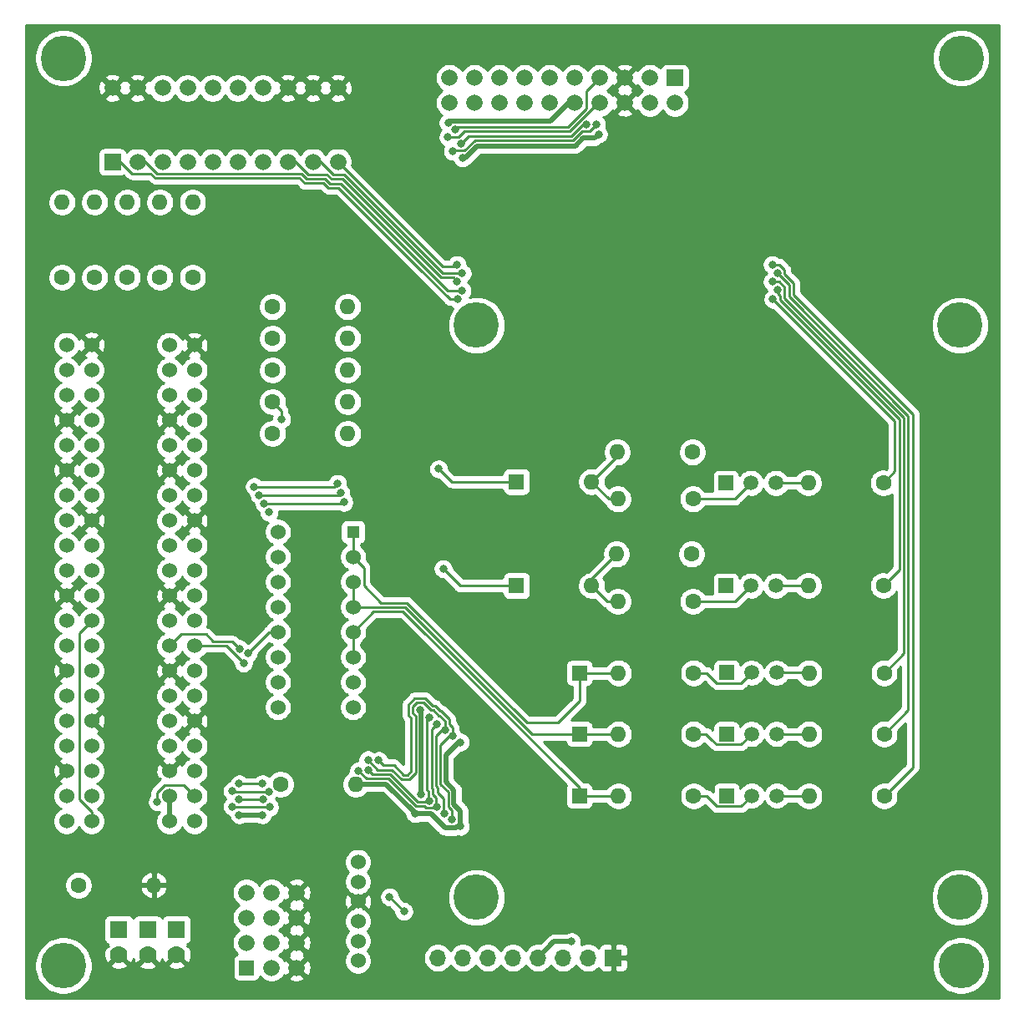
<source format=gbl>
G04 #@! TF.GenerationSoftware,KiCad,Pcbnew,(5.1.10-1-10_14)*
G04 #@! TF.CreationDate,2023-04-30T23:51:26-07:00*
G04 #@! TF.ProjectId,Control_Boards,436f6e74-726f-46c5-9f42-6f617264732e,rev?*
G04 #@! TF.SameCoordinates,Original*
G04 #@! TF.FileFunction,Copper,L2,Bot*
G04 #@! TF.FilePolarity,Positive*
%FSLAX46Y46*%
G04 Gerber Fmt 4.6, Leading zero omitted, Abs format (unit mm)*
G04 Created by KiCad (PCBNEW (5.1.10-1-10_14)) date 2023-04-30 23:51:26*
%MOMM*%
%LPD*%
G01*
G04 APERTURE LIST*
G04 #@! TA.AperFunction,ComponentPad*
%ADD10R,1.500000X1.500000*%
G04 #@! TD*
G04 #@! TA.AperFunction,ComponentPad*
%ADD11C,1.500000*%
G04 #@! TD*
G04 #@! TA.AperFunction,ComponentPad*
%ADD12C,1.524000*%
G04 #@! TD*
G04 #@! TA.AperFunction,ComponentPad*
%ADD13C,1.670000*%
G04 #@! TD*
G04 #@! TA.AperFunction,ComponentPad*
%ADD14R,1.670000X1.670000*%
G04 #@! TD*
G04 #@! TA.AperFunction,WasherPad*
%ADD15C,4.600000*%
G04 #@! TD*
G04 #@! TA.AperFunction,ComponentPad*
%ADD16C,1.600000*%
G04 #@! TD*
G04 #@! TA.AperFunction,ComponentPad*
%ADD17O,1.600000X1.600000*%
G04 #@! TD*
G04 #@! TA.AperFunction,ComponentPad*
%ADD18C,1.778000*%
G04 #@! TD*
G04 #@! TA.AperFunction,ComponentPad*
%ADD19R,1.778000X1.778000*%
G04 #@! TD*
G04 #@! TA.AperFunction,ComponentPad*
%ADD20R,1.524000X1.524000*%
G04 #@! TD*
G04 #@! TA.AperFunction,ComponentPad*
%ADD21R,1.700000X1.700000*%
G04 #@! TD*
G04 #@! TA.AperFunction,ComponentPad*
%ADD22O,1.700000X1.700000*%
G04 #@! TD*
G04 #@! TA.AperFunction,ComponentPad*
%ADD23R,1.300000X1.300000*%
G04 #@! TD*
G04 #@! TA.AperFunction,ComponentPad*
%ADD24R,1.600000X1.600000*%
G04 #@! TD*
G04 #@! TA.AperFunction,ViaPad*
%ADD25C,0.800000*%
G04 #@! TD*
G04 #@! TA.AperFunction,Conductor*
%ADD26C,0.500000*%
G04 #@! TD*
G04 #@! TA.AperFunction,Conductor*
%ADD27C,0.250000*%
G04 #@! TD*
G04 #@! TA.AperFunction,Conductor*
%ADD28C,0.254000*%
G04 #@! TD*
G04 #@! TA.AperFunction,Conductor*
%ADD29C,0.100000*%
G04 #@! TD*
G04 APERTURE END LIST*
D10*
X132431883Y150393400D03*
D11*
X137511883Y150393400D03*
X134971883Y150393400D03*
D10*
X132410200Y156641800D03*
D11*
X137490200Y156641800D03*
X134950200Y156641800D03*
D10*
X132410200Y162864800D03*
D11*
X137490200Y162864800D03*
X134950200Y162864800D03*
D10*
X132334000Y171678600D03*
D11*
X137414000Y171678600D03*
X134874000Y171678600D03*
D10*
X132334000Y182092600D03*
D11*
X137414000Y182092600D03*
X134874000Y182092600D03*
D12*
X78486000Y147802600D03*
X75946000Y147802600D03*
X78486000Y150342600D03*
X75946000Y150342600D03*
X78486000Y152882600D03*
X75946000Y152882600D03*
X78486000Y155422600D03*
X75946000Y155422600D03*
X78486000Y157962600D03*
X75946000Y157962600D03*
X78486000Y160502600D03*
X75946000Y160502600D03*
X78486000Y163042600D03*
X75946000Y163042600D03*
X78486000Y165582600D03*
X75946000Y165582600D03*
X78486000Y168122600D03*
X75946000Y168122600D03*
X78486000Y170662600D03*
X75946000Y170662600D03*
X78486000Y173202600D03*
X75946000Y173202600D03*
X78486000Y175742600D03*
X75946000Y175742600D03*
X78486000Y178282600D03*
X75946000Y178282600D03*
X78486000Y180822600D03*
X75946000Y180822600D03*
X78486000Y183362600D03*
X75946000Y183362600D03*
X78486000Y185902600D03*
X75946000Y185902600D03*
X78486000Y188442600D03*
X75946000Y188442600D03*
X78486000Y190982600D03*
X75946000Y190982600D03*
X78486000Y193522600D03*
X75946000Y193522600D03*
X78486000Y196062600D03*
X75946000Y196062600D03*
X68045000Y147816900D03*
X65505000Y147816900D03*
X68045000Y150356900D03*
X65505000Y150356900D03*
X68045000Y152896900D03*
X65505000Y152896900D03*
X68045000Y155436900D03*
X65505000Y155436900D03*
X68045000Y157976900D03*
X65505000Y157976900D03*
X68045000Y160516900D03*
X65505000Y160516900D03*
X68045000Y163056900D03*
X65505000Y163056900D03*
X68045000Y165596900D03*
X65505000Y165596900D03*
X68045000Y168136900D03*
X65505000Y168136900D03*
X68045000Y170676900D03*
X65505000Y170676900D03*
X68045000Y173216900D03*
X65505000Y173216900D03*
X68045000Y175756900D03*
X65505000Y175756900D03*
X68045000Y178296900D03*
X65505000Y178296900D03*
X68045000Y180836900D03*
X65505000Y180836900D03*
X68045000Y183376900D03*
X65505000Y183376900D03*
X68045000Y185916900D03*
X65505000Y185916900D03*
X68045000Y188456900D03*
X65505000Y188456900D03*
X68045000Y190996900D03*
X65505000Y190996900D03*
X68045000Y193536900D03*
X65505000Y193536900D03*
X68045000Y196076900D03*
X65505000Y196076900D03*
D13*
X70154800Y222130000D03*
X72694800Y222130000D03*
X75234800Y222130000D03*
X77774800Y222130000D03*
X80314800Y222130000D03*
X82854800Y222130000D03*
X85394800Y222130000D03*
X87934800Y222130000D03*
X90474800Y222130000D03*
X93014800Y222130000D03*
D14*
X70154800Y214630000D03*
D13*
X72694800Y214630000D03*
X75234800Y214630000D03*
X77774800Y214630000D03*
X80314800Y214630000D03*
X82854800Y214630000D03*
X85394800Y214630000D03*
X87934800Y214630000D03*
X90474800Y214630000D03*
X93014800Y214630000D03*
D15*
X65186600Y133158800D03*
X156186600Y133158800D03*
X156186600Y225158800D03*
X65186600Y225158800D03*
D16*
X129079083Y150368000D03*
D17*
X121459083Y150368000D03*
D16*
X129079083Y156641800D03*
D17*
X121459083Y156641800D03*
D16*
X129079083Y162839400D03*
D17*
X121459083Y162839400D03*
D16*
X86385400Y199948800D03*
D17*
X94005400Y199948800D03*
D16*
X86385400Y196735700D03*
D17*
X94005400Y196735700D03*
D16*
X86385400Y193522600D03*
D17*
X94005400Y193522600D03*
D16*
X86385400Y190309500D03*
D17*
X94005400Y190309500D03*
D16*
X86385400Y187096400D03*
D17*
X94005400Y187096400D03*
D16*
X65049400Y202920600D03*
D17*
X65049400Y210540600D03*
D16*
X148386800Y150368000D03*
D17*
X140766800Y150368000D03*
D16*
X148386800Y156641800D03*
D17*
X140766800Y156641800D03*
D16*
X87198200Y151549100D03*
D17*
X94818200Y151549100D03*
D18*
X70813600Y134278700D03*
D19*
X70813600Y136818700D03*
D18*
X73737599Y134261299D03*
D19*
X73737599Y136801299D03*
D18*
X76655600Y134278700D03*
D19*
X76655600Y136818700D03*
D14*
X127186600Y223158800D03*
D13*
X127186600Y220618800D03*
X124646600Y223158800D03*
X124646600Y220618800D03*
X122106600Y223158800D03*
X122106600Y220618800D03*
X119566600Y223158800D03*
X119566600Y220618800D03*
X117026600Y223158800D03*
X117026600Y220618800D03*
X114486600Y223158800D03*
X114486600Y220618800D03*
X111946600Y223158800D03*
X111946600Y220618800D03*
X109406600Y223158800D03*
X109406600Y220618800D03*
X106866600Y223158800D03*
X106866600Y220618800D03*
X104326600Y223158800D03*
X104326600Y220618800D03*
D12*
X95046800Y143662400D03*
X95046800Y141662400D03*
X95046800Y139662400D03*
X95046800Y137662400D03*
X95046800Y135662400D03*
X95046800Y133662400D03*
D13*
X86296500Y132956300D03*
D20*
X83756500Y132956300D03*
D13*
X88836500Y132956300D03*
X83756500Y135496300D03*
X86296500Y135496300D03*
X88836500Y135496300D03*
X83756500Y138036300D03*
X86296500Y138036300D03*
X88836500Y138036300D03*
X83756500Y140576300D03*
X86296500Y140576300D03*
X88836500Y140576300D03*
D20*
X117500400Y150368000D03*
X117500400Y156641800D03*
X117500400Y162839400D03*
D21*
X120929400Y133959600D03*
D22*
X118389400Y133959600D03*
X115849400Y133959600D03*
X113309400Y133959600D03*
X110769400Y133959600D03*
X108229400Y133959600D03*
X105689400Y133959600D03*
X103149400Y133959600D03*
D12*
X86931500Y159346900D03*
X94551500Y159346900D03*
X86931500Y161886900D03*
X94551500Y161886900D03*
X86931500Y164426900D03*
X94551500Y164426900D03*
X86931500Y166966900D03*
X94551500Y166966900D03*
X86931500Y169506900D03*
X94551500Y169506900D03*
X86931500Y172046900D03*
X94551500Y172046900D03*
X86931500Y174586900D03*
X94551500Y174586900D03*
X86931500Y177126900D03*
D23*
X94551500Y177126900D03*
D16*
X68357750Y202920600D03*
D17*
X68357750Y210540600D03*
D16*
X71666100Y202920600D03*
D17*
X71666100Y210540600D03*
D16*
X74974450Y202920600D03*
D17*
X74974450Y210540600D03*
D16*
X78282800Y202920600D03*
D17*
X78282800Y210540600D03*
D16*
X148310600Y171678600D03*
D17*
X140690600Y171678600D03*
D16*
X148310600Y182092600D03*
D17*
X140690600Y182092600D03*
D15*
X156062800Y140075800D03*
X107062800Y140075800D03*
X107062800Y198075800D03*
X156062800Y198075800D03*
D24*
X111121283Y182222101D03*
D17*
X118741283Y182222101D03*
D24*
X111121283Y171678600D03*
D17*
X118741283Y171678600D03*
D16*
X129002883Y180467000D03*
D17*
X121382883Y180467000D03*
D16*
X129002883Y170083716D03*
D17*
X121382883Y170083716D03*
D16*
X148386800Y162839400D03*
D17*
X140766800Y162839400D03*
D16*
X128955800Y185216800D03*
D17*
X121335800Y185216800D03*
D16*
X128879600Y174879000D03*
D17*
X121259600Y174879000D03*
D16*
X66725800Y141325600D03*
D17*
X74345800Y141325600D03*
D25*
X105645394Y215038281D03*
X119434073Y217437959D03*
X105431083Y155815793D03*
X105435400Y147281900D03*
X100826106Y148598201D03*
X85357800Y148437600D03*
X83007780Y148437600D03*
X119231264Y218417179D03*
X104675350Y215713503D03*
X103685730Y173393100D03*
X104638374Y156425395D03*
X104588872Y147977500D03*
X97157820Y153962760D03*
X85357800Y151587200D03*
X83007780Y151587200D03*
X104175964Y217153999D03*
X103080939Y157680138D03*
X103022053Y149220286D03*
X95112979Y152917717D03*
X86088654Y149249089D03*
X82313339Y149292848D03*
X74715107Y149759546D03*
X104933555Y217907500D03*
X102324817Y158334571D03*
X102260024Y149867832D03*
X98259900Y140119100D03*
X99709901Y138658600D03*
X96112178Y152957792D03*
X85407694Y150017692D03*
X83007780Y150012400D03*
X118231659Y218445341D03*
X105490575Y216488282D03*
X103235720Y183515000D03*
X103858067Y157050793D03*
X103812912Y148608284D03*
X96072651Y154022624D03*
X86001743Y150822124D03*
X82320668Y150860646D03*
X83457790Y163838156D03*
X85037397Y180844693D03*
X93308142Y181085474D03*
X85547200Y179984400D03*
X93624400Y180136800D03*
X104203500Y218604000D03*
X101474817Y150487068D03*
X101333300Y159092900D03*
X116699400Y135585200D03*
X105098704Y204209894D03*
X137055773Y204220531D03*
X105613200Y203352400D03*
X137557365Y203355424D03*
X105115967Y202484781D03*
X137058400Y202488800D03*
X105589381Y201603939D03*
X137566400Y201625200D03*
X105129637Y200715886D03*
X137109200Y200710800D03*
X84537465Y181710760D03*
X92991949Y182034171D03*
X83027056Y165294196D03*
X86037462Y179112823D03*
X87317804Y188551596D03*
X83907800Y164820600D03*
D26*
X108229400Y216257450D02*
X107145931Y216257450D01*
X117104468Y216257450D02*
X115925600Y216257450D01*
X107145931Y216257450D02*
X105926762Y215038281D01*
X115925600Y216257450D02*
X114216576Y216257450D01*
X105926762Y215038281D02*
X105645394Y215038281D01*
X117884978Y217037960D02*
X117104468Y216257450D01*
X119434073Y217437959D02*
X119034074Y217037960D01*
X119034074Y217037960D02*
X117884978Y217037960D01*
X114216576Y216257450D02*
X108229400Y216257450D01*
X105286774Y155815793D02*
X103974867Y154503886D01*
X105431083Y155815793D02*
X105286774Y155815793D01*
X103974867Y154503886D02*
X103974867Y152819100D01*
X103974867Y151782436D02*
X104772073Y150985230D01*
X103974867Y152819100D02*
X103974867Y151782436D01*
X105438873Y147285373D02*
X105435400Y147281900D01*
X105438873Y148868511D02*
X105438873Y147285373D01*
X104772073Y149535311D02*
X105438873Y148868511D01*
X104772073Y150985230D02*
X104772073Y149535311D01*
X104996873Y147127499D02*
X103856838Y147127499D01*
X105151274Y147281900D02*
X104996873Y147127499D01*
X105435400Y147281900D02*
X105151274Y147281900D01*
X103856838Y147127499D02*
X102416516Y148567821D01*
X100856486Y148567821D02*
X100826106Y148598201D01*
X102416516Y148567821D02*
X100856486Y148567821D01*
X100826106Y148625498D02*
X97902504Y151549100D01*
X97902504Y151549100D02*
X94818200Y151549100D01*
X100826106Y148598201D02*
X100826106Y148625498D01*
X85357800Y148437600D02*
X83007780Y148437600D01*
X75946000Y147802600D02*
X75946000Y150342600D01*
D27*
X118741283Y172360683D02*
X118741283Y171678600D01*
X121259600Y174879000D02*
X118741283Y172360683D01*
X120336167Y170083716D02*
X121382883Y170083716D01*
X118741283Y171678600D02*
X120336167Y170083716D01*
X121335800Y184816618D02*
X121335800Y185216800D01*
X118741283Y182222101D02*
X121335800Y184816618D01*
X120496384Y180467000D02*
X121382883Y180467000D01*
X118741283Y182222101D02*
X120496384Y180467000D01*
X94551500Y166966900D02*
X94551500Y164426900D01*
X96641490Y169056890D02*
X94551500Y166966900D01*
X99610200Y169056890D02*
X96641490Y169056890D01*
X117500400Y151166690D02*
X99610200Y169056890D01*
X117500400Y150368000D02*
X117500400Y151166690D01*
X117500400Y150368000D02*
X121459083Y150368000D01*
X117500400Y156641800D02*
X121459083Y156641800D01*
X94551500Y172046900D02*
X94551500Y169506900D01*
X94551500Y169506900D02*
X99796600Y169506900D01*
X112661700Y156641800D02*
X117500400Y156641800D01*
X99796600Y169506900D02*
X112661700Y156641800D01*
X117500400Y162839400D02*
X121459083Y162839400D01*
X94551500Y177126900D02*
X94551500Y174586900D01*
X97365391Y169956909D02*
X95638501Y171683799D01*
X99983001Y169956909D02*
X97365391Y169956909D01*
X95638501Y171683799D02*
X95638501Y173499899D01*
X112155110Y157784800D02*
X99983001Y169956909D01*
X115316000Y157784800D02*
X112155110Y157784800D01*
X95638501Y173499899D02*
X94551500Y174586900D01*
X117500400Y159969200D02*
X115316000Y157784800D01*
X117500400Y162839400D02*
X117500400Y159969200D01*
X133279116Y170083716D02*
X134874000Y171678600D01*
X129002883Y170083716D02*
X133279116Y170083716D01*
X133248400Y180467000D02*
X134874000Y182092600D01*
X129002883Y180467000D02*
X133248400Y180467000D01*
X105838576Y215763281D02*
X104725128Y215763281D01*
X117754172Y217720340D02*
X116866292Y216832460D01*
X106907755Y216832460D02*
X105838576Y215763281D01*
X116866292Y216832460D02*
X106907755Y216832460D01*
X118534425Y217720340D02*
X117754172Y217720340D01*
X104725128Y215763281D02*
X104675350Y215713503D01*
X119231264Y218417179D02*
X118534425Y217720340D01*
X105400230Y171678600D02*
X111121283Y171678600D01*
X103685730Y173393100D02*
X105400230Y171678600D01*
X104305671Y156425395D02*
X103399857Y155519581D01*
X104638374Y156425395D02*
X104305671Y156425395D01*
X103399857Y155519581D02*
X103399857Y152209500D01*
X104197063Y150747054D02*
X104197063Y149948900D01*
X103399857Y151544260D02*
X104197063Y150747054D01*
X103399857Y152209500D02*
X103399857Y151544260D01*
X104537913Y148956285D02*
X104537913Y148028459D01*
X104537913Y148028459D02*
X104588872Y147977500D01*
X104197063Y149297135D02*
X104537913Y148956285D01*
X104197063Y149948900D02*
X104197063Y149297135D01*
X104308077Y158162412D02*
X103499079Y158971410D01*
X104308077Y157627991D02*
X104308077Y158162412D01*
X104638374Y157297694D02*
X104308077Y157627991D01*
X103499079Y158971410D02*
X103397390Y158971410D01*
X104638374Y156425395D02*
X104638374Y157297694D01*
X102859218Y159509582D02*
X102626030Y159509582D01*
X103397390Y158971410D02*
X102859218Y159509582D01*
X100798898Y160267910D02*
X100158289Y159627301D01*
X101867701Y160267911D02*
X100798898Y160267910D01*
X102626030Y159509582D02*
X101867701Y160267911D01*
X100158290Y158558498D02*
X100449797Y158266991D01*
X100158289Y159627301D02*
X100158290Y158558498D01*
X100449797Y158266991D02*
X100449797Y155117800D01*
X100449797Y155117800D02*
X100449797Y154720000D01*
X100449797Y154720000D02*
X100449797Y152876807D01*
X100074590Y152501600D02*
X99672420Y152501600D01*
X100449797Y152876807D02*
X100074590Y152501600D01*
X99672420Y152501600D02*
X98699880Y153474140D01*
X98699880Y153474140D02*
X97917000Y153474140D01*
X97646440Y153474140D02*
X97157820Y153962760D01*
X97917000Y153474140D02*
X97646440Y153474140D01*
X85357800Y151587200D02*
X83007780Y151587200D01*
X119379812Y220618800D02*
X116493492Y217732480D01*
X119566600Y220618800D02*
X119379812Y220618800D01*
X116493492Y217732480D02*
X114951678Y217732480D01*
X104204464Y217182499D02*
X104175964Y217153999D01*
X105281556Y217182499D02*
X104204464Y217182499D01*
X105831537Y217732480D02*
X105281556Y217182499D01*
X114951678Y217732480D02*
X105831537Y217732480D01*
X102499837Y157099036D02*
X102499837Y151171460D01*
X103080939Y157680138D02*
X102499837Y157099036D01*
X102499837Y151171460D02*
X102649828Y151021469D01*
X102985025Y149257314D02*
X103022053Y149220286D01*
X102985025Y150215833D02*
X102985025Y149257314D01*
X102649828Y150551030D02*
X102985025Y150215833D01*
X102649828Y151021469D02*
X102649828Y150551030D01*
X101936169Y149142831D02*
X101766943Y149312057D01*
X102608025Y149142831D02*
X101936169Y149142831D01*
X102685480Y149220286D02*
X102608025Y149142831D01*
X103022053Y149220286D02*
X102685480Y149220286D01*
X101766943Y149312057D02*
X100952732Y149312058D01*
X100952732Y149312058D02*
X100100695Y150164095D01*
X100100695Y150164095D02*
X98140680Y152124110D01*
X98140680Y152124110D02*
X96926400Y152124110D01*
X95114585Y152917717D02*
X95112979Y152917717D01*
X95908192Y152124110D02*
X95114585Y152917717D01*
X96926400Y152124110D02*
X95908192Y152124110D01*
X82357098Y149249089D02*
X82313339Y149292848D01*
X86088654Y149249089D02*
X82357098Y149249089D01*
X75424239Y151429601D02*
X77398999Y151429601D01*
X77398999Y151429601D02*
X78486000Y150342600D01*
X74715107Y150720469D02*
X75424239Y151429601D01*
X74715107Y149759546D02*
X74715107Y150720469D01*
X118186601Y220061999D02*
X116307092Y218182490D01*
X118186601Y221778801D02*
X118186601Y220061999D01*
X119566600Y223158800D02*
X118186601Y221778801D01*
X116307092Y218182490D02*
X114765278Y218182490D01*
X105208545Y218182490D02*
X104933555Y217907500D01*
X114765278Y218182490D02*
X105208545Y218182490D01*
X102324817Y158334571D02*
X102049827Y158059581D01*
X102049827Y158059581D02*
X102049827Y150985060D01*
X102199818Y149928038D02*
X102260024Y149867832D01*
X102199818Y150835069D02*
X102199818Y149928038D01*
X102049827Y150985060D02*
X102199818Y150835069D01*
X98259900Y140108601D02*
X99709901Y138658600D01*
X98259900Y140119100D02*
X98259900Y140108601D01*
X101822818Y149762067D02*
X101139133Y149762067D01*
X101928583Y149867832D02*
X101822818Y149762067D01*
X102260024Y149867832D02*
X101928583Y149867832D01*
X101139133Y149762067D02*
X100457000Y150444200D01*
X100457000Y150444200D02*
X98327080Y152574120D01*
X98327080Y152574120D02*
X97155000Y152574120D01*
X96495850Y152574120D02*
X96112178Y152957792D01*
X97155000Y152574120D02*
X96495850Y152574120D01*
X83013072Y150017692D02*
X83007780Y150012400D01*
X85407694Y150017692D02*
X83013072Y150017692D01*
X118137418Y218351100D02*
X117748522Y218351100D01*
X118231659Y218445341D02*
X118137418Y218351100D01*
X116679892Y217282470D02*
X115138078Y217282470D01*
X117748522Y218351100D02*
X116679892Y217282470D01*
X115138078Y217282470D02*
X113792000Y217282470D01*
X113792000Y217282470D02*
X106476800Y217282470D01*
X106284763Y217282470D02*
X105490575Y216488282D01*
X106476800Y217282470D02*
X106284763Y217282470D01*
X104528619Y182222101D02*
X111121283Y182222101D01*
X103235720Y183515000D02*
X104528619Y182222101D01*
X103524596Y157050793D02*
X102949847Y156476044D01*
X103858067Y157050793D02*
X103524596Y157050793D01*
X102949847Y156476044D02*
X102949847Y151701500D01*
X102949847Y151701500D02*
X102949847Y151357860D01*
X103099838Y151207869D02*
X103099838Y150737430D01*
X102949847Y151357860D02*
X103099838Y151207869D01*
X103747054Y148674142D02*
X103812912Y148608284D01*
X103747054Y150090214D02*
X103747054Y148674142D01*
X103099838Y150737430D02*
X103747054Y150090214D01*
X103210990Y158521400D02*
X102672818Y159059572D01*
X103312679Y158521400D02*
X103210990Y158521400D01*
X103858067Y157976012D02*
X103312679Y158521400D01*
X103858067Y157050793D02*
X103858067Y157976012D01*
X101681301Y159817901D02*
X100985299Y159817901D01*
X102439630Y159059572D02*
X101681301Y159817901D01*
X102672818Y159059572D02*
X102439630Y159059572D01*
X100608299Y158744899D02*
X100899807Y158453391D01*
X100608299Y159440901D02*
X100608299Y158744899D01*
X100985299Y159817901D02*
X100608299Y159440901D01*
X100899807Y158453391D02*
X100899807Y154533600D01*
X100899807Y154533600D02*
X100899807Y152690407D01*
X100253800Y152044400D02*
X99493210Y152044400D01*
X100899807Y152690407D02*
X100253800Y152044400D01*
X99493210Y152044400D02*
X98513480Y153024130D01*
X98513480Y153024130D02*
X97536000Y153024130D01*
X97071145Y153024130D02*
X96072651Y154022624D01*
X97536000Y153024130D02*
X97071145Y153024130D01*
X82359190Y150822124D02*
X82320668Y150860646D01*
X86001743Y150822124D02*
X82359190Y150822124D01*
X81713346Y165582600D02*
X78486000Y165582600D01*
X83457790Y163838156D02*
X81713346Y165582600D01*
X93067361Y180844693D02*
X93308142Y181085474D01*
X85037397Y180844693D02*
X93067361Y180844693D01*
X93472000Y179984400D02*
X93624400Y180136800D01*
X85547200Y179984400D02*
X93472000Y179984400D01*
D26*
X116388402Y220618800D02*
X114527102Y218757500D01*
X117026600Y220618800D02*
X116388402Y220618800D01*
X104357000Y218757500D02*
X104203500Y218604000D01*
X114527102Y218757500D02*
X104357000Y218757500D01*
D27*
X113296700Y133972300D02*
X113309400Y133959600D01*
D26*
X101485700Y150497951D02*
X101474817Y150487068D01*
X101474817Y158951383D02*
X101333300Y159092900D01*
X101474817Y150487068D02*
X101474817Y158951383D01*
X114935000Y135585200D02*
X113309400Y133959600D01*
X116699400Y135585200D02*
X114935000Y135585200D01*
D27*
X93014800Y214630000D02*
X103606600Y204038200D01*
X104927010Y204038200D02*
X105098704Y204209894D01*
X103606600Y204038200D02*
X104927010Y204038200D01*
X151279040Y153260240D02*
X148386800Y150368000D01*
X151279040Y189086600D02*
X151279040Y153260240D01*
X139203020Y201162620D02*
X151279040Y189086600D01*
X138303000Y203682791D02*
X138303000Y203246199D01*
X137765260Y204220531D02*
X138303000Y203682791D01*
X137055773Y204220531D02*
X137765260Y204220531D01*
X139203020Y202346179D02*
X139203020Y201162620D01*
X138303000Y203246199D02*
X139203020Y202346179D01*
X91297998Y214630000D02*
X92567998Y213360000D01*
X92567998Y213360000D02*
X93648390Y213360000D01*
X90474800Y214630000D02*
X91297998Y214630000D01*
X93648390Y213360000D02*
X96976495Y210031895D01*
X96976495Y210031895D02*
X102831195Y204177195D01*
X102831195Y204177195D02*
X103660757Y203347633D01*
X105608433Y203347633D02*
X105613200Y203352400D01*
X103660757Y203347633D02*
X105608433Y203347633D01*
X150829030Y159084030D02*
X148386800Y156641800D01*
X150829030Y188900200D02*
X150829030Y159084030D01*
X138753010Y200976220D02*
X150829030Y188900200D01*
X138753010Y202159779D02*
X138753010Y200976220D01*
X137557365Y203355424D02*
X138753010Y202159779D01*
X88757998Y214630000D02*
X90002598Y213385400D01*
X90002598Y213385400D02*
X91906188Y213385400D01*
X87934800Y214630000D02*
X88757998Y214630000D01*
X91906188Y213385400D02*
X92381598Y212909990D01*
X92381598Y212909990D02*
X93461990Y212909990D01*
X93461990Y212909990D02*
X96526486Y209845494D01*
X96526486Y209845494D02*
X102093890Y204278090D01*
X102093890Y204278090D02*
X103474357Y202897623D01*
X104703125Y202897623D02*
X105115967Y202484781D01*
X103474357Y202897623D02*
X104703125Y202897623D01*
X150379020Y164831620D02*
X148386800Y162839400D01*
X150379020Y188713800D02*
X150379020Y164831620D01*
X137058400Y202488800D02*
X137775802Y202488800D01*
X138303000Y200789820D02*
X150379020Y188713800D01*
X138303000Y201961602D02*
X138303000Y200789820D01*
X137775802Y202488800D02*
X138303000Y201961602D01*
X73517998Y214630000D02*
X74686398Y213461600D01*
X72694800Y214630000D02*
X73517998Y214630000D01*
X74686398Y213461600D02*
X89289988Y213461600D01*
X89289988Y213461600D02*
X89816198Y212935390D01*
X91719788Y212935390D02*
X92195198Y212459980D01*
X89816198Y212935390D02*
X91719788Y212935390D01*
X92195198Y212459980D02*
X93275590Y212459980D01*
X93275590Y212459980D02*
X96076477Y209659093D01*
X96076477Y209659093D02*
X101204185Y204531385D01*
X101204185Y204531385D02*
X101643881Y204091689D01*
X104131631Y201603939D02*
X105589381Y201603939D01*
X101643881Y204091689D02*
X104131631Y201603939D01*
X149929010Y173297010D02*
X148310600Y171678600D01*
X137834201Y200622209D02*
X149929010Y188527400D01*
X137834201Y201058801D02*
X137834201Y200622209D01*
X137566400Y201326602D02*
X137834201Y201058801D01*
X149929010Y188527400D02*
X149929010Y173297010D01*
X137566400Y201625200D02*
X137566400Y201326602D01*
X72137999Y213469999D02*
X74041589Y213469999D01*
X70977998Y214630000D02*
X72137999Y213469999D01*
X70154800Y214630000D02*
X70977998Y214630000D01*
X74041589Y213469999D02*
X74499998Y213011590D01*
X74499998Y213011590D02*
X83261200Y213011590D01*
X83261200Y213011590D02*
X89103588Y213011590D01*
X89103588Y213011590D02*
X89629798Y212485380D01*
X91533388Y212485380D02*
X92008798Y212009970D01*
X89629798Y212485380D02*
X91533388Y212485380D01*
X92008798Y212009970D02*
X93089190Y212009970D01*
X93089190Y212009970D02*
X95626468Y209472692D01*
X95626468Y209472692D02*
X100263680Y204835480D01*
X100263680Y204835480D02*
X101193872Y203905288D01*
X104383274Y200715886D02*
X105129637Y200715886D01*
X101193872Y203905288D02*
X104383274Y200715886D01*
X149479000Y183261000D02*
X148310600Y182092600D01*
X149479000Y188341000D02*
X149479000Y183261000D01*
X137109200Y200710800D02*
X149479000Y188341000D01*
X92668538Y181710760D02*
X92991949Y182034171D01*
X84537465Y181710760D02*
X92668538Y181710760D01*
X137414000Y182092600D02*
X140690600Y182092600D01*
X137414000Y171678600D02*
X140690600Y171678600D01*
X68045000Y148748138D02*
X66802000Y149991138D01*
X68045000Y147816900D02*
X68045000Y148748138D01*
X66802000Y166893900D02*
X68045000Y168136900D01*
X66802000Y149991138D02*
X66802000Y166893900D01*
X75946000Y165582600D02*
X77114400Y166751000D01*
X79654400Y166751000D02*
X80372790Y166032610D01*
X77114400Y166751000D02*
X79654400Y166751000D01*
X82288642Y166032610D02*
X83027056Y165294196D01*
X80372790Y166032610D02*
X82288642Y166032610D01*
X87317804Y189377096D02*
X86385400Y190309500D01*
X87317804Y188551596D02*
X87317804Y189377096D01*
X86054100Y166966900D02*
X86931500Y166966900D01*
X83907800Y164820600D02*
X86054100Y166966900D01*
X140741400Y162864800D02*
X140766800Y162839400D01*
X137490200Y162864800D02*
X140741400Y162864800D01*
X130352800Y162839400D02*
X129079083Y162839400D01*
X130931881Y162260319D02*
X130352800Y162839400D01*
X130931881Y162258117D02*
X130931881Y162260319D01*
X131400199Y161789799D02*
X130931881Y162258117D01*
X133875199Y161789799D02*
X131400199Y161789799D01*
X134950200Y162864800D02*
X133875199Y161789799D01*
X137490200Y156641800D02*
X140766800Y156641800D01*
X130931881Y156035117D02*
X131400199Y155566799D01*
X133875199Y155566799D02*
X134950200Y156641800D01*
X131400199Y155566799D02*
X133875199Y155566799D01*
X130931881Y156035117D02*
X130931881Y156037319D01*
X130327400Y156641800D02*
X129079083Y156641800D01*
X130931881Y156037319D02*
X130327400Y156641800D01*
X140741400Y150393400D02*
X140766800Y150368000D01*
X137511883Y150393400D02*
X140741400Y150393400D01*
X133896882Y149318399D02*
X134971883Y150393400D01*
X131402401Y149318399D02*
X133896882Y149318399D01*
X130352800Y150368000D02*
X131402401Y149318399D01*
X129079083Y150368000D02*
X130352800Y150368000D01*
D28*
X159995600Y129843800D02*
X61365600Y129843800D01*
X61365600Y133447872D01*
X62251600Y133447872D01*
X62251600Y132869728D01*
X62364391Y132302692D01*
X62585637Y131768556D01*
X62906837Y131287847D01*
X63315647Y130879037D01*
X63796356Y130557837D01*
X64330492Y130336591D01*
X64897528Y130223800D01*
X65475672Y130223800D01*
X66042708Y130336591D01*
X66576844Y130557837D01*
X67057553Y130879037D01*
X67466363Y131287847D01*
X67787563Y131768556D01*
X68008809Y132302692D01*
X68121600Y132869728D01*
X68121600Y133222469D01*
X69936974Y133222469D01*
X70019327Y132969411D01*
X70290018Y132839614D01*
X70580830Y132765120D01*
X70880588Y132748792D01*
X71177771Y132791257D01*
X71460959Y132890884D01*
X71607873Y132969411D01*
X71684563Y133205068D01*
X72860973Y133205068D01*
X72943326Y132952010D01*
X73214017Y132822213D01*
X73504829Y132747719D01*
X73804587Y132731391D01*
X74101770Y132773856D01*
X74384958Y132873483D01*
X74531872Y132952010D01*
X74614225Y133205068D01*
X74596824Y133222469D01*
X75778974Y133222469D01*
X75861327Y132969411D01*
X76132018Y132839614D01*
X76422830Y132765120D01*
X76722588Y132748792D01*
X77019771Y132791257D01*
X77302959Y132890884D01*
X77449873Y132969411D01*
X77532226Y133222469D01*
X76655600Y134099095D01*
X75778974Y133222469D01*
X74596824Y133222469D01*
X73737599Y134081694D01*
X72860973Y133205068D01*
X71684563Y133205068D01*
X71690226Y133222469D01*
X70813600Y134099095D01*
X69936974Y133222469D01*
X68121600Y133222469D01*
X68121600Y133447872D01*
X68008809Y134014908D01*
X67927291Y134211712D01*
X69283692Y134211712D01*
X69326157Y133914529D01*
X69425784Y133631341D01*
X69504311Y133484427D01*
X69757369Y133402074D01*
X70633995Y134278700D01*
X70619853Y134292843D01*
X70799458Y134472448D01*
X70813600Y134458305D01*
X70827743Y134472448D01*
X71007348Y134292843D01*
X70993205Y134278700D01*
X71869831Y133402074D01*
X72122889Y133484427D01*
X72252686Y133755118D01*
X72272670Y133833132D01*
X72349783Y133613940D01*
X72428310Y133467026D01*
X72681368Y133384673D01*
X73557994Y134261299D01*
X73543852Y134275442D01*
X73723457Y134455047D01*
X73737599Y134440904D01*
X73751742Y134455047D01*
X73931347Y134275442D01*
X73917204Y134261299D01*
X74793830Y133384673D01*
X75046888Y133467026D01*
X75176685Y133737717D01*
X75199301Y133826004D01*
X75267784Y133631341D01*
X75346311Y133484427D01*
X75599369Y133402074D01*
X76475995Y134278700D01*
X76461853Y134292843D01*
X76641458Y134472448D01*
X76655600Y134458305D01*
X76669743Y134472448D01*
X76849348Y134292843D01*
X76835205Y134278700D01*
X77711831Y133402074D01*
X77964889Y133484427D01*
X78094686Y133755118D01*
X78169180Y134045930D01*
X78185508Y134345688D01*
X78143043Y134642871D01*
X78043416Y134926059D01*
X77964889Y135072973D01*
X77711833Y135155325D01*
X77827814Y135271306D01*
X77765871Y135333249D01*
X77788780Y135340198D01*
X77899094Y135399163D01*
X77995785Y135478515D01*
X78075137Y135575206D01*
X78134102Y135685520D01*
X78170412Y135805218D01*
X78182672Y135929700D01*
X78182672Y137707700D01*
X78170412Y137832182D01*
X78134102Y137951880D01*
X78075137Y138062194D01*
X77995785Y138158885D01*
X77899094Y138238237D01*
X77788780Y138297202D01*
X77669082Y138333512D01*
X77544600Y138345772D01*
X75766600Y138345772D01*
X75642118Y138333512D01*
X75522420Y138297202D01*
X75412106Y138238237D01*
X75315415Y138158885D01*
X75236063Y138062194D01*
X75191949Y137979664D01*
X75157136Y138044793D01*
X75077784Y138141484D01*
X74981093Y138220836D01*
X74870779Y138279801D01*
X74751081Y138316111D01*
X74626599Y138328371D01*
X72848599Y138328371D01*
X72724117Y138316111D01*
X72604419Y138279801D01*
X72494105Y138220836D01*
X72397414Y138141484D01*
X72318062Y138044793D01*
X72280250Y137974053D01*
X72233137Y138062194D01*
X72153785Y138158885D01*
X72057094Y138238237D01*
X71946780Y138297202D01*
X71827082Y138333512D01*
X71702600Y138345772D01*
X69924600Y138345772D01*
X69800118Y138333512D01*
X69680420Y138297202D01*
X69570106Y138238237D01*
X69473415Y138158885D01*
X69394063Y138062194D01*
X69335098Y137951880D01*
X69298788Y137832182D01*
X69286528Y137707700D01*
X69286528Y135929700D01*
X69298788Y135805218D01*
X69335098Y135685520D01*
X69394063Y135575206D01*
X69473415Y135478515D01*
X69570106Y135399163D01*
X69680420Y135340198D01*
X69703329Y135333249D01*
X69641386Y135271306D01*
X69757367Y135155325D01*
X69504311Y135072973D01*
X69374514Y134802282D01*
X69300020Y134511470D01*
X69283692Y134211712D01*
X67927291Y134211712D01*
X67787563Y134549044D01*
X67466363Y135029753D01*
X67057553Y135438563D01*
X66576844Y135759763D01*
X66042708Y135981009D01*
X65475672Y136093800D01*
X64897528Y136093800D01*
X64330492Y135981009D01*
X63796356Y135759763D01*
X63315647Y135438563D01*
X62906837Y135029753D01*
X62585637Y134549044D01*
X62364391Y134014908D01*
X62251600Y133447872D01*
X61365600Y133447872D01*
X61365600Y141466935D01*
X65290800Y141466935D01*
X65290800Y141184265D01*
X65345947Y140907026D01*
X65454120Y140645873D01*
X65611163Y140410841D01*
X65811041Y140210963D01*
X66046073Y140053920D01*
X66307226Y139945747D01*
X66584465Y139890600D01*
X66867135Y139890600D01*
X67144374Y139945747D01*
X67405527Y140053920D01*
X67640559Y140210963D01*
X67840437Y140410841D01*
X67997480Y140645873D01*
X68105653Y140907026D01*
X68119484Y140976561D01*
X72953896Y140976561D01*
X72994554Y140842513D01*
X73114763Y140588180D01*
X73282281Y140362186D01*
X73490669Y140173215D01*
X73731919Y140028530D01*
X73996760Y139933691D01*
X74218800Y140054976D01*
X74218800Y141198600D01*
X74472800Y141198600D01*
X74472800Y140054976D01*
X74694840Y139933691D01*
X74959681Y140028530D01*
X75200931Y140173215D01*
X75409319Y140362186D01*
X75576837Y140588180D01*
X75639652Y140721082D01*
X82286500Y140721082D01*
X82286500Y140431518D01*
X82342991Y140147517D01*
X82453803Y139879994D01*
X82614676Y139639229D01*
X82819429Y139434476D01*
X83011259Y139306300D01*
X82819429Y139178124D01*
X82614676Y138973371D01*
X82453803Y138732606D01*
X82342991Y138465083D01*
X82286500Y138181082D01*
X82286500Y137891518D01*
X82342991Y137607517D01*
X82453803Y137339994D01*
X82614676Y137099229D01*
X82819429Y136894476D01*
X83011259Y136766300D01*
X82819429Y136638124D01*
X82614676Y136433371D01*
X82453803Y136192606D01*
X82342991Y135925083D01*
X82286500Y135641082D01*
X82286500Y135351518D01*
X82342991Y135067517D01*
X82453803Y134799994D01*
X82614676Y134559229D01*
X82819429Y134354476D01*
X82845893Y134336794D01*
X82750320Y134307802D01*
X82640006Y134248837D01*
X82543315Y134169485D01*
X82463963Y134072794D01*
X82404998Y133962480D01*
X82368688Y133842782D01*
X82356428Y133718300D01*
X82356428Y132194300D01*
X82368688Y132069818D01*
X82404998Y131950120D01*
X82463963Y131839806D01*
X82543315Y131743115D01*
X82640006Y131663763D01*
X82750320Y131604798D01*
X82870018Y131568488D01*
X82994500Y131556228D01*
X84518500Y131556228D01*
X84642982Y131568488D01*
X84762680Y131604798D01*
X84872994Y131663763D01*
X84969685Y131743115D01*
X85049037Y131839806D01*
X85108002Y131950120D01*
X85136994Y132045693D01*
X85154676Y132019229D01*
X85359429Y131814476D01*
X85600194Y131653603D01*
X85867717Y131542791D01*
X86151718Y131486300D01*
X86441282Y131486300D01*
X86725283Y131542791D01*
X86992806Y131653603D01*
X87233571Y131814476D01*
X87357704Y131938609D01*
X87998414Y131938609D01*
X88074235Y131691067D01*
X88335717Y131566668D01*
X88616443Y131495672D01*
X88905626Y131480806D01*
X89192152Y131522644D01*
X89465010Y131619575D01*
X89598765Y131691067D01*
X89674586Y131938609D01*
X88836500Y132776695D01*
X87998414Y131938609D01*
X87357704Y131938609D01*
X87438324Y132019229D01*
X87564093Y132207457D01*
X87571267Y132194035D01*
X87818809Y132118214D01*
X88656895Y132956300D01*
X89016105Y132956300D01*
X89854191Y132118214D01*
X90101733Y132194035D01*
X90226132Y132455517D01*
X90297128Y132736243D01*
X90311994Y133025426D01*
X90270156Y133311952D01*
X90173225Y133584810D01*
X90101733Y133718565D01*
X89854191Y133794386D01*
X89016105Y132956300D01*
X88656895Y132956300D01*
X87818809Y133794386D01*
X87571267Y133718565D01*
X87564554Y133704454D01*
X87438324Y133893371D01*
X87233571Y134098124D01*
X87041741Y134226300D01*
X87233571Y134354476D01*
X87357704Y134478609D01*
X87998414Y134478609D01*
X88074235Y134231067D01*
X88083672Y134226577D01*
X88074235Y134221533D01*
X87998414Y133973991D01*
X88836500Y133135905D01*
X89674586Y133973991D01*
X89598765Y134221533D01*
X89589328Y134226023D01*
X89598765Y134231067D01*
X89674586Y134478609D01*
X88836500Y135316695D01*
X87998414Y134478609D01*
X87357704Y134478609D01*
X87438324Y134559229D01*
X87564093Y134747457D01*
X87571267Y134734035D01*
X87818809Y134658214D01*
X88656895Y135496300D01*
X89016105Y135496300D01*
X89854191Y134658214D01*
X90101733Y134734035D01*
X90226132Y134995517D01*
X90297128Y135276243D01*
X90311994Y135565426D01*
X90270156Y135851952D01*
X90173225Y136124810D01*
X90101733Y136258565D01*
X89854191Y136334386D01*
X89016105Y135496300D01*
X88656895Y135496300D01*
X87818809Y136334386D01*
X87571267Y136258565D01*
X87564554Y136244454D01*
X87438324Y136433371D01*
X87233571Y136638124D01*
X87041741Y136766300D01*
X87233571Y136894476D01*
X87357704Y137018609D01*
X87998414Y137018609D01*
X88074235Y136771067D01*
X88083672Y136766577D01*
X88074235Y136761533D01*
X87998414Y136513991D01*
X88836500Y135675905D01*
X89674586Y136513991D01*
X89598765Y136761533D01*
X89589328Y136766023D01*
X89598765Y136771067D01*
X89674586Y137018609D01*
X88836500Y137856695D01*
X87998414Y137018609D01*
X87357704Y137018609D01*
X87438324Y137099229D01*
X87564093Y137287457D01*
X87571267Y137274035D01*
X87818809Y137198214D01*
X88656895Y138036300D01*
X89016105Y138036300D01*
X89854191Y137198214D01*
X90101733Y137274035D01*
X90226132Y137535517D01*
X90293018Y137799992D01*
X93649800Y137799992D01*
X93649800Y137524808D01*
X93703486Y137254910D01*
X93808795Y137000673D01*
X93961680Y136771865D01*
X94071145Y136662400D01*
X93961680Y136552935D01*
X93808795Y136324127D01*
X93703486Y136069890D01*
X93649800Y135799992D01*
X93649800Y135524808D01*
X93703486Y135254910D01*
X93808795Y135000673D01*
X93961680Y134771865D01*
X94071145Y134662400D01*
X93961680Y134552935D01*
X93808795Y134324127D01*
X93703486Y134069890D01*
X93649800Y133799992D01*
X93649800Y133524808D01*
X93703486Y133254910D01*
X93808795Y133000673D01*
X93961680Y132771865D01*
X94156265Y132577280D01*
X94385073Y132424395D01*
X94639310Y132319086D01*
X94909208Y132265400D01*
X95184392Y132265400D01*
X95454290Y132319086D01*
X95708527Y132424395D01*
X95937335Y132577280D01*
X96131920Y132771865D01*
X96284805Y133000673D01*
X96390114Y133254910D01*
X96443800Y133524808D01*
X96443800Y133799992D01*
X96390114Y134069890D01*
X96375215Y134105860D01*
X101664400Y134105860D01*
X101664400Y133813340D01*
X101721468Y133526442D01*
X101833410Y133256189D01*
X101995925Y133012968D01*
X102202768Y132806125D01*
X102445989Y132643610D01*
X102716242Y132531668D01*
X103003140Y132474600D01*
X103295660Y132474600D01*
X103582558Y132531668D01*
X103852811Y132643610D01*
X104096032Y132806125D01*
X104302875Y133012968D01*
X104419400Y133187360D01*
X104535925Y133012968D01*
X104742768Y132806125D01*
X104985989Y132643610D01*
X105256242Y132531668D01*
X105543140Y132474600D01*
X105835660Y132474600D01*
X106122558Y132531668D01*
X106392811Y132643610D01*
X106636032Y132806125D01*
X106842875Y133012968D01*
X106959400Y133187360D01*
X107075925Y133012968D01*
X107282768Y132806125D01*
X107525989Y132643610D01*
X107796242Y132531668D01*
X108083140Y132474600D01*
X108375660Y132474600D01*
X108662558Y132531668D01*
X108932811Y132643610D01*
X109176032Y132806125D01*
X109382875Y133012968D01*
X109499400Y133187360D01*
X109615925Y133012968D01*
X109822768Y132806125D01*
X110065989Y132643610D01*
X110336242Y132531668D01*
X110623140Y132474600D01*
X110915660Y132474600D01*
X111202558Y132531668D01*
X111472811Y132643610D01*
X111716032Y132806125D01*
X111922875Y133012968D01*
X112039400Y133187360D01*
X112155925Y133012968D01*
X112362768Y132806125D01*
X112605989Y132643610D01*
X112876242Y132531668D01*
X113163140Y132474600D01*
X113455660Y132474600D01*
X113742558Y132531668D01*
X114012811Y132643610D01*
X114256032Y132806125D01*
X114462875Y133012968D01*
X114579400Y133187360D01*
X114695925Y133012968D01*
X114902768Y132806125D01*
X115145989Y132643610D01*
X115416242Y132531668D01*
X115703140Y132474600D01*
X115995660Y132474600D01*
X116282558Y132531668D01*
X116552811Y132643610D01*
X116796032Y132806125D01*
X117002875Y133012968D01*
X117119400Y133187360D01*
X117235925Y133012968D01*
X117442768Y132806125D01*
X117685989Y132643610D01*
X117956242Y132531668D01*
X118243140Y132474600D01*
X118535660Y132474600D01*
X118822558Y132531668D01*
X119092811Y132643610D01*
X119336032Y132806125D01*
X119467887Y132937980D01*
X119489898Y132865420D01*
X119548863Y132755106D01*
X119628215Y132658415D01*
X119724906Y132579063D01*
X119835220Y132520098D01*
X119954918Y132483788D01*
X120079400Y132471528D01*
X120643650Y132474600D01*
X120802400Y132633350D01*
X120802400Y133832600D01*
X121056400Y133832600D01*
X121056400Y132633350D01*
X121215150Y132474600D01*
X121779400Y132471528D01*
X121903882Y132483788D01*
X122023580Y132520098D01*
X122133894Y132579063D01*
X122230585Y132658415D01*
X122309937Y132755106D01*
X122368902Y132865420D01*
X122405212Y132985118D01*
X122417472Y133109600D01*
X122415631Y133447872D01*
X153251600Y133447872D01*
X153251600Y132869728D01*
X153364391Y132302692D01*
X153585637Y131768556D01*
X153906837Y131287847D01*
X154315647Y130879037D01*
X154796356Y130557837D01*
X155330492Y130336591D01*
X155897528Y130223800D01*
X156475672Y130223800D01*
X157042708Y130336591D01*
X157576844Y130557837D01*
X158057553Y130879037D01*
X158466363Y131287847D01*
X158787563Y131768556D01*
X159008809Y132302692D01*
X159121600Y132869728D01*
X159121600Y133447872D01*
X159008809Y134014908D01*
X158787563Y134549044D01*
X158466363Y135029753D01*
X158057553Y135438563D01*
X157576844Y135759763D01*
X157042708Y135981009D01*
X156475672Y136093800D01*
X155897528Y136093800D01*
X155330492Y135981009D01*
X154796356Y135759763D01*
X154315647Y135438563D01*
X153906837Y135029753D01*
X153585637Y134549044D01*
X153364391Y134014908D01*
X153251600Y133447872D01*
X122415631Y133447872D01*
X122414400Y133673850D01*
X122255650Y133832600D01*
X121056400Y133832600D01*
X120802400Y133832600D01*
X120782400Y133832600D01*
X120782400Y134086600D01*
X120802400Y134086600D01*
X120802400Y135285850D01*
X121056400Y135285850D01*
X121056400Y134086600D01*
X122255650Y134086600D01*
X122414400Y134245350D01*
X122417472Y134809600D01*
X122405212Y134934082D01*
X122368902Y135053780D01*
X122309937Y135164094D01*
X122230585Y135260785D01*
X122133894Y135340137D01*
X122023580Y135399102D01*
X121903882Y135435412D01*
X121779400Y135447672D01*
X121215150Y135444600D01*
X121056400Y135285850D01*
X120802400Y135285850D01*
X120643650Y135444600D01*
X120079400Y135447672D01*
X119954918Y135435412D01*
X119835220Y135399102D01*
X119724906Y135340137D01*
X119628215Y135260785D01*
X119548863Y135164094D01*
X119489898Y135053780D01*
X119467887Y134981220D01*
X119336032Y135113075D01*
X119092811Y135275590D01*
X118822558Y135387532D01*
X118535660Y135444600D01*
X118243140Y135444600D01*
X117956242Y135387532D01*
X117692559Y135278311D01*
X117694626Y135283302D01*
X117734400Y135483261D01*
X117734400Y135687139D01*
X117694626Y135887098D01*
X117616605Y136075456D01*
X117503337Y136244974D01*
X117359174Y136389137D01*
X117189656Y136502405D01*
X117001298Y136580426D01*
X116801339Y136620200D01*
X116597461Y136620200D01*
X116397502Y136580426D01*
X116209144Y136502405D01*
X116160946Y136470200D01*
X114978469Y136470200D01*
X114935000Y136474481D01*
X114891531Y136470200D01*
X114891523Y136470200D01*
X114761510Y136457395D01*
X114594686Y136406789D01*
X114440941Y136324611D01*
X114339953Y136241732D01*
X114339951Y136241730D01*
X114306183Y136214017D01*
X114278470Y136180249D01*
X113528360Y135430139D01*
X113455660Y135444600D01*
X113163140Y135444600D01*
X112876242Y135387532D01*
X112605989Y135275590D01*
X112362768Y135113075D01*
X112155925Y134906232D01*
X112039400Y134731840D01*
X111922875Y134906232D01*
X111716032Y135113075D01*
X111472811Y135275590D01*
X111202558Y135387532D01*
X110915660Y135444600D01*
X110623140Y135444600D01*
X110336242Y135387532D01*
X110065989Y135275590D01*
X109822768Y135113075D01*
X109615925Y134906232D01*
X109499400Y134731840D01*
X109382875Y134906232D01*
X109176032Y135113075D01*
X108932811Y135275590D01*
X108662558Y135387532D01*
X108375660Y135444600D01*
X108083140Y135444600D01*
X107796242Y135387532D01*
X107525989Y135275590D01*
X107282768Y135113075D01*
X107075925Y134906232D01*
X106959400Y134731840D01*
X106842875Y134906232D01*
X106636032Y135113075D01*
X106392811Y135275590D01*
X106122558Y135387532D01*
X105835660Y135444600D01*
X105543140Y135444600D01*
X105256242Y135387532D01*
X104985989Y135275590D01*
X104742768Y135113075D01*
X104535925Y134906232D01*
X104419400Y134731840D01*
X104302875Y134906232D01*
X104096032Y135113075D01*
X103852811Y135275590D01*
X103582558Y135387532D01*
X103295660Y135444600D01*
X103003140Y135444600D01*
X102716242Y135387532D01*
X102445989Y135275590D01*
X102202768Y135113075D01*
X101995925Y134906232D01*
X101833410Y134663011D01*
X101721468Y134392758D01*
X101664400Y134105860D01*
X96375215Y134105860D01*
X96284805Y134324127D01*
X96131920Y134552935D01*
X96022455Y134662400D01*
X96131920Y134771865D01*
X96284805Y135000673D01*
X96390114Y135254910D01*
X96443800Y135524808D01*
X96443800Y135799992D01*
X96390114Y136069890D01*
X96284805Y136324127D01*
X96131920Y136552935D01*
X96022455Y136662400D01*
X96131920Y136771865D01*
X96284805Y137000673D01*
X96390114Y137254910D01*
X96443800Y137524808D01*
X96443800Y137799992D01*
X96390114Y138069890D01*
X96284805Y138324127D01*
X96131920Y138552935D01*
X95937335Y138747520D01*
X95708527Y138900405D01*
X95573090Y138956505D01*
X95046800Y139482795D01*
X94520510Y138956505D01*
X94385073Y138900405D01*
X94156265Y138747520D01*
X93961680Y138552935D01*
X93808795Y138324127D01*
X93703486Y138069890D01*
X93649800Y137799992D01*
X90293018Y137799992D01*
X90297128Y137816243D01*
X90311994Y138105426D01*
X90270156Y138391952D01*
X90173225Y138664810D01*
X90101733Y138798565D01*
X89854191Y138874386D01*
X89016105Y138036300D01*
X88656895Y138036300D01*
X87818809Y138874386D01*
X87571267Y138798565D01*
X87564554Y138784454D01*
X87438324Y138973371D01*
X87233571Y139178124D01*
X87041741Y139306300D01*
X87233571Y139434476D01*
X87357704Y139558609D01*
X87998414Y139558609D01*
X88074235Y139311067D01*
X88083672Y139306577D01*
X88074235Y139301533D01*
X87998414Y139053991D01*
X88836500Y138215905D01*
X89674586Y139053991D01*
X89598765Y139301533D01*
X89589328Y139306023D01*
X89598765Y139311067D01*
X89674586Y139558609D01*
X89642812Y139590383D01*
X93644890Y139590383D01*
X93685878Y139318267D01*
X93779164Y139059377D01*
X93841144Y138943420D01*
X94081235Y138876440D01*
X94867195Y139662400D01*
X95226405Y139662400D01*
X96012365Y138876440D01*
X96252456Y138943420D01*
X96369556Y139192448D01*
X96435823Y139459535D01*
X96448710Y139734417D01*
X96407722Y140006533D01*
X96330429Y140221039D01*
X97224900Y140221039D01*
X97224900Y140017161D01*
X97264674Y139817202D01*
X97342695Y139628844D01*
X97455963Y139459326D01*
X97600126Y139315163D01*
X97769644Y139201895D01*
X97958002Y139123874D01*
X98157961Y139084100D01*
X98209600Y139084100D01*
X98674901Y138618798D01*
X98674901Y138556661D01*
X98714675Y138356702D01*
X98792696Y138168344D01*
X98905964Y137998826D01*
X99050127Y137854663D01*
X99219645Y137741395D01*
X99408003Y137663374D01*
X99607962Y137623600D01*
X99811840Y137623600D01*
X100011799Y137663374D01*
X100200157Y137741395D01*
X100369675Y137854663D01*
X100513838Y137998826D01*
X100627106Y138168344D01*
X100705127Y138356702D01*
X100744901Y138556661D01*
X100744901Y138760539D01*
X100705127Y138960498D01*
X100627106Y139148856D01*
X100513838Y139318374D01*
X100369675Y139462537D01*
X100200157Y139575805D01*
X100011799Y139653826D01*
X99811840Y139693600D01*
X99749703Y139693600D01*
X99294900Y140148402D01*
X99294900Y140221039D01*
X99266291Y140364872D01*
X104127800Y140364872D01*
X104127800Y139786728D01*
X104240591Y139219692D01*
X104461837Y138685556D01*
X104783037Y138204847D01*
X105191847Y137796037D01*
X105672556Y137474837D01*
X106206692Y137253591D01*
X106773728Y137140800D01*
X107351872Y137140800D01*
X107918908Y137253591D01*
X108453044Y137474837D01*
X108933753Y137796037D01*
X109342563Y138204847D01*
X109663763Y138685556D01*
X109885009Y139219692D01*
X109997800Y139786728D01*
X109997800Y140364872D01*
X153127800Y140364872D01*
X153127800Y139786728D01*
X153240591Y139219692D01*
X153461837Y138685556D01*
X153783037Y138204847D01*
X154191847Y137796037D01*
X154672556Y137474837D01*
X155206692Y137253591D01*
X155773728Y137140800D01*
X156351872Y137140800D01*
X156918908Y137253591D01*
X157453044Y137474837D01*
X157933753Y137796037D01*
X158342563Y138204847D01*
X158663763Y138685556D01*
X158885009Y139219692D01*
X158997800Y139786728D01*
X158997800Y140364872D01*
X158885009Y140931908D01*
X158663763Y141466044D01*
X158342563Y141946753D01*
X157933753Y142355563D01*
X157453044Y142676763D01*
X156918908Y142898009D01*
X156351872Y143010800D01*
X155773728Y143010800D01*
X155206692Y142898009D01*
X154672556Y142676763D01*
X154191847Y142355563D01*
X153783037Y141946753D01*
X153461837Y141466044D01*
X153240591Y140931908D01*
X153127800Y140364872D01*
X109997800Y140364872D01*
X109885009Y140931908D01*
X109663763Y141466044D01*
X109342563Y141946753D01*
X108933753Y142355563D01*
X108453044Y142676763D01*
X107918908Y142898009D01*
X107351872Y143010800D01*
X106773728Y143010800D01*
X106206692Y142898009D01*
X105672556Y142676763D01*
X105191847Y142355563D01*
X104783037Y141946753D01*
X104461837Y141466044D01*
X104240591Y140931908D01*
X104127800Y140364872D01*
X99266291Y140364872D01*
X99255126Y140420998D01*
X99177105Y140609356D01*
X99063837Y140778874D01*
X98919674Y140923037D01*
X98750156Y141036305D01*
X98561798Y141114326D01*
X98361839Y141154100D01*
X98157961Y141154100D01*
X97958002Y141114326D01*
X97769644Y141036305D01*
X97600126Y140923037D01*
X97455963Y140778874D01*
X97342695Y140609356D01*
X97264674Y140420998D01*
X97224900Y140221039D01*
X96330429Y140221039D01*
X96314436Y140265423D01*
X96252456Y140381380D01*
X96012365Y140448360D01*
X95226405Y139662400D01*
X94867195Y139662400D01*
X94081235Y140448360D01*
X93841144Y140381380D01*
X93724044Y140132352D01*
X93657777Y139865265D01*
X93644890Y139590383D01*
X89642812Y139590383D01*
X88836500Y140396695D01*
X87998414Y139558609D01*
X87357704Y139558609D01*
X87438324Y139639229D01*
X87564093Y139827457D01*
X87571267Y139814035D01*
X87818809Y139738214D01*
X88656895Y140576300D01*
X89016105Y140576300D01*
X89854191Y139738214D01*
X90101733Y139814035D01*
X90226132Y140075517D01*
X90297128Y140356243D01*
X90311994Y140645426D01*
X90270156Y140931952D01*
X90173225Y141204810D01*
X90101733Y141338565D01*
X89854191Y141414386D01*
X89016105Y140576300D01*
X88656895Y140576300D01*
X87818809Y141414386D01*
X87571267Y141338565D01*
X87564554Y141324454D01*
X87438324Y141513371D01*
X87357704Y141593991D01*
X87998414Y141593991D01*
X88836500Y140755905D01*
X89674586Y141593991D01*
X89598765Y141841533D01*
X89337283Y141965932D01*
X89056557Y142036928D01*
X88767374Y142051794D01*
X88480848Y142009956D01*
X88207990Y141913025D01*
X88074235Y141841533D01*
X87998414Y141593991D01*
X87357704Y141593991D01*
X87233571Y141718124D01*
X86992806Y141878997D01*
X86725283Y141989809D01*
X86441282Y142046300D01*
X86151718Y142046300D01*
X85867717Y141989809D01*
X85600194Y141878997D01*
X85359429Y141718124D01*
X85154676Y141513371D01*
X85026500Y141321541D01*
X84898324Y141513371D01*
X84693571Y141718124D01*
X84452806Y141878997D01*
X84185283Y141989809D01*
X83901282Y142046300D01*
X83611718Y142046300D01*
X83327717Y141989809D01*
X83060194Y141878997D01*
X82819429Y141718124D01*
X82614676Y141513371D01*
X82453803Y141272606D01*
X82342991Y141005083D01*
X82286500Y140721082D01*
X75639652Y140721082D01*
X75697046Y140842513D01*
X75737704Y140976561D01*
X75615715Y141198600D01*
X74472800Y141198600D01*
X74218800Y141198600D01*
X73075885Y141198600D01*
X72953896Y140976561D01*
X68119484Y140976561D01*
X68160800Y141184265D01*
X68160800Y141466935D01*
X68119485Y141674639D01*
X72953896Y141674639D01*
X73075885Y141452600D01*
X74218800Y141452600D01*
X74218800Y142596224D01*
X74472800Y142596224D01*
X74472800Y141452600D01*
X75615715Y141452600D01*
X75737704Y141674639D01*
X75697046Y141808687D01*
X75576837Y142063020D01*
X75409319Y142289014D01*
X75200931Y142477985D01*
X74959681Y142622670D01*
X74694840Y142717509D01*
X74472800Y142596224D01*
X74218800Y142596224D01*
X73996760Y142717509D01*
X73731919Y142622670D01*
X73490669Y142477985D01*
X73282281Y142289014D01*
X73114763Y142063020D01*
X72994554Y141808687D01*
X72953896Y141674639D01*
X68119485Y141674639D01*
X68105653Y141744174D01*
X67997480Y142005327D01*
X67840437Y142240359D01*
X67640559Y142440237D01*
X67405527Y142597280D01*
X67144374Y142705453D01*
X66867135Y142760600D01*
X66584465Y142760600D01*
X66307226Y142705453D01*
X66046073Y142597280D01*
X65811041Y142440237D01*
X65611163Y142240359D01*
X65454120Y142005327D01*
X65345947Y141744174D01*
X65290800Y141466935D01*
X61365600Y141466935D01*
X61365600Y143799992D01*
X93649800Y143799992D01*
X93649800Y143524808D01*
X93703486Y143254910D01*
X93808795Y143000673D01*
X93961680Y142771865D01*
X94071145Y142662400D01*
X93961680Y142552935D01*
X93808795Y142324127D01*
X93703486Y142069890D01*
X93649800Y141799992D01*
X93649800Y141524808D01*
X93703486Y141254910D01*
X93808795Y141000673D01*
X93961680Y140771865D01*
X94156265Y140577280D01*
X94385073Y140424395D01*
X94520510Y140368295D01*
X95046800Y139842005D01*
X95573090Y140368295D01*
X95708527Y140424395D01*
X95937335Y140577280D01*
X96131920Y140771865D01*
X96284805Y141000673D01*
X96390114Y141254910D01*
X96443800Y141524808D01*
X96443800Y141799992D01*
X96390114Y142069890D01*
X96284805Y142324127D01*
X96131920Y142552935D01*
X96022455Y142662400D01*
X96131920Y142771865D01*
X96284805Y143000673D01*
X96390114Y143254910D01*
X96443800Y143524808D01*
X96443800Y143799992D01*
X96390114Y144069890D01*
X96284805Y144324127D01*
X96131920Y144552935D01*
X95937335Y144747520D01*
X95708527Y144900405D01*
X95454290Y145005714D01*
X95184392Y145059400D01*
X94909208Y145059400D01*
X94639310Y145005714D01*
X94385073Y144900405D01*
X94156265Y144747520D01*
X93961680Y144552935D01*
X93808795Y144324127D01*
X93703486Y144069890D01*
X93649800Y143799992D01*
X61365600Y143799992D01*
X61365600Y152824883D01*
X64103090Y152824883D01*
X64144078Y152552767D01*
X64237364Y152293877D01*
X64299344Y152177920D01*
X64539435Y152110940D01*
X65325395Y152896900D01*
X64539435Y153682860D01*
X64299344Y153615880D01*
X64182244Y153366852D01*
X64115977Y153099765D01*
X64103090Y152824883D01*
X61365600Y152824883D01*
X61365600Y162984883D01*
X64103090Y162984883D01*
X64144078Y162712767D01*
X64237364Y162453877D01*
X64299344Y162337920D01*
X64539435Y162270940D01*
X65325395Y163056900D01*
X64539435Y163842860D01*
X64299344Y163775880D01*
X64182244Y163526852D01*
X64115977Y163259765D01*
X64103090Y162984883D01*
X61365600Y162984883D01*
X61365600Y170604883D01*
X64103090Y170604883D01*
X64144078Y170332767D01*
X64237364Y170073877D01*
X64299344Y169957920D01*
X64539435Y169890940D01*
X65325395Y170676900D01*
X64539435Y171462860D01*
X64299344Y171395880D01*
X64182244Y171146852D01*
X64115977Y170879765D01*
X64103090Y170604883D01*
X61365600Y170604883D01*
X61365600Y183304883D01*
X64103090Y183304883D01*
X64144078Y183032767D01*
X64237364Y182773877D01*
X64299344Y182657920D01*
X64539435Y182590940D01*
X65325395Y183376900D01*
X64539435Y184162860D01*
X64299344Y184095880D01*
X64182244Y183846852D01*
X64115977Y183579765D01*
X64103090Y183304883D01*
X61365600Y183304883D01*
X61365600Y188384883D01*
X64103090Y188384883D01*
X64144078Y188112767D01*
X64237364Y187853877D01*
X64299344Y187737920D01*
X64539435Y187670940D01*
X65325395Y188456900D01*
X64539435Y189242860D01*
X64299344Y189175880D01*
X64182244Y188926852D01*
X64115977Y188659765D01*
X64103090Y188384883D01*
X61365600Y188384883D01*
X61365600Y196214492D01*
X64108000Y196214492D01*
X64108000Y195939308D01*
X64161686Y195669410D01*
X64266995Y195415173D01*
X64419880Y195186365D01*
X64614465Y194991780D01*
X64843273Y194838895D01*
X64920515Y194806900D01*
X64843273Y194774905D01*
X64614465Y194622020D01*
X64419880Y194427435D01*
X64266995Y194198627D01*
X64161686Y193944390D01*
X64108000Y193674492D01*
X64108000Y193399308D01*
X64161686Y193129410D01*
X64266995Y192875173D01*
X64419880Y192646365D01*
X64614465Y192451780D01*
X64843273Y192298895D01*
X64920515Y192266900D01*
X64843273Y192234905D01*
X64614465Y192082020D01*
X64419880Y191887435D01*
X64266995Y191658627D01*
X64161686Y191404390D01*
X64108000Y191134492D01*
X64108000Y190859308D01*
X64161686Y190589410D01*
X64266995Y190335173D01*
X64419880Y190106365D01*
X64614465Y189911780D01*
X64843273Y189758895D01*
X64914943Y189729208D01*
X64901977Y189724536D01*
X64786020Y189662556D01*
X64719040Y189422465D01*
X65505000Y188636505D01*
X66290960Y189422465D01*
X66223980Y189662556D01*
X66088240Y189726385D01*
X66166727Y189758895D01*
X66395535Y189911780D01*
X66590120Y190106365D01*
X66743005Y190335173D01*
X66775000Y190412415D01*
X66806995Y190335173D01*
X66959880Y190106365D01*
X67154465Y189911780D01*
X67383273Y189758895D01*
X67460515Y189726900D01*
X67383273Y189694905D01*
X67154465Y189542020D01*
X66959880Y189347435D01*
X66806995Y189118627D01*
X66777308Y189046957D01*
X66772636Y189059923D01*
X66710656Y189175880D01*
X66470565Y189242860D01*
X65684605Y188456900D01*
X66470565Y187670940D01*
X66710656Y187737920D01*
X66774485Y187873660D01*
X66806995Y187795173D01*
X66959880Y187566365D01*
X67154465Y187371780D01*
X67383273Y187218895D01*
X67460515Y187186900D01*
X67383273Y187154905D01*
X67154465Y187002020D01*
X66959880Y186807435D01*
X66806995Y186578627D01*
X66775000Y186501385D01*
X66743005Y186578627D01*
X66590120Y186807435D01*
X66395535Y187002020D01*
X66166727Y187154905D01*
X66095057Y187184592D01*
X66108023Y187189264D01*
X66223980Y187251244D01*
X66290960Y187491335D01*
X65505000Y188277295D01*
X64719040Y187491335D01*
X64786020Y187251244D01*
X64921760Y187187415D01*
X64843273Y187154905D01*
X64614465Y187002020D01*
X64419880Y186807435D01*
X64266995Y186578627D01*
X64161686Y186324390D01*
X64108000Y186054492D01*
X64108000Y185779308D01*
X64161686Y185509410D01*
X64266995Y185255173D01*
X64419880Y185026365D01*
X64614465Y184831780D01*
X64843273Y184678895D01*
X64914943Y184649208D01*
X64901977Y184644536D01*
X64786020Y184582556D01*
X64719040Y184342465D01*
X65505000Y183556505D01*
X66290960Y184342465D01*
X66223980Y184582556D01*
X66088240Y184646385D01*
X66166727Y184678895D01*
X66395535Y184831780D01*
X66590120Y185026365D01*
X66743005Y185255173D01*
X66775000Y185332415D01*
X66806995Y185255173D01*
X66959880Y185026365D01*
X67154465Y184831780D01*
X67383273Y184678895D01*
X67460515Y184646900D01*
X67383273Y184614905D01*
X67154465Y184462020D01*
X66959880Y184267435D01*
X66806995Y184038627D01*
X66777308Y183966957D01*
X66772636Y183979923D01*
X66710656Y184095880D01*
X66470565Y184162860D01*
X65684605Y183376900D01*
X66470565Y182590940D01*
X66710656Y182657920D01*
X66774485Y182793660D01*
X66806995Y182715173D01*
X66959880Y182486365D01*
X67154465Y182291780D01*
X67383273Y182138895D01*
X67460515Y182106900D01*
X67383273Y182074905D01*
X67154465Y181922020D01*
X66959880Y181727435D01*
X66806995Y181498627D01*
X66775000Y181421385D01*
X66743005Y181498627D01*
X66590120Y181727435D01*
X66395535Y181922020D01*
X66166727Y182074905D01*
X66095057Y182104592D01*
X66108023Y182109264D01*
X66223980Y182171244D01*
X66290960Y182411335D01*
X65505000Y183197295D01*
X64719040Y182411335D01*
X64786020Y182171244D01*
X64921760Y182107415D01*
X64843273Y182074905D01*
X64614465Y181922020D01*
X64419880Y181727435D01*
X64266995Y181498627D01*
X64161686Y181244390D01*
X64108000Y180974492D01*
X64108000Y180699308D01*
X64161686Y180429410D01*
X64266995Y180175173D01*
X64419880Y179946365D01*
X64614465Y179751780D01*
X64843273Y179598895D01*
X64920515Y179566900D01*
X64843273Y179534905D01*
X64614465Y179382020D01*
X64419880Y179187435D01*
X64266995Y178958627D01*
X64161686Y178704390D01*
X64108000Y178434492D01*
X64108000Y178159308D01*
X64161686Y177889410D01*
X64266995Y177635173D01*
X64419880Y177406365D01*
X64614465Y177211780D01*
X64843273Y177058895D01*
X64920515Y177026900D01*
X64843273Y176994905D01*
X64614465Y176842020D01*
X64419880Y176647435D01*
X64266995Y176418627D01*
X64161686Y176164390D01*
X64108000Y175894492D01*
X64108000Y175619308D01*
X64161686Y175349410D01*
X64266995Y175095173D01*
X64419880Y174866365D01*
X64614465Y174671780D01*
X64843273Y174518895D01*
X64920515Y174486900D01*
X64843273Y174454905D01*
X64614465Y174302020D01*
X64419880Y174107435D01*
X64266995Y173878627D01*
X64161686Y173624390D01*
X64108000Y173354492D01*
X64108000Y173079308D01*
X64161686Y172809410D01*
X64266995Y172555173D01*
X64419880Y172326365D01*
X64614465Y172131780D01*
X64843273Y171978895D01*
X64914943Y171949208D01*
X64901977Y171944536D01*
X64786020Y171882556D01*
X64719040Y171642465D01*
X65505000Y170856505D01*
X66290960Y171642465D01*
X66223980Y171882556D01*
X66088240Y171946385D01*
X66166727Y171978895D01*
X66395535Y172131780D01*
X66590120Y172326365D01*
X66743005Y172555173D01*
X66775000Y172632415D01*
X66806995Y172555173D01*
X66959880Y172326365D01*
X67154465Y172131780D01*
X67383273Y171978895D01*
X67460515Y171946900D01*
X67383273Y171914905D01*
X67154465Y171762020D01*
X66959880Y171567435D01*
X66806995Y171338627D01*
X66777308Y171266957D01*
X66772636Y171279923D01*
X66710656Y171395880D01*
X66470565Y171462860D01*
X65684605Y170676900D01*
X66470565Y169890940D01*
X66710656Y169957920D01*
X66774485Y170093660D01*
X66806995Y170015173D01*
X66959880Y169786365D01*
X67154465Y169591780D01*
X67383273Y169438895D01*
X67460515Y169406900D01*
X67383273Y169374905D01*
X67154465Y169222020D01*
X66959880Y169027435D01*
X66806995Y168798627D01*
X66775000Y168721385D01*
X66743005Y168798627D01*
X66590120Y169027435D01*
X66395535Y169222020D01*
X66166727Y169374905D01*
X66095057Y169404592D01*
X66108023Y169409264D01*
X66223980Y169471244D01*
X66290960Y169711335D01*
X65505000Y170497295D01*
X64719040Y169711335D01*
X64786020Y169471244D01*
X64921760Y169407415D01*
X64843273Y169374905D01*
X64614465Y169222020D01*
X64419880Y169027435D01*
X64266995Y168798627D01*
X64161686Y168544390D01*
X64108000Y168274492D01*
X64108000Y167999308D01*
X64161686Y167729410D01*
X64266995Y167475173D01*
X64419880Y167246365D01*
X64614465Y167051780D01*
X64843273Y166898895D01*
X64920515Y166866900D01*
X64843273Y166834905D01*
X64614465Y166682020D01*
X64419880Y166487435D01*
X64266995Y166258627D01*
X64161686Y166004390D01*
X64108000Y165734492D01*
X64108000Y165459308D01*
X64161686Y165189410D01*
X64266995Y164935173D01*
X64419880Y164706365D01*
X64614465Y164511780D01*
X64843273Y164358895D01*
X64914943Y164329208D01*
X64901977Y164324536D01*
X64786020Y164262556D01*
X64719040Y164022465D01*
X65505000Y163236505D01*
X65519143Y163250648D01*
X65698748Y163071043D01*
X65684605Y163056900D01*
X65698748Y163042758D01*
X65519143Y162863153D01*
X65505000Y162877295D01*
X64719040Y162091335D01*
X64786020Y161851244D01*
X64921760Y161787415D01*
X64843273Y161754905D01*
X64614465Y161602020D01*
X64419880Y161407435D01*
X64266995Y161178627D01*
X64161686Y160924390D01*
X64108000Y160654492D01*
X64108000Y160379308D01*
X64161686Y160109410D01*
X64266995Y159855173D01*
X64419880Y159626365D01*
X64614465Y159431780D01*
X64843273Y159278895D01*
X64920515Y159246900D01*
X64843273Y159214905D01*
X64614465Y159062020D01*
X64419880Y158867435D01*
X64266995Y158638627D01*
X64161686Y158384390D01*
X64108000Y158114492D01*
X64108000Y157839308D01*
X64161686Y157569410D01*
X64266995Y157315173D01*
X64419880Y157086365D01*
X64614465Y156891780D01*
X64843273Y156738895D01*
X64920515Y156706900D01*
X64843273Y156674905D01*
X64614465Y156522020D01*
X64419880Y156327435D01*
X64266995Y156098627D01*
X64161686Y155844390D01*
X64108000Y155574492D01*
X64108000Y155299308D01*
X64161686Y155029410D01*
X64266995Y154775173D01*
X64419880Y154546365D01*
X64614465Y154351780D01*
X64843273Y154198895D01*
X64914943Y154169208D01*
X64901977Y154164536D01*
X64786020Y154102556D01*
X64719040Y153862465D01*
X65505000Y153076505D01*
X65519143Y153090648D01*
X65698748Y152911043D01*
X65684605Y152896900D01*
X65698748Y152882758D01*
X65519143Y152703153D01*
X65505000Y152717295D01*
X64719040Y151931335D01*
X64786020Y151691244D01*
X64921760Y151627415D01*
X64843273Y151594905D01*
X64614465Y151442020D01*
X64419880Y151247435D01*
X64266995Y151018627D01*
X64161686Y150764390D01*
X64108000Y150494492D01*
X64108000Y150219308D01*
X64161686Y149949410D01*
X64266995Y149695173D01*
X64419880Y149466365D01*
X64614465Y149271780D01*
X64843273Y149118895D01*
X64920515Y149086900D01*
X64843273Y149054905D01*
X64614465Y148902020D01*
X64419880Y148707435D01*
X64266995Y148478627D01*
X64161686Y148224390D01*
X64108000Y147954492D01*
X64108000Y147679308D01*
X64161686Y147409410D01*
X64266995Y147155173D01*
X64419880Y146926365D01*
X64614465Y146731780D01*
X64843273Y146578895D01*
X65097510Y146473586D01*
X65367408Y146419900D01*
X65642592Y146419900D01*
X65912490Y146473586D01*
X66166727Y146578895D01*
X66395535Y146731780D01*
X66590120Y146926365D01*
X66743005Y147155173D01*
X66775000Y147232415D01*
X66806995Y147155173D01*
X66959880Y146926365D01*
X67154465Y146731780D01*
X67383273Y146578895D01*
X67637510Y146473586D01*
X67907408Y146419900D01*
X68182592Y146419900D01*
X68452490Y146473586D01*
X68706727Y146578895D01*
X68935535Y146731780D01*
X69130120Y146926365D01*
X69283005Y147155173D01*
X69388314Y147409410D01*
X69442000Y147679308D01*
X69442000Y147954492D01*
X69388314Y148224390D01*
X69283005Y148478627D01*
X69130120Y148707435D01*
X68935535Y148902020D01*
X68756161Y149021874D01*
X68750546Y149040385D01*
X68708093Y149119808D01*
X68935535Y149271780D01*
X69130120Y149466365D01*
X69283005Y149695173D01*
X69351894Y149861485D01*
X73680107Y149861485D01*
X73680107Y149657607D01*
X73719881Y149457648D01*
X73797902Y149269290D01*
X73911170Y149099772D01*
X74055333Y148955609D01*
X74224851Y148842341D01*
X74413209Y148764320D01*
X74613168Y148724546D01*
X74817046Y148724546D01*
X74910974Y148743229D01*
X74860880Y148693135D01*
X74707995Y148464327D01*
X74602686Y148210090D01*
X74549000Y147940192D01*
X74549000Y147665008D01*
X74602686Y147395110D01*
X74707995Y147140873D01*
X74860880Y146912065D01*
X75055465Y146717480D01*
X75284273Y146564595D01*
X75538510Y146459286D01*
X75808408Y146405600D01*
X76083592Y146405600D01*
X76353490Y146459286D01*
X76607727Y146564595D01*
X76836535Y146717480D01*
X77031120Y146912065D01*
X77184005Y147140873D01*
X77216000Y147218115D01*
X77247995Y147140873D01*
X77400880Y146912065D01*
X77595465Y146717480D01*
X77824273Y146564595D01*
X78078510Y146459286D01*
X78348408Y146405600D01*
X78623592Y146405600D01*
X78893490Y146459286D01*
X79147727Y146564595D01*
X79376535Y146717480D01*
X79571120Y146912065D01*
X79724005Y147140873D01*
X79829314Y147395110D01*
X79883000Y147665008D01*
X79883000Y147940192D01*
X79829314Y148210090D01*
X79724005Y148464327D01*
X79571120Y148693135D01*
X79376535Y148887720D01*
X79147727Y149040605D01*
X79070485Y149072600D01*
X79147727Y149104595D01*
X79376535Y149257480D01*
X79513842Y149394787D01*
X81278339Y149394787D01*
X81278339Y149190909D01*
X81318113Y148990950D01*
X81396134Y148802592D01*
X81509402Y148633074D01*
X81653565Y148488911D01*
X81823083Y148375643D01*
X81977554Y148311658D01*
X82012554Y148135702D01*
X82090575Y147947344D01*
X82203843Y147777826D01*
X82348006Y147633663D01*
X82517524Y147520395D01*
X82705882Y147442374D01*
X82905841Y147402600D01*
X83109719Y147402600D01*
X83309678Y147442374D01*
X83498036Y147520395D01*
X83546234Y147552600D01*
X84819346Y147552600D01*
X84867544Y147520395D01*
X85055902Y147442374D01*
X85255861Y147402600D01*
X85459739Y147402600D01*
X85659698Y147442374D01*
X85848056Y147520395D01*
X86017574Y147633663D01*
X86161737Y147777826D01*
X86275005Y147947344D01*
X86353026Y148135702D01*
X86375952Y148250959D01*
X86390552Y148253863D01*
X86578910Y148331884D01*
X86748428Y148445152D01*
X86892591Y148589315D01*
X87005859Y148758833D01*
X87083880Y148947191D01*
X87123654Y149147150D01*
X87123654Y149351028D01*
X87083880Y149550987D01*
X87005859Y149739345D01*
X86892591Y149908863D01*
X86748428Y150053026D01*
X86717213Y150073883D01*
X86805680Y150162350D01*
X86806691Y150163863D01*
X87056865Y150114100D01*
X87339535Y150114100D01*
X87616774Y150169247D01*
X87877927Y150277420D01*
X88112959Y150434463D01*
X88312837Y150634341D01*
X88469880Y150869373D01*
X88578053Y151130526D01*
X88633200Y151407765D01*
X88633200Y151690435D01*
X93383200Y151690435D01*
X93383200Y151407765D01*
X93438347Y151130526D01*
X93546520Y150869373D01*
X93703563Y150634341D01*
X93903441Y150434463D01*
X94138473Y150277420D01*
X94399626Y150169247D01*
X94676865Y150114100D01*
X94959535Y150114100D01*
X95236774Y150169247D01*
X95497927Y150277420D01*
X95732959Y150434463D01*
X95932837Y150634341D01*
X95952721Y150664100D01*
X97535926Y150664100D01*
X99812793Y148387232D01*
X99830880Y148296303D01*
X99908901Y148107945D01*
X100022169Y147938427D01*
X100166332Y147794264D01*
X100335850Y147680996D01*
X100524208Y147602975D01*
X100724167Y147563201D01*
X100928045Y147563201D01*
X101128004Y147602975D01*
X101316362Y147680996D01*
X101319093Y147682821D01*
X102049938Y147682821D01*
X103200308Y146532450D01*
X103228021Y146498682D01*
X103261789Y146470969D01*
X103261791Y146470967D01*
X103324016Y146419900D01*
X103362779Y146388088D01*
X103516525Y146305910D01*
X103683348Y146255304D01*
X103813361Y146242499D01*
X103813369Y146242499D01*
X103856838Y146238218D01*
X103900307Y146242499D01*
X104953404Y146242499D01*
X104996873Y146238218D01*
X105040342Y146242499D01*
X105040350Y146242499D01*
X105170363Y146255304D01*
X105218222Y146269822D01*
X105333461Y146246900D01*
X105537339Y146246900D01*
X105737298Y146286674D01*
X105925656Y146364695D01*
X106095174Y146477963D01*
X106239337Y146622126D01*
X106352605Y146791644D01*
X106430626Y146980002D01*
X106470400Y147179961D01*
X106470400Y147383839D01*
X106430626Y147583798D01*
X106352605Y147772156D01*
X106323873Y147815157D01*
X106323873Y148825042D01*
X106328154Y148868511D01*
X106323873Y148911980D01*
X106323873Y148911988D01*
X106311068Y149042001D01*
X106287742Y149118895D01*
X106260462Y149208825D01*
X106178284Y149362570D01*
X106095405Y149463558D01*
X106095403Y149463560D01*
X106067690Y149497328D01*
X106033923Y149525040D01*
X105657073Y149901889D01*
X105657073Y150941761D01*
X105661354Y150985230D01*
X105657073Y151028699D01*
X105657073Y151028707D01*
X105644268Y151158720D01*
X105629358Y151207870D01*
X105593662Y151325544D01*
X105511484Y151479289D01*
X105428605Y151580277D01*
X105428603Y151580279D01*
X105400890Y151614047D01*
X105367123Y151641759D01*
X104859867Y152149014D01*
X104859867Y154137308D01*
X105503353Y154780793D01*
X105533022Y154780793D01*
X105732981Y154820567D01*
X105921339Y154898588D01*
X106090857Y155011856D01*
X106235020Y155156019D01*
X106348288Y155325537D01*
X106426309Y155513895D01*
X106466083Y155713854D01*
X106466083Y155917732D01*
X106426309Y156117691D01*
X106348288Y156306049D01*
X106235020Y156475567D01*
X106090857Y156619730D01*
X105921339Y156732998D01*
X105732981Y156811019D01*
X105586882Y156840080D01*
X105555579Y156915651D01*
X105442311Y157085169D01*
X105398374Y157129106D01*
X105398374Y157260372D01*
X105402050Y157297695D01*
X105398374Y157335018D01*
X105398374Y157335027D01*
X105387377Y157446680D01*
X105343920Y157589941D01*
X105273348Y157721970D01*
X105178375Y157837695D01*
X105149376Y157861494D01*
X105068077Y157942793D01*
X105068077Y158125089D01*
X105071753Y158162412D01*
X105068077Y158199735D01*
X105068077Y158199745D01*
X105057080Y158311398D01*
X105013623Y158454659D01*
X105010550Y158460408D01*
X104943051Y158586689D01*
X104871876Y158673415D01*
X104848078Y158702413D01*
X104819079Y158726211D01*
X104062882Y159482408D01*
X104039080Y159511411D01*
X103923355Y159606384D01*
X103791326Y159676956D01*
X103755899Y159687702D01*
X103423021Y160020580D01*
X103399219Y160049583D01*
X103283494Y160144556D01*
X103151465Y160215128D01*
X103008204Y160258585D01*
X102945670Y160264744D01*
X102431499Y160778914D01*
X102407701Y160807912D01*
X102375617Y160834243D01*
X102291977Y160902885D01*
X102159947Y160973457D01*
X102016686Y161016914D01*
X101905033Y161027911D01*
X101905023Y161027911D01*
X101867701Y161031587D01*
X101830377Y161027911D01*
X100836229Y161027909D01*
X100798898Y161031586D01*
X100649912Y161016912D01*
X100506651Y160973456D01*
X100374621Y160902884D01*
X100287895Y160831709D01*
X100287890Y160831704D01*
X100258897Y160807910D01*
X100235103Y160778917D01*
X99647286Y160191099D01*
X99618288Y160167301D01*
X99594490Y160138303D01*
X99523315Y160051577D01*
X99459328Y159931867D01*
X99452743Y159919547D01*
X99409286Y159776286D01*
X99398289Y159664633D01*
X99398289Y159664623D01*
X99394613Y159627301D01*
X99398289Y159589977D01*
X99398291Y158595829D01*
X99394614Y158558498D01*
X99398291Y158521166D01*
X99398291Y158521165D01*
X99401327Y158490346D01*
X99409288Y158409513D01*
X99452744Y158266252D01*
X99523316Y158134222D01*
X99593325Y158048917D01*
X99618290Y158018497D01*
X99647288Y157994699D01*
X99689797Y157952190D01*
X99689798Y155155142D01*
X99689797Y155155132D01*
X99689797Y154757332D01*
X99689798Y153559024D01*
X99263684Y153985138D01*
X99239881Y154014141D01*
X99124156Y154109114D01*
X98992127Y154179686D01*
X98848866Y154223143D01*
X98737213Y154234140D01*
X98737202Y154234140D01*
X98699880Y154237816D01*
X98662558Y154234140D01*
X98159116Y154234140D01*
X98153046Y154264658D01*
X98075025Y154453016D01*
X97961757Y154622534D01*
X97817594Y154766697D01*
X97648076Y154879965D01*
X97459718Y154957986D01*
X97259759Y154997760D01*
X97055881Y154997760D01*
X96855922Y154957986D01*
X96667564Y154879965D01*
X96660032Y154874932D01*
X96562907Y154939829D01*
X96374549Y155017850D01*
X96174590Y155057624D01*
X95970712Y155057624D01*
X95770753Y155017850D01*
X95582395Y154939829D01*
X95412877Y154826561D01*
X95268714Y154682398D01*
X95155446Y154512880D01*
X95077425Y154324522D01*
X95037651Y154124563D01*
X95037651Y153952717D01*
X95011040Y153952717D01*
X94811081Y153912943D01*
X94622723Y153834922D01*
X94453205Y153721654D01*
X94309042Y153577491D01*
X94195774Y153407973D01*
X94117753Y153219615D01*
X94077979Y153019656D01*
X94077979Y152815778D01*
X94084198Y152784514D01*
X93903441Y152663737D01*
X93703563Y152463859D01*
X93546520Y152228827D01*
X93438347Y151967674D01*
X93383200Y151690435D01*
X88633200Y151690435D01*
X88578053Y151967674D01*
X88469880Y152228827D01*
X88312837Y152463859D01*
X88112959Y152663737D01*
X87877927Y152820780D01*
X87616774Y152928953D01*
X87339535Y152984100D01*
X87056865Y152984100D01*
X86779626Y152928953D01*
X86518473Y152820780D01*
X86283441Y152663737D01*
X86083563Y152463859D01*
X86028003Y152380708D01*
X86017574Y152391137D01*
X85848056Y152504405D01*
X85659698Y152582426D01*
X85459739Y152622200D01*
X85255861Y152622200D01*
X85055902Y152582426D01*
X84867544Y152504405D01*
X84698026Y152391137D01*
X84654089Y152347200D01*
X83711491Y152347200D01*
X83667554Y152391137D01*
X83498036Y152504405D01*
X83309678Y152582426D01*
X83109719Y152622200D01*
X82905841Y152622200D01*
X82705882Y152582426D01*
X82517524Y152504405D01*
X82348006Y152391137D01*
X82203843Y152246974D01*
X82090575Y152077456D01*
X82012554Y151889098D01*
X82004793Y151850083D01*
X81830412Y151777851D01*
X81660894Y151664583D01*
X81516731Y151520420D01*
X81403463Y151350902D01*
X81325442Y151162544D01*
X81285668Y150962585D01*
X81285668Y150758707D01*
X81325442Y150558748D01*
X81403463Y150370390D01*
X81516731Y150200872D01*
X81637192Y150080412D01*
X81509402Y149952622D01*
X81396134Y149783104D01*
X81318113Y149594746D01*
X81278339Y149394787D01*
X79513842Y149394787D01*
X79571120Y149452065D01*
X79724005Y149680873D01*
X79829314Y149935110D01*
X79883000Y150205008D01*
X79883000Y150480192D01*
X79829314Y150750090D01*
X79724005Y151004327D01*
X79571120Y151233135D01*
X79376535Y151427720D01*
X79147727Y151580605D01*
X79070485Y151612600D01*
X79147727Y151644595D01*
X79376535Y151797480D01*
X79571120Y151992065D01*
X79724005Y152220873D01*
X79829314Y152475110D01*
X79883000Y152745008D01*
X79883000Y153020192D01*
X79829314Y153290090D01*
X79724005Y153544327D01*
X79571120Y153773135D01*
X79376535Y153967720D01*
X79147727Y154120605D01*
X79070485Y154152600D01*
X79147727Y154184595D01*
X79376535Y154337480D01*
X79571120Y154532065D01*
X79724005Y154760873D01*
X79829314Y155015110D01*
X79883000Y155285008D01*
X79883000Y155560192D01*
X79829314Y155830090D01*
X79724005Y156084327D01*
X79571120Y156313135D01*
X79376535Y156507720D01*
X79147727Y156660605D01*
X79076057Y156690292D01*
X79089023Y156694964D01*
X79204980Y156756944D01*
X79271960Y156997035D01*
X78486000Y157782995D01*
X77700040Y156997035D01*
X77767020Y156756944D01*
X77902760Y156693115D01*
X77824273Y156660605D01*
X77595465Y156507720D01*
X77400880Y156313135D01*
X77247995Y156084327D01*
X77216000Y156007085D01*
X77184005Y156084327D01*
X77031120Y156313135D01*
X76836535Y156507720D01*
X76607727Y156660605D01*
X76530485Y156692600D01*
X76607727Y156724595D01*
X76836535Y156877480D01*
X77031120Y157072065D01*
X77184005Y157300873D01*
X77213692Y157372543D01*
X77218364Y157359577D01*
X77280344Y157243620D01*
X77520435Y157176640D01*
X78306395Y157962600D01*
X78665605Y157962600D01*
X79451565Y157176640D01*
X79691656Y157243620D01*
X79808756Y157492648D01*
X79875023Y157759735D01*
X79887910Y158034617D01*
X79846922Y158306733D01*
X79753636Y158565623D01*
X79691656Y158681580D01*
X79451565Y158748560D01*
X78665605Y157962600D01*
X78306395Y157962600D01*
X77520435Y158748560D01*
X77280344Y158681580D01*
X77216515Y158545840D01*
X77184005Y158624327D01*
X77031120Y158853135D01*
X76836535Y159047720D01*
X76607727Y159200605D01*
X76530485Y159232600D01*
X76607727Y159264595D01*
X76836535Y159417480D01*
X77031120Y159612065D01*
X77184005Y159840873D01*
X77216000Y159918115D01*
X77247995Y159840873D01*
X77400880Y159612065D01*
X77595465Y159417480D01*
X77824273Y159264595D01*
X77895943Y159234908D01*
X77882977Y159230236D01*
X77767020Y159168256D01*
X77700040Y158928165D01*
X78486000Y158142205D01*
X79271960Y158928165D01*
X79204980Y159168256D01*
X79069240Y159232085D01*
X79147727Y159264595D01*
X79376535Y159417480D01*
X79571120Y159612065D01*
X79724005Y159840873D01*
X79829314Y160095110D01*
X79883000Y160365008D01*
X79883000Y160640192D01*
X79829314Y160910090D01*
X79724005Y161164327D01*
X79571120Y161393135D01*
X79376535Y161587720D01*
X79147727Y161740605D01*
X79070485Y161772600D01*
X79147727Y161804595D01*
X79376535Y161957480D01*
X79571120Y162152065D01*
X79724005Y162380873D01*
X79829314Y162635110D01*
X79883000Y162905008D01*
X79883000Y163180192D01*
X79829314Y163450090D01*
X79724005Y163704327D01*
X79571120Y163933135D01*
X79376535Y164127720D01*
X79147727Y164280605D01*
X79070485Y164312600D01*
X79147727Y164344595D01*
X79376535Y164497480D01*
X79571120Y164692065D01*
X79658341Y164822600D01*
X81398545Y164822600D01*
X82422790Y163798354D01*
X82422790Y163736217D01*
X82462564Y163536258D01*
X82540585Y163347900D01*
X82653853Y163178382D01*
X82798016Y163034219D01*
X82967534Y162920951D01*
X83155892Y162842930D01*
X83355851Y162803156D01*
X83559729Y162803156D01*
X83759688Y162842930D01*
X83948046Y162920951D01*
X84117564Y163034219D01*
X84261727Y163178382D01*
X84374995Y163347900D01*
X84453016Y163536258D01*
X84492790Y163736217D01*
X84492790Y163940095D01*
X84488120Y163963574D01*
X84567574Y164016663D01*
X84711737Y164160826D01*
X84825005Y164330344D01*
X84903026Y164518702D01*
X84942800Y164718661D01*
X84942800Y164780799D01*
X86042654Y165880652D01*
X86269773Y165728895D01*
X86347015Y165696900D01*
X86269773Y165664905D01*
X86040965Y165512020D01*
X85846380Y165317435D01*
X85693495Y165088627D01*
X85588186Y164834390D01*
X85534500Y164564492D01*
X85534500Y164289308D01*
X85588186Y164019410D01*
X85693495Y163765173D01*
X85846380Y163536365D01*
X86040965Y163341780D01*
X86269773Y163188895D01*
X86347015Y163156900D01*
X86269773Y163124905D01*
X86040965Y162972020D01*
X85846380Y162777435D01*
X85693495Y162548627D01*
X85588186Y162294390D01*
X85534500Y162024492D01*
X85534500Y161749308D01*
X85588186Y161479410D01*
X85693495Y161225173D01*
X85846380Y160996365D01*
X86040965Y160801780D01*
X86269773Y160648895D01*
X86347015Y160616900D01*
X86269773Y160584905D01*
X86040965Y160432020D01*
X85846380Y160237435D01*
X85693495Y160008627D01*
X85588186Y159754390D01*
X85534500Y159484492D01*
X85534500Y159209308D01*
X85588186Y158939410D01*
X85693495Y158685173D01*
X85846380Y158456365D01*
X86040965Y158261780D01*
X86269773Y158108895D01*
X86524010Y158003586D01*
X86793908Y157949900D01*
X87069092Y157949900D01*
X87338990Y158003586D01*
X87593227Y158108895D01*
X87822035Y158261780D01*
X88016620Y158456365D01*
X88169505Y158685173D01*
X88274814Y158939410D01*
X88328500Y159209308D01*
X88328500Y159484492D01*
X88274814Y159754390D01*
X88169505Y160008627D01*
X88016620Y160237435D01*
X87822035Y160432020D01*
X87593227Y160584905D01*
X87515985Y160616900D01*
X87593227Y160648895D01*
X87822035Y160801780D01*
X88016620Y160996365D01*
X88169505Y161225173D01*
X88274814Y161479410D01*
X88328500Y161749308D01*
X88328500Y162024492D01*
X88274814Y162294390D01*
X88169505Y162548627D01*
X88016620Y162777435D01*
X87822035Y162972020D01*
X87593227Y163124905D01*
X87515985Y163156900D01*
X87593227Y163188895D01*
X87822035Y163341780D01*
X88016620Y163536365D01*
X88169505Y163765173D01*
X88274814Y164019410D01*
X88328500Y164289308D01*
X88328500Y164564492D01*
X88274814Y164834390D01*
X88169505Y165088627D01*
X88016620Y165317435D01*
X87822035Y165512020D01*
X87593227Y165664905D01*
X87515985Y165696900D01*
X87593227Y165728895D01*
X87822035Y165881780D01*
X88016620Y166076365D01*
X88169505Y166305173D01*
X88274814Y166559410D01*
X88328500Y166829308D01*
X88328500Y167104492D01*
X88274814Y167374390D01*
X88169505Y167628627D01*
X88016620Y167857435D01*
X87822035Y168052020D01*
X87593227Y168204905D01*
X87515985Y168236900D01*
X87593227Y168268895D01*
X87822035Y168421780D01*
X88016620Y168616365D01*
X88169505Y168845173D01*
X88274814Y169099410D01*
X88328500Y169369308D01*
X88328500Y169644492D01*
X88274814Y169914390D01*
X88169505Y170168627D01*
X88016620Y170397435D01*
X87822035Y170592020D01*
X87593227Y170744905D01*
X87515985Y170776900D01*
X87593227Y170808895D01*
X87822035Y170961780D01*
X88016620Y171156365D01*
X88169505Y171385173D01*
X88274814Y171639410D01*
X88328500Y171909308D01*
X88328500Y172184492D01*
X88274814Y172454390D01*
X88169505Y172708627D01*
X88016620Y172937435D01*
X87822035Y173132020D01*
X87593227Y173284905D01*
X87515985Y173316900D01*
X87593227Y173348895D01*
X87822035Y173501780D01*
X88016620Y173696365D01*
X88169505Y173925173D01*
X88274814Y174179410D01*
X88328500Y174449308D01*
X88328500Y174724492D01*
X93154500Y174724492D01*
X93154500Y174449308D01*
X93208186Y174179410D01*
X93313495Y173925173D01*
X93466380Y173696365D01*
X93660965Y173501780D01*
X93889773Y173348895D01*
X93967015Y173316900D01*
X93889773Y173284905D01*
X93660965Y173132020D01*
X93466380Y172937435D01*
X93313495Y172708627D01*
X93208186Y172454390D01*
X93154500Y172184492D01*
X93154500Y171909308D01*
X93208186Y171639410D01*
X93313495Y171385173D01*
X93466380Y171156365D01*
X93660965Y170961780D01*
X93791500Y170874559D01*
X93791501Y170679241D01*
X93660965Y170592020D01*
X93466380Y170397435D01*
X93313495Y170168627D01*
X93208186Y169914390D01*
X93154500Y169644492D01*
X93154500Y169369308D01*
X93208186Y169099410D01*
X93313495Y168845173D01*
X93466380Y168616365D01*
X93660965Y168421780D01*
X93889773Y168268895D01*
X93967015Y168236900D01*
X93889773Y168204905D01*
X93660965Y168052020D01*
X93466380Y167857435D01*
X93313495Y167628627D01*
X93208186Y167374390D01*
X93154500Y167104492D01*
X93154500Y166829308D01*
X93208186Y166559410D01*
X93313495Y166305173D01*
X93466380Y166076365D01*
X93660965Y165881780D01*
X93791500Y165794559D01*
X93791501Y165599241D01*
X93660965Y165512020D01*
X93466380Y165317435D01*
X93313495Y165088627D01*
X93208186Y164834390D01*
X93154500Y164564492D01*
X93154500Y164289308D01*
X93208186Y164019410D01*
X93313495Y163765173D01*
X93466380Y163536365D01*
X93660965Y163341780D01*
X93889773Y163188895D01*
X93967015Y163156900D01*
X93889773Y163124905D01*
X93660965Y162972020D01*
X93466380Y162777435D01*
X93313495Y162548627D01*
X93208186Y162294390D01*
X93154500Y162024492D01*
X93154500Y161749308D01*
X93208186Y161479410D01*
X93313495Y161225173D01*
X93466380Y160996365D01*
X93660965Y160801780D01*
X93889773Y160648895D01*
X93967015Y160616900D01*
X93889773Y160584905D01*
X93660965Y160432020D01*
X93466380Y160237435D01*
X93313495Y160008627D01*
X93208186Y159754390D01*
X93154500Y159484492D01*
X93154500Y159209308D01*
X93208186Y158939410D01*
X93313495Y158685173D01*
X93466380Y158456365D01*
X93660965Y158261780D01*
X93889773Y158108895D01*
X94144010Y158003586D01*
X94413908Y157949900D01*
X94689092Y157949900D01*
X94958990Y158003586D01*
X95213227Y158108895D01*
X95442035Y158261780D01*
X95636620Y158456365D01*
X95789505Y158685173D01*
X95894814Y158939410D01*
X95948500Y159209308D01*
X95948500Y159484492D01*
X95894814Y159754390D01*
X95789505Y160008627D01*
X95636620Y160237435D01*
X95442035Y160432020D01*
X95213227Y160584905D01*
X95135985Y160616900D01*
X95213227Y160648895D01*
X95442035Y160801780D01*
X95636620Y160996365D01*
X95789505Y161225173D01*
X95894814Y161479410D01*
X95948500Y161749308D01*
X95948500Y162024492D01*
X95894814Y162294390D01*
X95789505Y162548627D01*
X95636620Y162777435D01*
X95442035Y162972020D01*
X95213227Y163124905D01*
X95135985Y163156900D01*
X95213227Y163188895D01*
X95442035Y163341780D01*
X95636620Y163536365D01*
X95789505Y163765173D01*
X95894814Y164019410D01*
X95948500Y164289308D01*
X95948500Y164564492D01*
X95894814Y164834390D01*
X95789505Y165088627D01*
X95636620Y165317435D01*
X95442035Y165512020D01*
X95311500Y165599241D01*
X95311500Y165794559D01*
X95442035Y165881780D01*
X95636620Y166076365D01*
X95789505Y166305173D01*
X95894814Y166559410D01*
X95948500Y166829308D01*
X95948500Y167104492D01*
X95917872Y167258470D01*
X96956292Y168296890D01*
X99295399Y168296890D01*
X116173006Y151419281D01*
X116148898Y151374180D01*
X116112588Y151254482D01*
X116100328Y151130000D01*
X116100328Y149606000D01*
X116112588Y149481518D01*
X116148898Y149361820D01*
X116207863Y149251506D01*
X116287215Y149154815D01*
X116383906Y149075463D01*
X116494220Y149016498D01*
X116613918Y148980188D01*
X116738400Y148967928D01*
X118262400Y148967928D01*
X118386882Y148980188D01*
X118506580Y149016498D01*
X118616894Y149075463D01*
X118713585Y149154815D01*
X118792937Y149251506D01*
X118851902Y149361820D01*
X118888212Y149481518D01*
X118900472Y149606000D01*
X118900472Y149608000D01*
X120241040Y149608000D01*
X120344446Y149453241D01*
X120544324Y149253363D01*
X120779356Y149096320D01*
X121040509Y148988147D01*
X121317748Y148933000D01*
X121600418Y148933000D01*
X121877657Y148988147D01*
X122138810Y149096320D01*
X122373842Y149253363D01*
X122573720Y149453241D01*
X122730763Y149688273D01*
X122838936Y149949426D01*
X122894083Y150226665D01*
X122894083Y150509335D01*
X127644083Y150509335D01*
X127644083Y150226665D01*
X127699230Y149949426D01*
X127807403Y149688273D01*
X127964446Y149453241D01*
X128164324Y149253363D01*
X128399356Y149096320D01*
X128660509Y148988147D01*
X128937748Y148933000D01*
X129220418Y148933000D01*
X129497657Y148988147D01*
X129758810Y149096320D01*
X129993842Y149253363D01*
X130193239Y149452760D01*
X130838602Y148807396D01*
X130862400Y148778398D01*
X130891398Y148754600D01*
X130978124Y148683425D01*
X131086497Y148625498D01*
X131110154Y148612853D01*
X131253415Y148569396D01*
X131365068Y148558399D01*
X131365078Y148558399D01*
X131402401Y148554723D01*
X131439724Y148558399D01*
X133859560Y148558399D01*
X133896882Y148554723D01*
X133934204Y148558399D01*
X133934215Y148558399D01*
X134045868Y148569396D01*
X134189129Y148612853D01*
X134321158Y148683425D01*
X134436883Y148778398D01*
X134460686Y148807401D01*
X134690518Y149037233D01*
X134835472Y149008400D01*
X135108294Y149008400D01*
X135375872Y149061625D01*
X135627926Y149166029D01*
X135854769Y149317601D01*
X136047682Y149510514D01*
X136199254Y149737357D01*
X136241883Y149840273D01*
X136284512Y149737357D01*
X136436084Y149510514D01*
X136628997Y149317601D01*
X136855840Y149166029D01*
X137107894Y149061625D01*
X137375472Y149008400D01*
X137648294Y149008400D01*
X137915872Y149061625D01*
X138167926Y149166029D01*
X138394769Y149317601D01*
X138587682Y149510514D01*
X138669792Y149633400D01*
X139531785Y149633400D01*
X139652163Y149453241D01*
X139852041Y149253363D01*
X140087073Y149096320D01*
X140348226Y148988147D01*
X140625465Y148933000D01*
X140908135Y148933000D01*
X141185374Y148988147D01*
X141446527Y149096320D01*
X141681559Y149253363D01*
X141881437Y149453241D01*
X142038480Y149688273D01*
X142146653Y149949426D01*
X142201800Y150226665D01*
X142201800Y150509335D01*
X142146653Y150786574D01*
X142038480Y151047727D01*
X141881437Y151282759D01*
X141681559Y151482637D01*
X141446527Y151639680D01*
X141185374Y151747853D01*
X140908135Y151803000D01*
X140625465Y151803000D01*
X140348226Y151747853D01*
X140087073Y151639680D01*
X139852041Y151482637D01*
X139652163Y151282759D01*
X139565728Y151153400D01*
X138669792Y151153400D01*
X138587682Y151276286D01*
X138394769Y151469199D01*
X138167926Y151620771D01*
X137915872Y151725175D01*
X137648294Y151778400D01*
X137375472Y151778400D01*
X137107894Y151725175D01*
X136855840Y151620771D01*
X136628997Y151469199D01*
X136436084Y151276286D01*
X136284512Y151049443D01*
X136241883Y150946527D01*
X136199254Y151049443D01*
X136047682Y151276286D01*
X135854769Y151469199D01*
X135627926Y151620771D01*
X135375872Y151725175D01*
X135108294Y151778400D01*
X134835472Y151778400D01*
X134567894Y151725175D01*
X134315840Y151620771D01*
X134088997Y151469199D01*
X133896084Y151276286D01*
X133818328Y151159917D01*
X133807695Y151267882D01*
X133771385Y151387580D01*
X133712420Y151497894D01*
X133633068Y151594585D01*
X133536377Y151673937D01*
X133426063Y151732902D01*
X133306365Y151769212D01*
X133181883Y151781472D01*
X131681883Y151781472D01*
X131557401Y151769212D01*
X131437703Y151732902D01*
X131327389Y151673937D01*
X131230698Y151594585D01*
X131151346Y151497894D01*
X131092381Y151387580D01*
X131056071Y151267882D01*
X131043811Y151143400D01*
X131043811Y150751790D01*
X130916604Y150878998D01*
X130892801Y150908001D01*
X130777076Y151002974D01*
X130645047Y151073546D01*
X130501786Y151117003D01*
X130390133Y151128000D01*
X130390122Y151128000D01*
X130352800Y151131676D01*
X130315478Y151128000D01*
X130297126Y151128000D01*
X130193720Y151282759D01*
X129993842Y151482637D01*
X129758810Y151639680D01*
X129497657Y151747853D01*
X129220418Y151803000D01*
X128937748Y151803000D01*
X128660509Y151747853D01*
X128399356Y151639680D01*
X128164324Y151482637D01*
X127964446Y151282759D01*
X127807403Y151047727D01*
X127699230Y150786574D01*
X127644083Y150509335D01*
X122894083Y150509335D01*
X122838936Y150786574D01*
X122730763Y151047727D01*
X122573720Y151282759D01*
X122373842Y151482637D01*
X122138810Y151639680D01*
X121877657Y151747853D01*
X121600418Y151803000D01*
X121317748Y151803000D01*
X121040509Y151747853D01*
X120779356Y151639680D01*
X120544324Y151482637D01*
X120344446Y151282759D01*
X120241040Y151128000D01*
X118900472Y151128000D01*
X118900472Y151130000D01*
X118888212Y151254482D01*
X118851902Y151374180D01*
X118792937Y151484494D01*
X118713585Y151581185D01*
X118616894Y151660537D01*
X118506580Y151719502D01*
X118386882Y151755812D01*
X118262400Y151768072D01*
X117973821Y151768072D01*
X113860093Y155881800D01*
X116100328Y155881800D01*
X116100328Y155879800D01*
X116112588Y155755318D01*
X116148898Y155635620D01*
X116207863Y155525306D01*
X116287215Y155428615D01*
X116383906Y155349263D01*
X116494220Y155290298D01*
X116613918Y155253988D01*
X116738400Y155241728D01*
X118262400Y155241728D01*
X118386882Y155253988D01*
X118506580Y155290298D01*
X118616894Y155349263D01*
X118713585Y155428615D01*
X118792937Y155525306D01*
X118851902Y155635620D01*
X118888212Y155755318D01*
X118900472Y155879800D01*
X118900472Y155881800D01*
X120241040Y155881800D01*
X120344446Y155727041D01*
X120544324Y155527163D01*
X120779356Y155370120D01*
X121040509Y155261947D01*
X121317748Y155206800D01*
X121600418Y155206800D01*
X121877657Y155261947D01*
X122138810Y155370120D01*
X122373842Y155527163D01*
X122573720Y155727041D01*
X122730763Y155962073D01*
X122838936Y156223226D01*
X122894083Y156500465D01*
X122894083Y156783135D01*
X127644083Y156783135D01*
X127644083Y156500465D01*
X127699230Y156223226D01*
X127807403Y155962073D01*
X127964446Y155727041D01*
X128164324Y155527163D01*
X128399356Y155370120D01*
X128660509Y155261947D01*
X128937748Y155206800D01*
X129220418Y155206800D01*
X129497657Y155261947D01*
X129758810Y155370120D01*
X129993842Y155527163D01*
X130180539Y155713860D01*
X130358005Y155536393D01*
X130391880Y155495116D01*
X130420884Y155471313D01*
X130836395Y155055802D01*
X130860198Y155026798D01*
X130975923Y154931825D01*
X131107952Y154861253D01*
X131251213Y154817796D01*
X131362866Y154806799D01*
X131362874Y154806799D01*
X131400199Y154803123D01*
X131437524Y154806799D01*
X133837877Y154806799D01*
X133875199Y154803123D01*
X133912521Y154806799D01*
X133912532Y154806799D01*
X134024185Y154817796D01*
X134167446Y154861253D01*
X134299475Y154931825D01*
X134415200Y155026798D01*
X134439003Y155055801D01*
X134668835Y155285633D01*
X134813789Y155256800D01*
X135086611Y155256800D01*
X135354189Y155310025D01*
X135606243Y155414429D01*
X135833086Y155566001D01*
X136025999Y155758914D01*
X136177571Y155985757D01*
X136220200Y156088673D01*
X136262829Y155985757D01*
X136414401Y155758914D01*
X136607314Y155566001D01*
X136834157Y155414429D01*
X137086211Y155310025D01*
X137353789Y155256800D01*
X137626611Y155256800D01*
X137894189Y155310025D01*
X138146243Y155414429D01*
X138373086Y155566001D01*
X138565999Y155758914D01*
X138648109Y155881800D01*
X139548757Y155881800D01*
X139652163Y155727041D01*
X139852041Y155527163D01*
X140087073Y155370120D01*
X140348226Y155261947D01*
X140625465Y155206800D01*
X140908135Y155206800D01*
X141185374Y155261947D01*
X141446527Y155370120D01*
X141681559Y155527163D01*
X141881437Y155727041D01*
X142038480Y155962073D01*
X142146653Y156223226D01*
X142201800Y156500465D01*
X142201800Y156783135D01*
X142146653Y157060374D01*
X142038480Y157321527D01*
X141881437Y157556559D01*
X141681559Y157756437D01*
X141446527Y157913480D01*
X141185374Y158021653D01*
X140908135Y158076800D01*
X140625465Y158076800D01*
X140348226Y158021653D01*
X140087073Y157913480D01*
X139852041Y157756437D01*
X139652163Y157556559D01*
X139548757Y157401800D01*
X138648109Y157401800D01*
X138565999Y157524686D01*
X138373086Y157717599D01*
X138146243Y157869171D01*
X137894189Y157973575D01*
X137626611Y158026800D01*
X137353789Y158026800D01*
X137086211Y157973575D01*
X136834157Y157869171D01*
X136607314Y157717599D01*
X136414401Y157524686D01*
X136262829Y157297843D01*
X136220200Y157194927D01*
X136177571Y157297843D01*
X136025999Y157524686D01*
X135833086Y157717599D01*
X135606243Y157869171D01*
X135354189Y157973575D01*
X135086611Y158026800D01*
X134813789Y158026800D01*
X134546211Y157973575D01*
X134294157Y157869171D01*
X134067314Y157717599D01*
X133874401Y157524686D01*
X133796645Y157408317D01*
X133786012Y157516282D01*
X133749702Y157635980D01*
X133690737Y157746294D01*
X133611385Y157842985D01*
X133514694Y157922337D01*
X133404380Y157981302D01*
X133284682Y158017612D01*
X133160200Y158029872D01*
X131660200Y158029872D01*
X131535718Y158017612D01*
X131416020Y157981302D01*
X131305706Y157922337D01*
X131209015Y157842985D01*
X131129663Y157746294D01*
X131070698Y157635980D01*
X131034388Y157516282D01*
X131022128Y157391800D01*
X131022128Y157021873D01*
X130891203Y157152798D01*
X130867401Y157181801D01*
X130751676Y157276774D01*
X130619647Y157347346D01*
X130476386Y157390803D01*
X130364733Y157401800D01*
X130364722Y157401800D01*
X130327400Y157405476D01*
X130296691Y157402451D01*
X130193720Y157556559D01*
X129993842Y157756437D01*
X129758810Y157913480D01*
X129497657Y158021653D01*
X129220418Y158076800D01*
X128937748Y158076800D01*
X128660509Y158021653D01*
X128399356Y157913480D01*
X128164324Y157756437D01*
X127964446Y157556559D01*
X127807403Y157321527D01*
X127699230Y157060374D01*
X127644083Y156783135D01*
X122894083Y156783135D01*
X122838936Y157060374D01*
X122730763Y157321527D01*
X122573720Y157556559D01*
X122373842Y157756437D01*
X122138810Y157913480D01*
X121877657Y158021653D01*
X121600418Y158076800D01*
X121317748Y158076800D01*
X121040509Y158021653D01*
X120779356Y157913480D01*
X120544324Y157756437D01*
X120344446Y157556559D01*
X120241040Y157401800D01*
X118900472Y157401800D01*
X118900472Y157403800D01*
X118888212Y157528282D01*
X118851902Y157647980D01*
X118792937Y157758294D01*
X118713585Y157854985D01*
X118616894Y157934337D01*
X118506580Y157993302D01*
X118386882Y158029612D01*
X118262400Y158041872D01*
X116738400Y158041872D01*
X116637984Y158031982D01*
X118011403Y159405401D01*
X118040401Y159429199D01*
X118093501Y159493901D01*
X118135374Y159544923D01*
X118205946Y159676953D01*
X118205947Y159676956D01*
X118249403Y159820214D01*
X118260400Y159931867D01*
X118260400Y159931876D01*
X118264076Y159969199D01*
X118260400Y160006522D01*
X118260400Y161439328D01*
X118262400Y161439328D01*
X118386882Y161451588D01*
X118506580Y161487898D01*
X118616894Y161546863D01*
X118713585Y161626215D01*
X118792937Y161722906D01*
X118851902Y161833220D01*
X118888212Y161952918D01*
X118900472Y162077400D01*
X118900472Y162079400D01*
X120241040Y162079400D01*
X120344446Y161924641D01*
X120544324Y161724763D01*
X120779356Y161567720D01*
X121040509Y161459547D01*
X121317748Y161404400D01*
X121600418Y161404400D01*
X121877657Y161459547D01*
X122138810Y161567720D01*
X122373842Y161724763D01*
X122573720Y161924641D01*
X122730763Y162159673D01*
X122838936Y162420826D01*
X122894083Y162698065D01*
X122894083Y162980735D01*
X127644083Y162980735D01*
X127644083Y162698065D01*
X127699230Y162420826D01*
X127807403Y162159673D01*
X127964446Y161924641D01*
X128164324Y161724763D01*
X128399356Y161567720D01*
X128660509Y161459547D01*
X128937748Y161404400D01*
X129220418Y161404400D01*
X129497657Y161459547D01*
X129758810Y161567720D01*
X129993842Y161724763D01*
X130193239Y161924160D01*
X130358005Y161759393D01*
X130391880Y161718116D01*
X130420884Y161694313D01*
X130836395Y161278802D01*
X130860198Y161249798D01*
X130975923Y161154825D01*
X131107952Y161084253D01*
X131251213Y161040796D01*
X131362866Y161029799D01*
X131362874Y161029799D01*
X131400199Y161026123D01*
X131437524Y161029799D01*
X133837877Y161029799D01*
X133875199Y161026123D01*
X133912521Y161029799D01*
X133912532Y161029799D01*
X134024185Y161040796D01*
X134167446Y161084253D01*
X134299475Y161154825D01*
X134415200Y161249798D01*
X134439003Y161278801D01*
X134668835Y161508633D01*
X134813789Y161479800D01*
X135086611Y161479800D01*
X135354189Y161533025D01*
X135606243Y161637429D01*
X135833086Y161789001D01*
X136025999Y161981914D01*
X136177571Y162208757D01*
X136220200Y162311673D01*
X136262829Y162208757D01*
X136414401Y161981914D01*
X136607314Y161789001D01*
X136834157Y161637429D01*
X137086211Y161533025D01*
X137353789Y161479800D01*
X137626611Y161479800D01*
X137894189Y161533025D01*
X138146243Y161637429D01*
X138373086Y161789001D01*
X138565999Y161981914D01*
X138648109Y162104800D01*
X139531785Y162104800D01*
X139652163Y161924641D01*
X139852041Y161724763D01*
X140087073Y161567720D01*
X140348226Y161459547D01*
X140625465Y161404400D01*
X140908135Y161404400D01*
X141185374Y161459547D01*
X141446527Y161567720D01*
X141681559Y161724763D01*
X141881437Y161924641D01*
X142038480Y162159673D01*
X142146653Y162420826D01*
X142201800Y162698065D01*
X142201800Y162980735D01*
X142146653Y163257974D01*
X142038480Y163519127D01*
X141881437Y163754159D01*
X141681559Y163954037D01*
X141446527Y164111080D01*
X141185374Y164219253D01*
X140908135Y164274400D01*
X140625465Y164274400D01*
X140348226Y164219253D01*
X140087073Y164111080D01*
X139852041Y163954037D01*
X139652163Y163754159D01*
X139565728Y163624800D01*
X138648109Y163624800D01*
X138565999Y163747686D01*
X138373086Y163940599D01*
X138146243Y164092171D01*
X137894189Y164196575D01*
X137626611Y164249800D01*
X137353789Y164249800D01*
X137086211Y164196575D01*
X136834157Y164092171D01*
X136607314Y163940599D01*
X136414401Y163747686D01*
X136262829Y163520843D01*
X136220200Y163417927D01*
X136177571Y163520843D01*
X136025999Y163747686D01*
X135833086Y163940599D01*
X135606243Y164092171D01*
X135354189Y164196575D01*
X135086611Y164249800D01*
X134813789Y164249800D01*
X134546211Y164196575D01*
X134294157Y164092171D01*
X134067314Y163940599D01*
X133874401Y163747686D01*
X133796645Y163631317D01*
X133786012Y163739282D01*
X133749702Y163858980D01*
X133690737Y163969294D01*
X133611385Y164065985D01*
X133514694Y164145337D01*
X133404380Y164204302D01*
X133284682Y164240612D01*
X133160200Y164252872D01*
X131660200Y164252872D01*
X131535718Y164240612D01*
X131416020Y164204302D01*
X131305706Y164145337D01*
X131209015Y164065985D01*
X131129663Y163969294D01*
X131070698Y163858980D01*
X131034388Y163739282D01*
X131022128Y163614800D01*
X131022128Y163244873D01*
X130916603Y163350398D01*
X130892801Y163379401D01*
X130777076Y163474374D01*
X130645047Y163544946D01*
X130501786Y163588403D01*
X130390133Y163599400D01*
X130390122Y163599400D01*
X130352800Y163603076D01*
X130315478Y163599400D01*
X130297126Y163599400D01*
X130193720Y163754159D01*
X129993842Y163954037D01*
X129758810Y164111080D01*
X129497657Y164219253D01*
X129220418Y164274400D01*
X128937748Y164274400D01*
X128660509Y164219253D01*
X128399356Y164111080D01*
X128164324Y163954037D01*
X127964446Y163754159D01*
X127807403Y163519127D01*
X127699230Y163257974D01*
X127644083Y162980735D01*
X122894083Y162980735D01*
X122838936Y163257974D01*
X122730763Y163519127D01*
X122573720Y163754159D01*
X122373842Y163954037D01*
X122138810Y164111080D01*
X121877657Y164219253D01*
X121600418Y164274400D01*
X121317748Y164274400D01*
X121040509Y164219253D01*
X120779356Y164111080D01*
X120544324Y163954037D01*
X120344446Y163754159D01*
X120241040Y163599400D01*
X118900472Y163599400D01*
X118900472Y163601400D01*
X118888212Y163725882D01*
X118851902Y163845580D01*
X118792937Y163955894D01*
X118713585Y164052585D01*
X118616894Y164131937D01*
X118506580Y164190902D01*
X118386882Y164227212D01*
X118262400Y164239472D01*
X116738400Y164239472D01*
X116613918Y164227212D01*
X116494220Y164190902D01*
X116383906Y164131937D01*
X116287215Y164052585D01*
X116207863Y163955894D01*
X116148898Y163845580D01*
X116112588Y163725882D01*
X116100328Y163601400D01*
X116100328Y162077400D01*
X116112588Y161952918D01*
X116148898Y161833220D01*
X116207863Y161722906D01*
X116287215Y161626215D01*
X116383906Y161546863D01*
X116494220Y161487898D01*
X116613918Y161451588D01*
X116738400Y161439328D01*
X116740400Y161439328D01*
X116740401Y160284003D01*
X115001199Y158544800D01*
X112469912Y158544800D01*
X100546805Y170467906D01*
X100523002Y170496910D01*
X100407277Y170591883D01*
X100275248Y170662455D01*
X100131987Y170705912D01*
X100020334Y170716909D01*
X100020323Y170716909D01*
X99983001Y170720585D01*
X99945679Y170716909D01*
X97680193Y170716909D01*
X96398501Y171998600D01*
X96398501Y173462566D01*
X96401699Y173495039D01*
X102650730Y173495039D01*
X102650730Y173291161D01*
X102690504Y173091202D01*
X102768525Y172902844D01*
X102881793Y172733326D01*
X103025956Y172589163D01*
X103195474Y172475895D01*
X103383832Y172397874D01*
X103583791Y172358100D01*
X103645929Y172358100D01*
X104836430Y171167598D01*
X104860229Y171138599D01*
X104889227Y171114801D01*
X104975953Y171043626D01*
X105060424Y170998475D01*
X105107983Y170973054D01*
X105251244Y170929597D01*
X105362897Y170918600D01*
X105362906Y170918600D01*
X105400229Y170914924D01*
X105437552Y170918600D01*
X109683211Y170918600D01*
X109683211Y170878600D01*
X109695471Y170754118D01*
X109731781Y170634420D01*
X109790746Y170524106D01*
X109870098Y170427415D01*
X109966789Y170348063D01*
X110077103Y170289098D01*
X110196801Y170252788D01*
X110321283Y170240528D01*
X111921283Y170240528D01*
X112045765Y170252788D01*
X112165463Y170289098D01*
X112275777Y170348063D01*
X112372468Y170427415D01*
X112451820Y170524106D01*
X112510785Y170634420D01*
X112547095Y170754118D01*
X112559355Y170878600D01*
X112559355Y171819935D01*
X117306283Y171819935D01*
X117306283Y171537265D01*
X117361430Y171260026D01*
X117469603Y170998873D01*
X117626646Y170763841D01*
X117826524Y170563963D01*
X118061556Y170406920D01*
X118322709Y170298747D01*
X118599948Y170243600D01*
X118882618Y170243600D01*
X119065169Y170279912D01*
X119772368Y169572713D01*
X119796166Y169543715D01*
X119825164Y169519917D01*
X119911891Y169448742D01*
X120043920Y169378170D01*
X120149944Y169346008D01*
X120268246Y169168957D01*
X120468124Y168969079D01*
X120703156Y168812036D01*
X120964309Y168703863D01*
X121241548Y168648716D01*
X121524218Y168648716D01*
X121801457Y168703863D01*
X122062610Y168812036D01*
X122297642Y168969079D01*
X122497520Y169168957D01*
X122654563Y169403989D01*
X122762736Y169665142D01*
X122817883Y169942381D01*
X122817883Y170225051D01*
X127567883Y170225051D01*
X127567883Y169942381D01*
X127623030Y169665142D01*
X127731203Y169403989D01*
X127888246Y169168957D01*
X128088124Y168969079D01*
X128323156Y168812036D01*
X128584309Y168703863D01*
X128861548Y168648716D01*
X129144218Y168648716D01*
X129421457Y168703863D01*
X129682610Y168812036D01*
X129917642Y168969079D01*
X130117520Y169168957D01*
X130220926Y169323716D01*
X133241794Y169323716D01*
X133279116Y169320040D01*
X133316438Y169323716D01*
X133316449Y169323716D01*
X133428102Y169334713D01*
X133571363Y169378170D01*
X133703392Y169448742D01*
X133819117Y169543715D01*
X133842920Y169572719D01*
X134592635Y170322433D01*
X134737589Y170293600D01*
X135010411Y170293600D01*
X135277989Y170346825D01*
X135530043Y170451229D01*
X135756886Y170602801D01*
X135949799Y170795714D01*
X136101371Y171022557D01*
X136144000Y171125473D01*
X136186629Y171022557D01*
X136338201Y170795714D01*
X136531114Y170602801D01*
X136757957Y170451229D01*
X137010011Y170346825D01*
X137277589Y170293600D01*
X137550411Y170293600D01*
X137817989Y170346825D01*
X138070043Y170451229D01*
X138296886Y170602801D01*
X138489799Y170795714D01*
X138571909Y170918600D01*
X139472557Y170918600D01*
X139575963Y170763841D01*
X139775841Y170563963D01*
X140010873Y170406920D01*
X140272026Y170298747D01*
X140549265Y170243600D01*
X140831935Y170243600D01*
X141109174Y170298747D01*
X141370327Y170406920D01*
X141605359Y170563963D01*
X141805237Y170763841D01*
X141962280Y170998873D01*
X142070453Y171260026D01*
X142125600Y171537265D01*
X142125600Y171819935D01*
X142070453Y172097174D01*
X141962280Y172358327D01*
X141805237Y172593359D01*
X141605359Y172793237D01*
X141370327Y172950280D01*
X141109174Y173058453D01*
X140831935Y173113600D01*
X140549265Y173113600D01*
X140272026Y173058453D01*
X140010873Y172950280D01*
X139775841Y172793237D01*
X139575963Y172593359D01*
X139472557Y172438600D01*
X138571909Y172438600D01*
X138489799Y172561486D01*
X138296886Y172754399D01*
X138070043Y172905971D01*
X137817989Y173010375D01*
X137550411Y173063600D01*
X137277589Y173063600D01*
X137010011Y173010375D01*
X136757957Y172905971D01*
X136531114Y172754399D01*
X136338201Y172561486D01*
X136186629Y172334643D01*
X136144000Y172231727D01*
X136101371Y172334643D01*
X135949799Y172561486D01*
X135756886Y172754399D01*
X135530043Y172905971D01*
X135277989Y173010375D01*
X135010411Y173063600D01*
X134737589Y173063600D01*
X134470011Y173010375D01*
X134217957Y172905971D01*
X133991114Y172754399D01*
X133798201Y172561486D01*
X133720445Y172445117D01*
X133709812Y172553082D01*
X133673502Y172672780D01*
X133614537Y172783094D01*
X133535185Y172879785D01*
X133438494Y172959137D01*
X133328180Y173018102D01*
X133208482Y173054412D01*
X133084000Y173066672D01*
X131584000Y173066672D01*
X131459518Y173054412D01*
X131339820Y173018102D01*
X131229506Y172959137D01*
X131132815Y172879785D01*
X131053463Y172783094D01*
X130994498Y172672780D01*
X130958188Y172553082D01*
X130945928Y172428600D01*
X130945928Y170928600D01*
X130954288Y170843716D01*
X130220926Y170843716D01*
X130117520Y170998475D01*
X129917642Y171198353D01*
X129682610Y171355396D01*
X129421457Y171463569D01*
X129144218Y171518716D01*
X128861548Y171518716D01*
X128584309Y171463569D01*
X128323156Y171355396D01*
X128088124Y171198353D01*
X127888246Y170998475D01*
X127731203Y170763443D01*
X127623030Y170502290D01*
X127567883Y170225051D01*
X122817883Y170225051D01*
X122762736Y170502290D01*
X122654563Y170763443D01*
X122497520Y170998475D01*
X122297642Y171198353D01*
X122062610Y171355396D01*
X121801457Y171463569D01*
X121524218Y171518716D01*
X121241548Y171518716D01*
X120964309Y171463569D01*
X120703156Y171355396D01*
X120468124Y171198353D01*
X120382228Y171112457D01*
X120139971Y171354714D01*
X120176283Y171537265D01*
X120176283Y171819935D01*
X120121136Y172097174D01*
X120012963Y172358327D01*
X119933161Y172477760D01*
X120935714Y173480312D01*
X121118265Y173444000D01*
X121400935Y173444000D01*
X121678174Y173499147D01*
X121939327Y173607320D01*
X122174359Y173764363D01*
X122374237Y173964241D01*
X122531280Y174199273D01*
X122639453Y174460426D01*
X122694600Y174737665D01*
X122694600Y175020335D01*
X127444600Y175020335D01*
X127444600Y174737665D01*
X127499747Y174460426D01*
X127607920Y174199273D01*
X127764963Y173964241D01*
X127964841Y173764363D01*
X128199873Y173607320D01*
X128461026Y173499147D01*
X128738265Y173444000D01*
X129020935Y173444000D01*
X129298174Y173499147D01*
X129559327Y173607320D01*
X129794359Y173764363D01*
X129994237Y173964241D01*
X130151280Y174199273D01*
X130259453Y174460426D01*
X130314600Y174737665D01*
X130314600Y175020335D01*
X130259453Y175297574D01*
X130151280Y175558727D01*
X129994237Y175793759D01*
X129794359Y175993637D01*
X129559327Y176150680D01*
X129298174Y176258853D01*
X129020935Y176314000D01*
X128738265Y176314000D01*
X128461026Y176258853D01*
X128199873Y176150680D01*
X127964841Y175993637D01*
X127764963Y175793759D01*
X127607920Y175558727D01*
X127499747Y175297574D01*
X127444600Y175020335D01*
X122694600Y175020335D01*
X122639453Y175297574D01*
X122531280Y175558727D01*
X122374237Y175793759D01*
X122174359Y175993637D01*
X121939327Y176150680D01*
X121678174Y176258853D01*
X121400935Y176314000D01*
X121118265Y176314000D01*
X120841026Y176258853D01*
X120579873Y176150680D01*
X120344841Y175993637D01*
X120144963Y175793759D01*
X119987920Y175558727D01*
X119879747Y175297574D01*
X119824600Y175020335D01*
X119824600Y174737665D01*
X119860912Y174555114D01*
X118374567Y173068768D01*
X118322709Y173058453D01*
X118061556Y172950280D01*
X117826524Y172793237D01*
X117626646Y172593359D01*
X117469603Y172358327D01*
X117361430Y172097174D01*
X117306283Y171819935D01*
X112559355Y171819935D01*
X112559355Y172478600D01*
X112547095Y172603082D01*
X112510785Y172722780D01*
X112451820Y172833094D01*
X112372468Y172929785D01*
X112275777Y173009137D01*
X112165463Y173068102D01*
X112045765Y173104412D01*
X111921283Y173116672D01*
X110321283Y173116672D01*
X110196801Y173104412D01*
X110077103Y173068102D01*
X109966789Y173009137D01*
X109870098Y172929785D01*
X109790746Y172833094D01*
X109731781Y172722780D01*
X109695471Y172603082D01*
X109683211Y172478600D01*
X109683211Y172438600D01*
X105715032Y172438600D01*
X104720730Y173432901D01*
X104720730Y173495039D01*
X104680956Y173694998D01*
X104602935Y173883356D01*
X104489667Y174052874D01*
X104345504Y174197037D01*
X104175986Y174310305D01*
X103987628Y174388326D01*
X103787669Y174428100D01*
X103583791Y174428100D01*
X103383832Y174388326D01*
X103195474Y174310305D01*
X103025956Y174197037D01*
X102881793Y174052874D01*
X102768525Y173883356D01*
X102690504Y173694998D01*
X102650730Y173495039D01*
X96401699Y173495039D01*
X96402178Y173499899D01*
X96387504Y173648885D01*
X96344047Y173792146D01*
X96273475Y173924175D01*
X96202300Y174010902D01*
X96178502Y174039900D01*
X96149504Y174063698D01*
X95917872Y174295330D01*
X95948500Y174449308D01*
X95948500Y174724492D01*
X95894814Y174994390D01*
X95789505Y175248627D01*
X95636620Y175477435D01*
X95442035Y175672020D01*
X95311500Y175759241D01*
X95311500Y175849662D01*
X95325982Y175851088D01*
X95445680Y175887398D01*
X95555994Y175946363D01*
X95652685Y176025715D01*
X95732037Y176122406D01*
X95791002Y176232720D01*
X95827312Y176352418D01*
X95839572Y176476900D01*
X95839572Y177776900D01*
X95827312Y177901382D01*
X95791002Y178021080D01*
X95732037Y178131394D01*
X95652685Y178228085D01*
X95555994Y178307437D01*
X95445680Y178366402D01*
X95325982Y178402712D01*
X95201500Y178414972D01*
X93901500Y178414972D01*
X93777018Y178402712D01*
X93657320Y178366402D01*
X93547006Y178307437D01*
X93450315Y178228085D01*
X93370963Y178131394D01*
X93311998Y178021080D01*
X93275688Y177901382D01*
X93263428Y177776900D01*
X93263428Y176476900D01*
X93275688Y176352418D01*
X93311998Y176232720D01*
X93370963Y176122406D01*
X93450315Y176025715D01*
X93547006Y175946363D01*
X93657320Y175887398D01*
X93777018Y175851088D01*
X93791501Y175849662D01*
X93791501Y175759241D01*
X93660965Y175672020D01*
X93466380Y175477435D01*
X93313495Y175248627D01*
X93208186Y174994390D01*
X93154500Y174724492D01*
X88328500Y174724492D01*
X88274814Y174994390D01*
X88169505Y175248627D01*
X88016620Y175477435D01*
X87822035Y175672020D01*
X87593227Y175824905D01*
X87515985Y175856900D01*
X87593227Y175888895D01*
X87822035Y176041780D01*
X88016620Y176236365D01*
X88169505Y176465173D01*
X88274814Y176719410D01*
X88328500Y176989308D01*
X88328500Y177264492D01*
X88274814Y177534390D01*
X88169505Y177788627D01*
X88016620Y178017435D01*
X87822035Y178212020D01*
X87593227Y178364905D01*
X87338990Y178470214D01*
X87069092Y178523900D01*
X86888740Y178523900D01*
X86954667Y178622567D01*
X87032688Y178810925D01*
X87072462Y179010884D01*
X87072462Y179214762D01*
X87070545Y179224400D01*
X93126953Y179224400D01*
X93134144Y179219595D01*
X93322502Y179141574D01*
X93522461Y179101800D01*
X93726339Y179101800D01*
X93926298Y179141574D01*
X94114656Y179219595D01*
X94284174Y179332863D01*
X94428337Y179477026D01*
X94541605Y179646544D01*
X94619626Y179834902D01*
X94659400Y180034861D01*
X94659400Y180238739D01*
X94619626Y180438698D01*
X94541605Y180627056D01*
X94428337Y180796574D01*
X94326258Y180898653D01*
X94343142Y180983535D01*
X94343142Y181187413D01*
X94303368Y181387372D01*
X94225347Y181575730D01*
X94112079Y181745248D01*
X94010050Y181847277D01*
X94026949Y181932232D01*
X94026949Y182136110D01*
X93987175Y182336069D01*
X93909154Y182524427D01*
X93795886Y182693945D01*
X93651723Y182838108D01*
X93482205Y182951376D01*
X93293847Y183029397D01*
X93093888Y183069171D01*
X92890010Y183069171D01*
X92690051Y183029397D01*
X92501693Y182951376D01*
X92332175Y182838108D01*
X92188012Y182693945D01*
X92074744Y182524427D01*
X92052514Y182470760D01*
X85241176Y182470760D01*
X85197239Y182514697D01*
X85027721Y182627965D01*
X84839363Y182705986D01*
X84639404Y182745760D01*
X84435526Y182745760D01*
X84235567Y182705986D01*
X84047209Y182627965D01*
X83877691Y182514697D01*
X83733528Y182370534D01*
X83620260Y182201016D01*
X83542239Y182012658D01*
X83502465Y181812699D01*
X83502465Y181608821D01*
X83542239Y181408862D01*
X83620260Y181220504D01*
X83733528Y181050986D01*
X83877691Y180906823D01*
X84002397Y180823497D01*
X84002397Y180742754D01*
X84042171Y180542795D01*
X84120192Y180354437D01*
X84233460Y180184919D01*
X84377623Y180040756D01*
X84512200Y179950835D01*
X84512200Y179882461D01*
X84551974Y179682502D01*
X84629995Y179494144D01*
X84743263Y179324626D01*
X84887426Y179180463D01*
X85002462Y179103599D01*
X85002462Y179010884D01*
X85042236Y178810925D01*
X85120257Y178622567D01*
X85233525Y178453049D01*
X85377688Y178308886D01*
X85547206Y178195618D01*
X85735564Y178117597D01*
X85911539Y178082594D01*
X85846380Y178017435D01*
X85693495Y177788627D01*
X85588186Y177534390D01*
X85534500Y177264492D01*
X85534500Y176989308D01*
X85588186Y176719410D01*
X85693495Y176465173D01*
X85846380Y176236365D01*
X86040965Y176041780D01*
X86269773Y175888895D01*
X86347015Y175856900D01*
X86269773Y175824905D01*
X86040965Y175672020D01*
X85846380Y175477435D01*
X85693495Y175248627D01*
X85588186Y174994390D01*
X85534500Y174724492D01*
X85534500Y174449308D01*
X85588186Y174179410D01*
X85693495Y173925173D01*
X85846380Y173696365D01*
X86040965Y173501780D01*
X86269773Y173348895D01*
X86347015Y173316900D01*
X86269773Y173284905D01*
X86040965Y173132020D01*
X85846380Y172937435D01*
X85693495Y172708627D01*
X85588186Y172454390D01*
X85534500Y172184492D01*
X85534500Y171909308D01*
X85588186Y171639410D01*
X85693495Y171385173D01*
X85846380Y171156365D01*
X86040965Y170961780D01*
X86269773Y170808895D01*
X86347015Y170776900D01*
X86269773Y170744905D01*
X86040965Y170592020D01*
X85846380Y170397435D01*
X85693495Y170168627D01*
X85588186Y169914390D01*
X85534500Y169644492D01*
X85534500Y169369308D01*
X85588186Y169099410D01*
X85693495Y168845173D01*
X85846380Y168616365D01*
X86040965Y168421780D01*
X86269773Y168268895D01*
X86347015Y168236900D01*
X86269773Y168204905D01*
X86040965Y168052020D01*
X85846380Y167857435D01*
X85701062Y167639952D01*
X85629824Y167601874D01*
X85514099Y167506901D01*
X85490301Y167477903D01*
X83885217Y165872818D01*
X83830993Y165953970D01*
X83686830Y166098133D01*
X83517312Y166211401D01*
X83328954Y166289422D01*
X83128995Y166329196D01*
X83066857Y166329196D01*
X82852445Y166543608D01*
X82828643Y166572611D01*
X82712918Y166667584D01*
X82580889Y166738156D01*
X82437628Y166781613D01*
X82325975Y166792610D01*
X82325964Y166792610D01*
X82288642Y166796286D01*
X82251320Y166792610D01*
X80687592Y166792610D01*
X80218203Y167261998D01*
X80194401Y167291001D01*
X80078676Y167385974D01*
X79946647Y167456546D01*
X79803386Y167500003D01*
X79742690Y167505981D01*
X79829314Y167715110D01*
X79883000Y167985008D01*
X79883000Y168260192D01*
X79829314Y168530090D01*
X79724005Y168784327D01*
X79571120Y169013135D01*
X79376535Y169207720D01*
X79147727Y169360605D01*
X79070485Y169392600D01*
X79147727Y169424595D01*
X79376535Y169577480D01*
X79571120Y169772065D01*
X79724005Y170000873D01*
X79829314Y170255110D01*
X79883000Y170525008D01*
X79883000Y170800192D01*
X79829314Y171070090D01*
X79724005Y171324327D01*
X79571120Y171553135D01*
X79376535Y171747720D01*
X79147727Y171900605D01*
X79070485Y171932600D01*
X79147727Y171964595D01*
X79376535Y172117480D01*
X79571120Y172312065D01*
X79724005Y172540873D01*
X79829314Y172795110D01*
X79883000Y173065008D01*
X79883000Y173340192D01*
X79829314Y173610090D01*
X79724005Y173864327D01*
X79571120Y174093135D01*
X79376535Y174287720D01*
X79147727Y174440605D01*
X79070485Y174472600D01*
X79147727Y174504595D01*
X79376535Y174657480D01*
X79571120Y174852065D01*
X79724005Y175080873D01*
X79829314Y175335110D01*
X79883000Y175605008D01*
X79883000Y175880192D01*
X79829314Y176150090D01*
X79724005Y176404327D01*
X79571120Y176633135D01*
X79376535Y176827720D01*
X79147727Y176980605D01*
X79076057Y177010292D01*
X79089023Y177014964D01*
X79204980Y177076944D01*
X79271960Y177317035D01*
X78486000Y178102995D01*
X77700040Y177317035D01*
X77767020Y177076944D01*
X77902760Y177013115D01*
X77824273Y176980605D01*
X77595465Y176827720D01*
X77400880Y176633135D01*
X77247995Y176404327D01*
X77216000Y176327085D01*
X77184005Y176404327D01*
X77031120Y176633135D01*
X76836535Y176827720D01*
X76607727Y176980605D01*
X76530485Y177012600D01*
X76607727Y177044595D01*
X76836535Y177197480D01*
X77031120Y177392065D01*
X77184005Y177620873D01*
X77213692Y177692543D01*
X77218364Y177679577D01*
X77280344Y177563620D01*
X77520435Y177496640D01*
X78306395Y178282600D01*
X78665605Y178282600D01*
X79451565Y177496640D01*
X79691656Y177563620D01*
X79808756Y177812648D01*
X79875023Y178079735D01*
X79887910Y178354617D01*
X79846922Y178626733D01*
X79753636Y178885623D01*
X79691656Y179001580D01*
X79451565Y179068560D01*
X78665605Y178282600D01*
X78306395Y178282600D01*
X77520435Y179068560D01*
X77280344Y179001580D01*
X77216515Y178865840D01*
X77184005Y178944327D01*
X77031120Y179173135D01*
X76836535Y179367720D01*
X76607727Y179520605D01*
X76530485Y179552600D01*
X76607727Y179584595D01*
X76836535Y179737480D01*
X77031120Y179932065D01*
X77184005Y180160873D01*
X77216000Y180238115D01*
X77247995Y180160873D01*
X77400880Y179932065D01*
X77595465Y179737480D01*
X77824273Y179584595D01*
X77895943Y179554908D01*
X77882977Y179550236D01*
X77767020Y179488256D01*
X77700040Y179248165D01*
X78486000Y178462205D01*
X79271960Y179248165D01*
X79204980Y179488256D01*
X79069240Y179552085D01*
X79147727Y179584595D01*
X79376535Y179737480D01*
X79571120Y179932065D01*
X79724005Y180160873D01*
X79829314Y180415110D01*
X79883000Y180685008D01*
X79883000Y180960192D01*
X79829314Y181230090D01*
X79724005Y181484327D01*
X79571120Y181713135D01*
X79376535Y181907720D01*
X79147727Y182060605D01*
X79070485Y182092600D01*
X79147727Y182124595D01*
X79376535Y182277480D01*
X79571120Y182472065D01*
X79724005Y182700873D01*
X79829314Y182955110D01*
X79883000Y183225008D01*
X79883000Y183500192D01*
X79859778Y183616939D01*
X102200720Y183616939D01*
X102200720Y183413061D01*
X102240494Y183213102D01*
X102318515Y183024744D01*
X102431783Y182855226D01*
X102575946Y182711063D01*
X102745464Y182597795D01*
X102933822Y182519774D01*
X103133781Y182480000D01*
X103195919Y182480000D01*
X103964819Y181711099D01*
X103988618Y181682100D01*
X104104343Y181587127D01*
X104236372Y181516555D01*
X104379633Y181473098D01*
X104491286Y181462101D01*
X104491295Y181462101D01*
X104528618Y181458425D01*
X104565941Y181462101D01*
X109683211Y181462101D01*
X109683211Y181422101D01*
X109695471Y181297619D01*
X109731781Y181177921D01*
X109790746Y181067607D01*
X109870098Y180970916D01*
X109966789Y180891564D01*
X110077103Y180832599D01*
X110196801Y180796289D01*
X110321283Y180784029D01*
X111921283Y180784029D01*
X112045765Y180796289D01*
X112165463Y180832599D01*
X112275777Y180891564D01*
X112372468Y180970916D01*
X112451820Y181067607D01*
X112510785Y181177921D01*
X112547095Y181297619D01*
X112559355Y181422101D01*
X112559355Y182363436D01*
X117306283Y182363436D01*
X117306283Y182080766D01*
X117361430Y181803527D01*
X117469603Y181542374D01*
X117626646Y181307342D01*
X117826524Y181107464D01*
X118061556Y180950421D01*
X118322709Y180842248D01*
X118599948Y180787101D01*
X118882618Y180787101D01*
X119065169Y180823413D01*
X119932585Y179955997D01*
X119956383Y179926999D01*
X120072108Y179832026D01*
X120098512Y179817913D01*
X120111203Y179787273D01*
X120268246Y179552241D01*
X120468124Y179352363D01*
X120703156Y179195320D01*
X120964309Y179087147D01*
X121241548Y179032000D01*
X121524218Y179032000D01*
X121801457Y179087147D01*
X122062610Y179195320D01*
X122297642Y179352363D01*
X122497520Y179552241D01*
X122654563Y179787273D01*
X122762736Y180048426D01*
X122817883Y180325665D01*
X122817883Y180608335D01*
X127567883Y180608335D01*
X127567883Y180325665D01*
X127623030Y180048426D01*
X127731203Y179787273D01*
X127888246Y179552241D01*
X128088124Y179352363D01*
X128323156Y179195320D01*
X128584309Y179087147D01*
X128861548Y179032000D01*
X129144218Y179032000D01*
X129421457Y179087147D01*
X129682610Y179195320D01*
X129917642Y179352363D01*
X130117520Y179552241D01*
X130220926Y179707000D01*
X133211078Y179707000D01*
X133248400Y179703324D01*
X133285722Y179707000D01*
X133285733Y179707000D01*
X133397386Y179717997D01*
X133540647Y179761454D01*
X133672676Y179832026D01*
X133788401Y179926999D01*
X133812204Y179956003D01*
X134592635Y180736433D01*
X134737589Y180707600D01*
X135010411Y180707600D01*
X135277989Y180760825D01*
X135530043Y180865229D01*
X135756886Y181016801D01*
X135949799Y181209714D01*
X136101371Y181436557D01*
X136144000Y181539473D01*
X136186629Y181436557D01*
X136338201Y181209714D01*
X136531114Y181016801D01*
X136757957Y180865229D01*
X137010011Y180760825D01*
X137277589Y180707600D01*
X137550411Y180707600D01*
X137817989Y180760825D01*
X138070043Y180865229D01*
X138296886Y181016801D01*
X138489799Y181209714D01*
X138571909Y181332600D01*
X139472557Y181332600D01*
X139575963Y181177841D01*
X139775841Y180977963D01*
X140010873Y180820920D01*
X140272026Y180712747D01*
X140549265Y180657600D01*
X140831935Y180657600D01*
X141109174Y180712747D01*
X141370327Y180820920D01*
X141605359Y180977963D01*
X141805237Y181177841D01*
X141962280Y181412873D01*
X142070453Y181674026D01*
X142125600Y181951265D01*
X142125600Y182233935D01*
X142070453Y182511174D01*
X141962280Y182772327D01*
X141805237Y183007359D01*
X141605359Y183207237D01*
X141370327Y183364280D01*
X141109174Y183472453D01*
X140831935Y183527600D01*
X140549265Y183527600D01*
X140272026Y183472453D01*
X140010873Y183364280D01*
X139775841Y183207237D01*
X139575963Y183007359D01*
X139472557Y182852600D01*
X138571909Y182852600D01*
X138489799Y182975486D01*
X138296886Y183168399D01*
X138070043Y183319971D01*
X137817989Y183424375D01*
X137550411Y183477600D01*
X137277589Y183477600D01*
X137010011Y183424375D01*
X136757957Y183319971D01*
X136531114Y183168399D01*
X136338201Y182975486D01*
X136186629Y182748643D01*
X136144000Y182645727D01*
X136101371Y182748643D01*
X135949799Y182975486D01*
X135756886Y183168399D01*
X135530043Y183319971D01*
X135277989Y183424375D01*
X135010411Y183477600D01*
X134737589Y183477600D01*
X134470011Y183424375D01*
X134217957Y183319971D01*
X133991114Y183168399D01*
X133798201Y182975486D01*
X133720445Y182859117D01*
X133709812Y182967082D01*
X133673502Y183086780D01*
X133614537Y183197094D01*
X133535185Y183293785D01*
X133438494Y183373137D01*
X133328180Y183432102D01*
X133208482Y183468412D01*
X133084000Y183480672D01*
X131584000Y183480672D01*
X131459518Y183468412D01*
X131339820Y183432102D01*
X131229506Y183373137D01*
X131132815Y183293785D01*
X131053463Y183197094D01*
X130994498Y183086780D01*
X130958188Y182967082D01*
X130945928Y182842600D01*
X130945928Y181342600D01*
X130957313Y181227000D01*
X130220926Y181227000D01*
X130117520Y181381759D01*
X129917642Y181581637D01*
X129682610Y181738680D01*
X129421457Y181846853D01*
X129144218Y181902000D01*
X128861548Y181902000D01*
X128584309Y181846853D01*
X128323156Y181738680D01*
X128088124Y181581637D01*
X127888246Y181381759D01*
X127731203Y181146727D01*
X127623030Y180885574D01*
X127567883Y180608335D01*
X122817883Y180608335D01*
X122762736Y180885574D01*
X122654563Y181146727D01*
X122497520Y181381759D01*
X122297642Y181581637D01*
X122062610Y181738680D01*
X121801457Y181846853D01*
X121524218Y181902000D01*
X121241548Y181902000D01*
X120964309Y181846853D01*
X120703156Y181738680D01*
X120468124Y181581637D01*
X120462336Y181575849D01*
X120139971Y181898215D01*
X120176283Y182080766D01*
X120176283Y182363436D01*
X120139971Y182545987D01*
X121375784Y183781800D01*
X121477135Y183781800D01*
X121754374Y183836947D01*
X122015527Y183945120D01*
X122250559Y184102163D01*
X122450437Y184302041D01*
X122607480Y184537073D01*
X122715653Y184798226D01*
X122770800Y185075465D01*
X122770800Y185358135D01*
X127520800Y185358135D01*
X127520800Y185075465D01*
X127575947Y184798226D01*
X127684120Y184537073D01*
X127841163Y184302041D01*
X128041041Y184102163D01*
X128276073Y183945120D01*
X128537226Y183836947D01*
X128814465Y183781800D01*
X129097135Y183781800D01*
X129374374Y183836947D01*
X129635527Y183945120D01*
X129870559Y184102163D01*
X130070437Y184302041D01*
X130227480Y184537073D01*
X130335653Y184798226D01*
X130390800Y185075465D01*
X130390800Y185358135D01*
X130335653Y185635374D01*
X130227480Y185896527D01*
X130070437Y186131559D01*
X129870559Y186331437D01*
X129635527Y186488480D01*
X129374374Y186596653D01*
X129097135Y186651800D01*
X128814465Y186651800D01*
X128537226Y186596653D01*
X128276073Y186488480D01*
X128041041Y186331437D01*
X127841163Y186131559D01*
X127684120Y185896527D01*
X127575947Y185635374D01*
X127520800Y185358135D01*
X122770800Y185358135D01*
X122715653Y185635374D01*
X122607480Y185896527D01*
X122450437Y186131559D01*
X122250559Y186331437D01*
X122015527Y186488480D01*
X121754374Y186596653D01*
X121477135Y186651800D01*
X121194465Y186651800D01*
X120917226Y186596653D01*
X120656073Y186488480D01*
X120421041Y186331437D01*
X120221163Y186131559D01*
X120064120Y185896527D01*
X119955947Y185635374D01*
X119900800Y185358135D01*
X119900800Y185075465D01*
X119955947Y184798226D01*
X120039908Y184595527D01*
X119065169Y183620789D01*
X118882618Y183657101D01*
X118599948Y183657101D01*
X118322709Y183601954D01*
X118061556Y183493781D01*
X117826524Y183336738D01*
X117626646Y183136860D01*
X117469603Y182901828D01*
X117361430Y182640675D01*
X117306283Y182363436D01*
X112559355Y182363436D01*
X112559355Y183022101D01*
X112547095Y183146583D01*
X112510785Y183266281D01*
X112451820Y183376595D01*
X112372468Y183473286D01*
X112275777Y183552638D01*
X112165463Y183611603D01*
X112045765Y183647913D01*
X111921283Y183660173D01*
X110321283Y183660173D01*
X110196801Y183647913D01*
X110077103Y183611603D01*
X109966789Y183552638D01*
X109870098Y183473286D01*
X109790746Y183376595D01*
X109731781Y183266281D01*
X109695471Y183146583D01*
X109683211Y183022101D01*
X109683211Y182982101D01*
X104843421Y182982101D01*
X104270720Y183554801D01*
X104270720Y183616939D01*
X104230946Y183816898D01*
X104152925Y184005256D01*
X104039657Y184174774D01*
X103895494Y184318937D01*
X103725976Y184432205D01*
X103537618Y184510226D01*
X103337659Y184550000D01*
X103133781Y184550000D01*
X102933822Y184510226D01*
X102745464Y184432205D01*
X102575946Y184318937D01*
X102431783Y184174774D01*
X102318515Y184005256D01*
X102240494Y183816898D01*
X102200720Y183616939D01*
X79859778Y183616939D01*
X79829314Y183770090D01*
X79724005Y184024327D01*
X79571120Y184253135D01*
X79376535Y184447720D01*
X79147727Y184600605D01*
X79070485Y184632600D01*
X79147727Y184664595D01*
X79376535Y184817480D01*
X79571120Y185012065D01*
X79724005Y185240873D01*
X79829314Y185495110D01*
X79883000Y185765008D01*
X79883000Y186040192D01*
X79829314Y186310090D01*
X79724005Y186564327D01*
X79571120Y186793135D01*
X79376535Y186987720D01*
X79147727Y187140605D01*
X79070485Y187172600D01*
X79147727Y187204595D01*
X79376535Y187357480D01*
X79571120Y187552065D01*
X79724005Y187780873D01*
X79829314Y188035110D01*
X79883000Y188305008D01*
X79883000Y188580192D01*
X79829314Y188850090D01*
X79724005Y189104327D01*
X79571120Y189333135D01*
X79376535Y189527720D01*
X79147727Y189680605D01*
X79070485Y189712600D01*
X79147727Y189744595D01*
X79376535Y189897480D01*
X79571120Y190092065D01*
X79724005Y190320873D01*
X79777837Y190450835D01*
X84950400Y190450835D01*
X84950400Y190168165D01*
X85005547Y189890926D01*
X85113720Y189629773D01*
X85270763Y189394741D01*
X85470641Y189194863D01*
X85705673Y189037820D01*
X85966826Y188929647D01*
X86244065Y188874500D01*
X86331279Y188874500D01*
X86322578Y188853494D01*
X86282804Y188653535D01*
X86282804Y188531400D01*
X86244065Y188531400D01*
X85966826Y188476253D01*
X85705673Y188368080D01*
X85470641Y188211037D01*
X85270763Y188011159D01*
X85113720Y187776127D01*
X85005547Y187514974D01*
X84950400Y187237735D01*
X84950400Y186955065D01*
X85005547Y186677826D01*
X85113720Y186416673D01*
X85270763Y186181641D01*
X85470641Y185981763D01*
X85705673Y185824720D01*
X85966826Y185716547D01*
X86244065Y185661400D01*
X86526735Y185661400D01*
X86803974Y185716547D01*
X87065127Y185824720D01*
X87300159Y185981763D01*
X87500037Y186181641D01*
X87657080Y186416673D01*
X87765253Y186677826D01*
X87820400Y186955065D01*
X87820400Y187237735D01*
X92570400Y187237735D01*
X92570400Y186955065D01*
X92625547Y186677826D01*
X92733720Y186416673D01*
X92890763Y186181641D01*
X93090641Y185981763D01*
X93325673Y185824720D01*
X93586826Y185716547D01*
X93864065Y185661400D01*
X94146735Y185661400D01*
X94423974Y185716547D01*
X94685127Y185824720D01*
X94920159Y185981763D01*
X95120037Y186181641D01*
X95277080Y186416673D01*
X95385253Y186677826D01*
X95440400Y186955065D01*
X95440400Y187237735D01*
X95385253Y187514974D01*
X95277080Y187776127D01*
X95120037Y188011159D01*
X94920159Y188211037D01*
X94685127Y188368080D01*
X94423974Y188476253D01*
X94146735Y188531400D01*
X93864065Y188531400D01*
X93586826Y188476253D01*
X93325673Y188368080D01*
X93090641Y188211037D01*
X92890763Y188011159D01*
X92733720Y187776127D01*
X92625547Y187514974D01*
X92570400Y187237735D01*
X87820400Y187237735D01*
X87765253Y187514974D01*
X87729302Y187601768D01*
X87808060Y187634391D01*
X87977578Y187747659D01*
X88121741Y187891822D01*
X88235009Y188061340D01*
X88313030Y188249698D01*
X88352804Y188449657D01*
X88352804Y188653535D01*
X88313030Y188853494D01*
X88235009Y189041852D01*
X88121741Y189211370D01*
X88077804Y189255307D01*
X88077804Y189339774D01*
X88081480Y189377097D01*
X88077804Y189414420D01*
X88077804Y189414429D01*
X88066807Y189526082D01*
X88023350Y189669343D01*
X87952778Y189801372D01*
X87927952Y189831623D01*
X87881603Y189888100D01*
X87881599Y189888104D01*
X87857805Y189917097D01*
X87828812Y189940891D01*
X87784088Y189985615D01*
X87820400Y190168165D01*
X87820400Y190450835D01*
X92570400Y190450835D01*
X92570400Y190168165D01*
X92625547Y189890926D01*
X92733720Y189629773D01*
X92890763Y189394741D01*
X93090641Y189194863D01*
X93325673Y189037820D01*
X93586826Y188929647D01*
X93864065Y188874500D01*
X94146735Y188874500D01*
X94423974Y188929647D01*
X94685127Y189037820D01*
X94920159Y189194863D01*
X95120037Y189394741D01*
X95277080Y189629773D01*
X95385253Y189890926D01*
X95440400Y190168165D01*
X95440400Y190450835D01*
X95385253Y190728074D01*
X95277080Y190989227D01*
X95120037Y191224259D01*
X94920159Y191424137D01*
X94685127Y191581180D01*
X94423974Y191689353D01*
X94146735Y191744500D01*
X93864065Y191744500D01*
X93586826Y191689353D01*
X93325673Y191581180D01*
X93090641Y191424137D01*
X92890763Y191224259D01*
X92733720Y190989227D01*
X92625547Y190728074D01*
X92570400Y190450835D01*
X87820400Y190450835D01*
X87765253Y190728074D01*
X87657080Y190989227D01*
X87500037Y191224259D01*
X87300159Y191424137D01*
X87065127Y191581180D01*
X86803974Y191689353D01*
X86526735Y191744500D01*
X86244065Y191744500D01*
X85966826Y191689353D01*
X85705673Y191581180D01*
X85470641Y191424137D01*
X85270763Y191224259D01*
X85113720Y190989227D01*
X85005547Y190728074D01*
X84950400Y190450835D01*
X79777837Y190450835D01*
X79829314Y190575110D01*
X79883000Y190845008D01*
X79883000Y191120192D01*
X79829314Y191390090D01*
X79724005Y191644327D01*
X79571120Y191873135D01*
X79376535Y192067720D01*
X79147727Y192220605D01*
X79070485Y192252600D01*
X79147727Y192284595D01*
X79376535Y192437480D01*
X79571120Y192632065D01*
X79724005Y192860873D01*
X79829314Y193115110D01*
X79883000Y193385008D01*
X79883000Y193660192D01*
X79882256Y193663935D01*
X84950400Y193663935D01*
X84950400Y193381265D01*
X85005547Y193104026D01*
X85113720Y192842873D01*
X85270763Y192607841D01*
X85470641Y192407963D01*
X85705673Y192250920D01*
X85966826Y192142747D01*
X86244065Y192087600D01*
X86526735Y192087600D01*
X86803974Y192142747D01*
X87065127Y192250920D01*
X87300159Y192407963D01*
X87500037Y192607841D01*
X87657080Y192842873D01*
X87765253Y193104026D01*
X87820400Y193381265D01*
X87820400Y193663935D01*
X92570400Y193663935D01*
X92570400Y193381265D01*
X92625547Y193104026D01*
X92733720Y192842873D01*
X92890763Y192607841D01*
X93090641Y192407963D01*
X93325673Y192250920D01*
X93586826Y192142747D01*
X93864065Y192087600D01*
X94146735Y192087600D01*
X94423974Y192142747D01*
X94685127Y192250920D01*
X94920159Y192407963D01*
X95120037Y192607841D01*
X95277080Y192842873D01*
X95385253Y193104026D01*
X95440400Y193381265D01*
X95440400Y193663935D01*
X95385253Y193941174D01*
X95277080Y194202327D01*
X95120037Y194437359D01*
X94920159Y194637237D01*
X94685127Y194794280D01*
X94423974Y194902453D01*
X94146735Y194957600D01*
X93864065Y194957600D01*
X93586826Y194902453D01*
X93325673Y194794280D01*
X93090641Y194637237D01*
X92890763Y194437359D01*
X92733720Y194202327D01*
X92625547Y193941174D01*
X92570400Y193663935D01*
X87820400Y193663935D01*
X87765253Y193941174D01*
X87657080Y194202327D01*
X87500037Y194437359D01*
X87300159Y194637237D01*
X87065127Y194794280D01*
X86803974Y194902453D01*
X86526735Y194957600D01*
X86244065Y194957600D01*
X85966826Y194902453D01*
X85705673Y194794280D01*
X85470641Y194637237D01*
X85270763Y194437359D01*
X85113720Y194202327D01*
X85005547Y193941174D01*
X84950400Y193663935D01*
X79882256Y193663935D01*
X79829314Y193930090D01*
X79724005Y194184327D01*
X79571120Y194413135D01*
X79376535Y194607720D01*
X79147727Y194760605D01*
X79076057Y194790292D01*
X79089023Y194794964D01*
X79204980Y194856944D01*
X79271960Y195097035D01*
X78486000Y195882995D01*
X77700040Y195097035D01*
X77767020Y194856944D01*
X77902760Y194793115D01*
X77824273Y194760605D01*
X77595465Y194607720D01*
X77400880Y194413135D01*
X77247995Y194184327D01*
X77216000Y194107085D01*
X77184005Y194184327D01*
X77031120Y194413135D01*
X76836535Y194607720D01*
X76607727Y194760605D01*
X76530485Y194792600D01*
X76607727Y194824595D01*
X76836535Y194977480D01*
X77031120Y195172065D01*
X77184005Y195400873D01*
X77213692Y195472543D01*
X77218364Y195459577D01*
X77280344Y195343620D01*
X77520435Y195276640D01*
X78306395Y196062600D01*
X78665605Y196062600D01*
X79451565Y195276640D01*
X79691656Y195343620D01*
X79808756Y195592648D01*
X79875023Y195859735D01*
X79887910Y196134617D01*
X79846922Y196406733D01*
X79753636Y196665623D01*
X79691656Y196781580D01*
X79451565Y196848560D01*
X78665605Y196062600D01*
X78306395Y196062600D01*
X77520435Y196848560D01*
X77280344Y196781580D01*
X77216515Y196645840D01*
X77184005Y196724327D01*
X77031120Y196953135D01*
X76956090Y197028165D01*
X77700040Y197028165D01*
X78486000Y196242205D01*
X79120830Y196877035D01*
X84950400Y196877035D01*
X84950400Y196594365D01*
X85005547Y196317126D01*
X85113720Y196055973D01*
X85270763Y195820941D01*
X85470641Y195621063D01*
X85705673Y195464020D01*
X85966826Y195355847D01*
X86244065Y195300700D01*
X86526735Y195300700D01*
X86803974Y195355847D01*
X87065127Y195464020D01*
X87300159Y195621063D01*
X87500037Y195820941D01*
X87657080Y196055973D01*
X87765253Y196317126D01*
X87820400Y196594365D01*
X87820400Y196877035D01*
X92570400Y196877035D01*
X92570400Y196594365D01*
X92625547Y196317126D01*
X92733720Y196055973D01*
X92890763Y195820941D01*
X93090641Y195621063D01*
X93325673Y195464020D01*
X93586826Y195355847D01*
X93864065Y195300700D01*
X94146735Y195300700D01*
X94423974Y195355847D01*
X94685127Y195464020D01*
X94920159Y195621063D01*
X95120037Y195820941D01*
X95277080Y196055973D01*
X95385253Y196317126D01*
X95440400Y196594365D01*
X95440400Y196877035D01*
X95385253Y197154274D01*
X95277080Y197415427D01*
X95120037Y197650459D01*
X94920159Y197850337D01*
X94685127Y198007380D01*
X94423974Y198115553D01*
X94146735Y198170700D01*
X93864065Y198170700D01*
X93586826Y198115553D01*
X93325673Y198007380D01*
X93090641Y197850337D01*
X92890763Y197650459D01*
X92733720Y197415427D01*
X92625547Y197154274D01*
X92570400Y196877035D01*
X87820400Y196877035D01*
X87765253Y197154274D01*
X87657080Y197415427D01*
X87500037Y197650459D01*
X87300159Y197850337D01*
X87065127Y198007380D01*
X86803974Y198115553D01*
X86526735Y198170700D01*
X86244065Y198170700D01*
X85966826Y198115553D01*
X85705673Y198007380D01*
X85470641Y197850337D01*
X85270763Y197650459D01*
X85113720Y197415427D01*
X85005547Y197154274D01*
X84950400Y196877035D01*
X79120830Y196877035D01*
X79271960Y197028165D01*
X79204980Y197268256D01*
X78955952Y197385356D01*
X78688865Y197451623D01*
X78413983Y197464510D01*
X78141867Y197423522D01*
X77882977Y197330236D01*
X77767020Y197268256D01*
X77700040Y197028165D01*
X76956090Y197028165D01*
X76836535Y197147720D01*
X76607727Y197300605D01*
X76353490Y197405914D01*
X76083592Y197459600D01*
X75808408Y197459600D01*
X75538510Y197405914D01*
X75284273Y197300605D01*
X75055465Y197147720D01*
X74860880Y196953135D01*
X74707995Y196724327D01*
X74602686Y196470090D01*
X74549000Y196200192D01*
X74549000Y195925008D01*
X74602686Y195655110D01*
X74707995Y195400873D01*
X74860880Y195172065D01*
X75055465Y194977480D01*
X75284273Y194824595D01*
X75361515Y194792600D01*
X75284273Y194760605D01*
X75055465Y194607720D01*
X74860880Y194413135D01*
X74707995Y194184327D01*
X74602686Y193930090D01*
X74549000Y193660192D01*
X74549000Y193385008D01*
X74602686Y193115110D01*
X74707995Y192860873D01*
X74860880Y192632065D01*
X75055465Y192437480D01*
X75284273Y192284595D01*
X75361515Y192252600D01*
X75284273Y192220605D01*
X75055465Y192067720D01*
X74860880Y191873135D01*
X74707995Y191644327D01*
X74602686Y191390090D01*
X74549000Y191120192D01*
X74549000Y190845008D01*
X74602686Y190575110D01*
X74707995Y190320873D01*
X74860880Y190092065D01*
X75055465Y189897480D01*
X75284273Y189744595D01*
X75355943Y189714908D01*
X75342977Y189710236D01*
X75227020Y189648256D01*
X75160040Y189408165D01*
X75946000Y188622205D01*
X76731960Y189408165D01*
X76664980Y189648256D01*
X76529240Y189712085D01*
X76607727Y189744595D01*
X76836535Y189897480D01*
X77031120Y190092065D01*
X77184005Y190320873D01*
X77216000Y190398115D01*
X77247995Y190320873D01*
X77400880Y190092065D01*
X77595465Y189897480D01*
X77824273Y189744595D01*
X77901515Y189712600D01*
X77824273Y189680605D01*
X77595465Y189527720D01*
X77400880Y189333135D01*
X77247995Y189104327D01*
X77218308Y189032657D01*
X77213636Y189045623D01*
X77151656Y189161580D01*
X76911565Y189228560D01*
X76125605Y188442600D01*
X76911565Y187656640D01*
X77151656Y187723620D01*
X77215485Y187859360D01*
X77247995Y187780873D01*
X77400880Y187552065D01*
X77595465Y187357480D01*
X77824273Y187204595D01*
X77901515Y187172600D01*
X77824273Y187140605D01*
X77595465Y186987720D01*
X77400880Y186793135D01*
X77247995Y186564327D01*
X77216000Y186487085D01*
X77184005Y186564327D01*
X77031120Y186793135D01*
X76836535Y186987720D01*
X76607727Y187140605D01*
X76536057Y187170292D01*
X76549023Y187174964D01*
X76664980Y187236944D01*
X76731960Y187477035D01*
X75946000Y188262995D01*
X75160040Y187477035D01*
X75227020Y187236944D01*
X75362760Y187173115D01*
X75284273Y187140605D01*
X75055465Y186987720D01*
X74860880Y186793135D01*
X74707995Y186564327D01*
X74602686Y186310090D01*
X74549000Y186040192D01*
X74549000Y185765008D01*
X74602686Y185495110D01*
X74707995Y185240873D01*
X74860880Y185012065D01*
X75055465Y184817480D01*
X75284273Y184664595D01*
X75355943Y184634908D01*
X75342977Y184630236D01*
X75227020Y184568256D01*
X75160040Y184328165D01*
X75946000Y183542205D01*
X76731960Y184328165D01*
X76664980Y184568256D01*
X76529240Y184632085D01*
X76607727Y184664595D01*
X76836535Y184817480D01*
X77031120Y185012065D01*
X77184005Y185240873D01*
X77216000Y185318115D01*
X77247995Y185240873D01*
X77400880Y185012065D01*
X77595465Y184817480D01*
X77824273Y184664595D01*
X77901515Y184632600D01*
X77824273Y184600605D01*
X77595465Y184447720D01*
X77400880Y184253135D01*
X77247995Y184024327D01*
X77218308Y183952657D01*
X77213636Y183965623D01*
X77151656Y184081580D01*
X76911565Y184148560D01*
X76125605Y183362600D01*
X76911565Y182576640D01*
X77151656Y182643620D01*
X77215485Y182779360D01*
X77247995Y182700873D01*
X77400880Y182472065D01*
X77595465Y182277480D01*
X77824273Y182124595D01*
X77901515Y182092600D01*
X77824273Y182060605D01*
X77595465Y181907720D01*
X77400880Y181713135D01*
X77247995Y181484327D01*
X77216000Y181407085D01*
X77184005Y181484327D01*
X77031120Y181713135D01*
X76836535Y181907720D01*
X76607727Y182060605D01*
X76536057Y182090292D01*
X76549023Y182094964D01*
X76664980Y182156944D01*
X76731960Y182397035D01*
X75946000Y183182995D01*
X75160040Y182397035D01*
X75227020Y182156944D01*
X75362760Y182093115D01*
X75284273Y182060605D01*
X75055465Y181907720D01*
X74860880Y181713135D01*
X74707995Y181484327D01*
X74602686Y181230090D01*
X74549000Y180960192D01*
X74549000Y180685008D01*
X74602686Y180415110D01*
X74707995Y180160873D01*
X74860880Y179932065D01*
X75055465Y179737480D01*
X75284273Y179584595D01*
X75361515Y179552600D01*
X75284273Y179520605D01*
X75055465Y179367720D01*
X74860880Y179173135D01*
X74707995Y178944327D01*
X74602686Y178690090D01*
X74549000Y178420192D01*
X74549000Y178145008D01*
X74602686Y177875110D01*
X74707995Y177620873D01*
X74860880Y177392065D01*
X75055465Y177197480D01*
X75284273Y177044595D01*
X75361515Y177012600D01*
X75284273Y176980605D01*
X75055465Y176827720D01*
X74860880Y176633135D01*
X74707995Y176404327D01*
X74602686Y176150090D01*
X74549000Y175880192D01*
X74549000Y175605008D01*
X74602686Y175335110D01*
X74707995Y175080873D01*
X74860880Y174852065D01*
X75055465Y174657480D01*
X75284273Y174504595D01*
X75361515Y174472600D01*
X75284273Y174440605D01*
X75055465Y174287720D01*
X74860880Y174093135D01*
X74707995Y173864327D01*
X74602686Y173610090D01*
X74549000Y173340192D01*
X74549000Y173065008D01*
X74602686Y172795110D01*
X74707995Y172540873D01*
X74860880Y172312065D01*
X75055465Y172117480D01*
X75284273Y171964595D01*
X75355943Y171934908D01*
X75342977Y171930236D01*
X75227020Y171868256D01*
X75160040Y171628165D01*
X75946000Y170842205D01*
X76731960Y171628165D01*
X76664980Y171868256D01*
X76529240Y171932085D01*
X76607727Y171964595D01*
X76836535Y172117480D01*
X77031120Y172312065D01*
X77184005Y172540873D01*
X77216000Y172618115D01*
X77247995Y172540873D01*
X77400880Y172312065D01*
X77595465Y172117480D01*
X77824273Y171964595D01*
X77901515Y171932600D01*
X77824273Y171900605D01*
X77595465Y171747720D01*
X77400880Y171553135D01*
X77247995Y171324327D01*
X77218308Y171252657D01*
X77213636Y171265623D01*
X77151656Y171381580D01*
X76911565Y171448560D01*
X76125605Y170662600D01*
X76911565Y169876640D01*
X77151656Y169943620D01*
X77215485Y170079360D01*
X77247995Y170000873D01*
X77400880Y169772065D01*
X77595465Y169577480D01*
X77824273Y169424595D01*
X77901515Y169392600D01*
X77824273Y169360605D01*
X77595465Y169207720D01*
X77400880Y169013135D01*
X77247995Y168784327D01*
X77216000Y168707085D01*
X77184005Y168784327D01*
X77031120Y169013135D01*
X76836535Y169207720D01*
X76607727Y169360605D01*
X76536057Y169390292D01*
X76549023Y169394964D01*
X76664980Y169456944D01*
X76731960Y169697035D01*
X75946000Y170482995D01*
X75160040Y169697035D01*
X75227020Y169456944D01*
X75362760Y169393115D01*
X75284273Y169360605D01*
X75055465Y169207720D01*
X74860880Y169013135D01*
X74707995Y168784327D01*
X74602686Y168530090D01*
X74549000Y168260192D01*
X74549000Y167985008D01*
X74602686Y167715110D01*
X74707995Y167460873D01*
X74860880Y167232065D01*
X75055465Y167037480D01*
X75284273Y166884595D01*
X75361515Y166852600D01*
X75284273Y166820605D01*
X75055465Y166667720D01*
X74860880Y166473135D01*
X74707995Y166244327D01*
X74602686Y165990090D01*
X74549000Y165720192D01*
X74549000Y165445008D01*
X74602686Y165175110D01*
X74707995Y164920873D01*
X74860880Y164692065D01*
X75055465Y164497480D01*
X75284273Y164344595D01*
X75355943Y164314908D01*
X75342977Y164310236D01*
X75227020Y164248256D01*
X75160040Y164008165D01*
X75946000Y163222205D01*
X76731960Y164008165D01*
X76664980Y164248256D01*
X76529240Y164312085D01*
X76607727Y164344595D01*
X76836535Y164497480D01*
X77031120Y164692065D01*
X77184005Y164920873D01*
X77216000Y164998115D01*
X77247995Y164920873D01*
X77400880Y164692065D01*
X77595465Y164497480D01*
X77824273Y164344595D01*
X77901515Y164312600D01*
X77824273Y164280605D01*
X77595465Y164127720D01*
X77400880Y163933135D01*
X77247995Y163704327D01*
X77218308Y163632657D01*
X77213636Y163645623D01*
X77151656Y163761580D01*
X76911565Y163828560D01*
X76125605Y163042600D01*
X76911565Y162256640D01*
X77151656Y162323620D01*
X77215485Y162459360D01*
X77247995Y162380873D01*
X77400880Y162152065D01*
X77595465Y161957480D01*
X77824273Y161804595D01*
X77901515Y161772600D01*
X77824273Y161740605D01*
X77595465Y161587720D01*
X77400880Y161393135D01*
X77247995Y161164327D01*
X77216000Y161087085D01*
X77184005Y161164327D01*
X77031120Y161393135D01*
X76836535Y161587720D01*
X76607727Y161740605D01*
X76536057Y161770292D01*
X76549023Y161774964D01*
X76664980Y161836944D01*
X76731960Y162077035D01*
X75946000Y162862995D01*
X75160040Y162077035D01*
X75227020Y161836944D01*
X75362760Y161773115D01*
X75284273Y161740605D01*
X75055465Y161587720D01*
X74860880Y161393135D01*
X74707995Y161164327D01*
X74602686Y160910090D01*
X74549000Y160640192D01*
X74549000Y160365008D01*
X74602686Y160095110D01*
X74707995Y159840873D01*
X74860880Y159612065D01*
X75055465Y159417480D01*
X75284273Y159264595D01*
X75361515Y159232600D01*
X75284273Y159200605D01*
X75055465Y159047720D01*
X74860880Y158853135D01*
X74707995Y158624327D01*
X74602686Y158370090D01*
X74549000Y158100192D01*
X74549000Y157825008D01*
X74602686Y157555110D01*
X74707995Y157300873D01*
X74860880Y157072065D01*
X75055465Y156877480D01*
X75284273Y156724595D01*
X75361515Y156692600D01*
X75284273Y156660605D01*
X75055465Y156507720D01*
X74860880Y156313135D01*
X74707995Y156084327D01*
X74602686Y155830090D01*
X74549000Y155560192D01*
X74549000Y155285008D01*
X74602686Y155015110D01*
X74707995Y154760873D01*
X74860880Y154532065D01*
X75055465Y154337480D01*
X75284273Y154184595D01*
X75355943Y154154908D01*
X75342977Y154150236D01*
X75227020Y154088256D01*
X75160040Y153848165D01*
X75946000Y153062205D01*
X76731960Y153848165D01*
X76664980Y154088256D01*
X76529240Y154152085D01*
X76607727Y154184595D01*
X76836535Y154337480D01*
X77031120Y154532065D01*
X77184005Y154760873D01*
X77216000Y154838115D01*
X77247995Y154760873D01*
X77400880Y154532065D01*
X77595465Y154337480D01*
X77824273Y154184595D01*
X77901515Y154152600D01*
X77824273Y154120605D01*
X77595465Y153967720D01*
X77400880Y153773135D01*
X77247995Y153544327D01*
X77218308Y153472657D01*
X77213636Y153485623D01*
X77151656Y153601580D01*
X76911565Y153668560D01*
X76125605Y152882600D01*
X76139748Y152868458D01*
X75960143Y152688853D01*
X75946000Y152702995D01*
X75931858Y152688853D01*
X75752253Y152868458D01*
X75766395Y152882600D01*
X74980435Y153668560D01*
X74740344Y153601580D01*
X74623244Y153352552D01*
X74556977Y153085465D01*
X74544090Y152810583D01*
X74585078Y152538467D01*
X74678364Y152279577D01*
X74740344Y152163620D01*
X74980433Y152096641D01*
X74864023Y151980231D01*
X74879917Y151964337D01*
X74860440Y151940603D01*
X74204105Y151284268D01*
X74175107Y151260470D01*
X74151309Y151231472D01*
X74151308Y151231471D01*
X74080133Y151144745D01*
X74009561Y151012715D01*
X73984351Y150929605D01*
X73966105Y150869455D01*
X73957726Y150784387D01*
X73951431Y150720469D01*
X73955108Y150683137D01*
X73955108Y150463258D01*
X73911170Y150419320D01*
X73797902Y150249802D01*
X73719881Y150061444D01*
X73680107Y149861485D01*
X69351894Y149861485D01*
X69388314Y149949410D01*
X69442000Y150219308D01*
X69442000Y150494492D01*
X69388314Y150764390D01*
X69283005Y151018627D01*
X69130120Y151247435D01*
X68935535Y151442020D01*
X68706727Y151594905D01*
X68629485Y151626900D01*
X68706727Y151658895D01*
X68935535Y151811780D01*
X69130120Y152006365D01*
X69283005Y152235173D01*
X69388314Y152489410D01*
X69442000Y152759308D01*
X69442000Y153034492D01*
X69388314Y153304390D01*
X69283005Y153558627D01*
X69130120Y153787435D01*
X68935535Y153982020D01*
X68706727Y154134905D01*
X68629485Y154166900D01*
X68706727Y154198895D01*
X68935535Y154351780D01*
X69130120Y154546365D01*
X69283005Y154775173D01*
X69388314Y155029410D01*
X69442000Y155299308D01*
X69442000Y155574492D01*
X69388314Y155844390D01*
X69283005Y156098627D01*
X69130120Y156327435D01*
X68935535Y156522020D01*
X68706727Y156674905D01*
X68635057Y156704592D01*
X68648023Y156709264D01*
X68763980Y156771244D01*
X68830960Y157011335D01*
X68045000Y157797295D01*
X68030858Y157783153D01*
X67851253Y157962758D01*
X67865395Y157976900D01*
X68224605Y157976900D01*
X69010565Y157190940D01*
X69250656Y157257920D01*
X69367756Y157506948D01*
X69434023Y157774035D01*
X69446910Y158048917D01*
X69405922Y158321033D01*
X69312636Y158579923D01*
X69250656Y158695880D01*
X69010565Y158762860D01*
X68224605Y157976900D01*
X67865395Y157976900D01*
X67851253Y157991043D01*
X68030858Y158170648D01*
X68045000Y158156505D01*
X68830960Y158942465D01*
X68763980Y159182556D01*
X68628240Y159246385D01*
X68706727Y159278895D01*
X68935535Y159431780D01*
X69130120Y159626365D01*
X69283005Y159855173D01*
X69388314Y160109410D01*
X69442000Y160379308D01*
X69442000Y160654492D01*
X69388314Y160924390D01*
X69283005Y161178627D01*
X69130120Y161407435D01*
X68935535Y161602020D01*
X68706727Y161754905D01*
X68629485Y161786900D01*
X68706727Y161818895D01*
X68935535Y161971780D01*
X69130120Y162166365D01*
X69283005Y162395173D01*
X69388314Y162649410D01*
X69442000Y162919308D01*
X69442000Y162970583D01*
X74544090Y162970583D01*
X74585078Y162698467D01*
X74678364Y162439577D01*
X74740344Y162323620D01*
X74980435Y162256640D01*
X75766395Y163042600D01*
X74980435Y163828560D01*
X74740344Y163761580D01*
X74623244Y163512552D01*
X74556977Y163245465D01*
X74544090Y162970583D01*
X69442000Y162970583D01*
X69442000Y163194492D01*
X69388314Y163464390D01*
X69283005Y163718627D01*
X69130120Y163947435D01*
X68935535Y164142020D01*
X68706727Y164294905D01*
X68629485Y164326900D01*
X68706727Y164358895D01*
X68935535Y164511780D01*
X69130120Y164706365D01*
X69283005Y164935173D01*
X69388314Y165189410D01*
X69442000Y165459308D01*
X69442000Y165734492D01*
X69388314Y166004390D01*
X69283005Y166258627D01*
X69130120Y166487435D01*
X68935535Y166682020D01*
X68706727Y166834905D01*
X68629485Y166866900D01*
X68706727Y166898895D01*
X68935535Y167051780D01*
X69130120Y167246365D01*
X69283005Y167475173D01*
X69388314Y167729410D01*
X69442000Y167999308D01*
X69442000Y168274492D01*
X69388314Y168544390D01*
X69283005Y168798627D01*
X69130120Y169027435D01*
X68935535Y169222020D01*
X68706727Y169374905D01*
X68629485Y169406900D01*
X68706727Y169438895D01*
X68935535Y169591780D01*
X69130120Y169786365D01*
X69283005Y170015173D01*
X69388314Y170269410D01*
X69442000Y170539308D01*
X69442000Y170590583D01*
X74544090Y170590583D01*
X74585078Y170318467D01*
X74678364Y170059577D01*
X74740344Y169943620D01*
X74980435Y169876640D01*
X75766395Y170662600D01*
X74980435Y171448560D01*
X74740344Y171381580D01*
X74623244Y171132552D01*
X74556977Y170865465D01*
X74544090Y170590583D01*
X69442000Y170590583D01*
X69442000Y170814492D01*
X69388314Y171084390D01*
X69283005Y171338627D01*
X69130120Y171567435D01*
X68935535Y171762020D01*
X68706727Y171914905D01*
X68629485Y171946900D01*
X68706727Y171978895D01*
X68935535Y172131780D01*
X69130120Y172326365D01*
X69283005Y172555173D01*
X69388314Y172809410D01*
X69442000Y173079308D01*
X69442000Y173354492D01*
X69388314Y173624390D01*
X69283005Y173878627D01*
X69130120Y174107435D01*
X68935535Y174302020D01*
X68706727Y174454905D01*
X68629485Y174486900D01*
X68706727Y174518895D01*
X68935535Y174671780D01*
X69130120Y174866365D01*
X69283005Y175095173D01*
X69388314Y175349410D01*
X69442000Y175619308D01*
X69442000Y175894492D01*
X69388314Y176164390D01*
X69283005Y176418627D01*
X69130120Y176647435D01*
X68935535Y176842020D01*
X68706727Y176994905D01*
X68635057Y177024592D01*
X68648023Y177029264D01*
X68763980Y177091244D01*
X68830960Y177331335D01*
X68045000Y178117295D01*
X67259040Y177331335D01*
X67326020Y177091244D01*
X67461760Y177027415D01*
X67383273Y176994905D01*
X67154465Y176842020D01*
X66959880Y176647435D01*
X66806995Y176418627D01*
X66775000Y176341385D01*
X66743005Y176418627D01*
X66590120Y176647435D01*
X66395535Y176842020D01*
X66166727Y176994905D01*
X66089485Y177026900D01*
X66166727Y177058895D01*
X66395535Y177211780D01*
X66590120Y177406365D01*
X66743005Y177635173D01*
X66772692Y177706843D01*
X66777364Y177693877D01*
X66839344Y177577920D01*
X67079435Y177510940D01*
X67865395Y178296900D01*
X68224605Y178296900D01*
X69010565Y177510940D01*
X69250656Y177577920D01*
X69367756Y177826948D01*
X69434023Y178094035D01*
X69446910Y178368917D01*
X69405922Y178641033D01*
X69312636Y178899923D01*
X69250656Y179015880D01*
X69010565Y179082860D01*
X68224605Y178296900D01*
X67865395Y178296900D01*
X67079435Y179082860D01*
X66839344Y179015880D01*
X66775515Y178880140D01*
X66743005Y178958627D01*
X66590120Y179187435D01*
X66395535Y179382020D01*
X66166727Y179534905D01*
X66089485Y179566900D01*
X66166727Y179598895D01*
X66395535Y179751780D01*
X66590120Y179946365D01*
X66743005Y180175173D01*
X66775000Y180252415D01*
X66806995Y180175173D01*
X66959880Y179946365D01*
X67154465Y179751780D01*
X67383273Y179598895D01*
X67454943Y179569208D01*
X67441977Y179564536D01*
X67326020Y179502556D01*
X67259040Y179262465D01*
X68045000Y178476505D01*
X68830960Y179262465D01*
X68763980Y179502556D01*
X68628240Y179566385D01*
X68706727Y179598895D01*
X68935535Y179751780D01*
X69130120Y179946365D01*
X69283005Y180175173D01*
X69388314Y180429410D01*
X69442000Y180699308D01*
X69442000Y180974492D01*
X69388314Y181244390D01*
X69283005Y181498627D01*
X69130120Y181727435D01*
X68935535Y181922020D01*
X68706727Y182074905D01*
X68629485Y182106900D01*
X68706727Y182138895D01*
X68935535Y182291780D01*
X69130120Y182486365D01*
X69283005Y182715173D01*
X69388314Y182969410D01*
X69442000Y183239308D01*
X69442000Y183290583D01*
X74544090Y183290583D01*
X74585078Y183018467D01*
X74678364Y182759577D01*
X74740344Y182643620D01*
X74980435Y182576640D01*
X75766395Y183362600D01*
X74980435Y184148560D01*
X74740344Y184081580D01*
X74623244Y183832552D01*
X74556977Y183565465D01*
X74544090Y183290583D01*
X69442000Y183290583D01*
X69442000Y183514492D01*
X69388314Y183784390D01*
X69283005Y184038627D01*
X69130120Y184267435D01*
X68935535Y184462020D01*
X68706727Y184614905D01*
X68629485Y184646900D01*
X68706727Y184678895D01*
X68935535Y184831780D01*
X69130120Y185026365D01*
X69283005Y185255173D01*
X69388314Y185509410D01*
X69442000Y185779308D01*
X69442000Y186054492D01*
X69388314Y186324390D01*
X69283005Y186578627D01*
X69130120Y186807435D01*
X68935535Y187002020D01*
X68706727Y187154905D01*
X68629485Y187186900D01*
X68706727Y187218895D01*
X68935535Y187371780D01*
X69130120Y187566365D01*
X69283005Y187795173D01*
X69388314Y188049410D01*
X69442000Y188319308D01*
X69442000Y188370583D01*
X74544090Y188370583D01*
X74585078Y188098467D01*
X74678364Y187839577D01*
X74740344Y187723620D01*
X74980435Y187656640D01*
X75766395Y188442600D01*
X74980435Y189228560D01*
X74740344Y189161580D01*
X74623244Y188912552D01*
X74556977Y188645465D01*
X74544090Y188370583D01*
X69442000Y188370583D01*
X69442000Y188594492D01*
X69388314Y188864390D01*
X69283005Y189118627D01*
X69130120Y189347435D01*
X68935535Y189542020D01*
X68706727Y189694905D01*
X68629485Y189726900D01*
X68706727Y189758895D01*
X68935535Y189911780D01*
X69130120Y190106365D01*
X69283005Y190335173D01*
X69388314Y190589410D01*
X69442000Y190859308D01*
X69442000Y191134492D01*
X69388314Y191404390D01*
X69283005Y191658627D01*
X69130120Y191887435D01*
X68935535Y192082020D01*
X68706727Y192234905D01*
X68629485Y192266900D01*
X68706727Y192298895D01*
X68935535Y192451780D01*
X69130120Y192646365D01*
X69283005Y192875173D01*
X69388314Y193129410D01*
X69442000Y193399308D01*
X69442000Y193674492D01*
X69388314Y193944390D01*
X69283005Y194198627D01*
X69130120Y194427435D01*
X68935535Y194622020D01*
X68706727Y194774905D01*
X68635057Y194804592D01*
X68648023Y194809264D01*
X68763980Y194871244D01*
X68830960Y195111335D01*
X68045000Y195897295D01*
X67259040Y195111335D01*
X67326020Y194871244D01*
X67461760Y194807415D01*
X67383273Y194774905D01*
X67154465Y194622020D01*
X66959880Y194427435D01*
X66806995Y194198627D01*
X66775000Y194121385D01*
X66743005Y194198627D01*
X66590120Y194427435D01*
X66395535Y194622020D01*
X66166727Y194774905D01*
X66089485Y194806900D01*
X66166727Y194838895D01*
X66395535Y194991780D01*
X66590120Y195186365D01*
X66743005Y195415173D01*
X66772692Y195486843D01*
X66777364Y195473877D01*
X66839344Y195357920D01*
X67079435Y195290940D01*
X67865395Y196076900D01*
X68224605Y196076900D01*
X69010565Y195290940D01*
X69250656Y195357920D01*
X69367756Y195606948D01*
X69434023Y195874035D01*
X69446910Y196148917D01*
X69405922Y196421033D01*
X69312636Y196679923D01*
X69250656Y196795880D01*
X69010565Y196862860D01*
X68224605Y196076900D01*
X67865395Y196076900D01*
X67079435Y196862860D01*
X66839344Y196795880D01*
X66775515Y196660140D01*
X66743005Y196738627D01*
X66590120Y196967435D01*
X66515090Y197042465D01*
X67259040Y197042465D01*
X68045000Y196256505D01*
X68830960Y197042465D01*
X68763980Y197282556D01*
X68514952Y197399656D01*
X68247865Y197465923D01*
X67972983Y197478810D01*
X67700867Y197437822D01*
X67441977Y197344536D01*
X67326020Y197282556D01*
X67259040Y197042465D01*
X66515090Y197042465D01*
X66395535Y197162020D01*
X66166727Y197314905D01*
X65912490Y197420214D01*
X65642592Y197473900D01*
X65367408Y197473900D01*
X65097510Y197420214D01*
X64843273Y197314905D01*
X64614465Y197162020D01*
X64419880Y196967435D01*
X64266995Y196738627D01*
X64161686Y196484390D01*
X64108000Y196214492D01*
X61365600Y196214492D01*
X61365600Y200090135D01*
X84950400Y200090135D01*
X84950400Y199807465D01*
X85005547Y199530226D01*
X85113720Y199269073D01*
X85270763Y199034041D01*
X85470641Y198834163D01*
X85705673Y198677120D01*
X85966826Y198568947D01*
X86244065Y198513800D01*
X86526735Y198513800D01*
X86803974Y198568947D01*
X87065127Y198677120D01*
X87300159Y198834163D01*
X87500037Y199034041D01*
X87657080Y199269073D01*
X87765253Y199530226D01*
X87820400Y199807465D01*
X87820400Y200090135D01*
X92570400Y200090135D01*
X92570400Y199807465D01*
X92625547Y199530226D01*
X92733720Y199269073D01*
X92890763Y199034041D01*
X93090641Y198834163D01*
X93325673Y198677120D01*
X93586826Y198568947D01*
X93864065Y198513800D01*
X94146735Y198513800D01*
X94423974Y198568947D01*
X94685127Y198677120D01*
X94920159Y198834163D01*
X95120037Y199034041D01*
X95277080Y199269073D01*
X95385253Y199530226D01*
X95440400Y199807465D01*
X95440400Y200090135D01*
X95385253Y200367374D01*
X95277080Y200628527D01*
X95120037Y200863559D01*
X94920159Y201063437D01*
X94685127Y201220480D01*
X94423974Y201328653D01*
X94146735Y201383800D01*
X93864065Y201383800D01*
X93586826Y201328653D01*
X93325673Y201220480D01*
X93090641Y201063437D01*
X92890763Y200863559D01*
X92733720Y200628527D01*
X92625547Y200367374D01*
X92570400Y200090135D01*
X87820400Y200090135D01*
X87765253Y200367374D01*
X87657080Y200628527D01*
X87500037Y200863559D01*
X87300159Y201063437D01*
X87065127Y201220480D01*
X86803974Y201328653D01*
X86526735Y201383800D01*
X86244065Y201383800D01*
X85966826Y201328653D01*
X85705673Y201220480D01*
X85470641Y201063437D01*
X85270763Y200863559D01*
X85113720Y200628527D01*
X85005547Y200367374D01*
X84950400Y200090135D01*
X61365600Y200090135D01*
X61365600Y203061935D01*
X63614400Y203061935D01*
X63614400Y202779265D01*
X63669547Y202502026D01*
X63777720Y202240873D01*
X63934763Y202005841D01*
X64134641Y201805963D01*
X64369673Y201648920D01*
X64630826Y201540747D01*
X64908065Y201485600D01*
X65190735Y201485600D01*
X65467974Y201540747D01*
X65729127Y201648920D01*
X65964159Y201805963D01*
X66164037Y202005841D01*
X66321080Y202240873D01*
X66429253Y202502026D01*
X66484400Y202779265D01*
X66484400Y203061935D01*
X66922750Y203061935D01*
X66922750Y202779265D01*
X66977897Y202502026D01*
X67086070Y202240873D01*
X67243113Y202005841D01*
X67442991Y201805963D01*
X67678023Y201648920D01*
X67939176Y201540747D01*
X68216415Y201485600D01*
X68499085Y201485600D01*
X68776324Y201540747D01*
X69037477Y201648920D01*
X69272509Y201805963D01*
X69472387Y202005841D01*
X69629430Y202240873D01*
X69737603Y202502026D01*
X69792750Y202779265D01*
X69792750Y203061935D01*
X70231100Y203061935D01*
X70231100Y202779265D01*
X70286247Y202502026D01*
X70394420Y202240873D01*
X70551463Y202005841D01*
X70751341Y201805963D01*
X70986373Y201648920D01*
X71247526Y201540747D01*
X71524765Y201485600D01*
X71807435Y201485600D01*
X72084674Y201540747D01*
X72345827Y201648920D01*
X72580859Y201805963D01*
X72780737Y202005841D01*
X72937780Y202240873D01*
X73045953Y202502026D01*
X73101100Y202779265D01*
X73101100Y203061935D01*
X73539450Y203061935D01*
X73539450Y202779265D01*
X73594597Y202502026D01*
X73702770Y202240873D01*
X73859813Y202005841D01*
X74059691Y201805963D01*
X74294723Y201648920D01*
X74555876Y201540747D01*
X74833115Y201485600D01*
X75115785Y201485600D01*
X75393024Y201540747D01*
X75654177Y201648920D01*
X75889209Y201805963D01*
X76089087Y202005841D01*
X76246130Y202240873D01*
X76354303Y202502026D01*
X76409450Y202779265D01*
X76409450Y203061935D01*
X76847800Y203061935D01*
X76847800Y202779265D01*
X76902947Y202502026D01*
X77011120Y202240873D01*
X77168163Y202005841D01*
X77368041Y201805963D01*
X77603073Y201648920D01*
X77864226Y201540747D01*
X78141465Y201485600D01*
X78424135Y201485600D01*
X78701374Y201540747D01*
X78962527Y201648920D01*
X79197559Y201805963D01*
X79397437Y202005841D01*
X79554480Y202240873D01*
X79662653Y202502026D01*
X79717800Y202779265D01*
X79717800Y203061935D01*
X79662653Y203339174D01*
X79554480Y203600327D01*
X79397437Y203835359D01*
X79197559Y204035237D01*
X78962527Y204192280D01*
X78701374Y204300453D01*
X78424135Y204355600D01*
X78141465Y204355600D01*
X77864226Y204300453D01*
X77603073Y204192280D01*
X77368041Y204035237D01*
X77168163Y203835359D01*
X77011120Y203600327D01*
X76902947Y203339174D01*
X76847800Y203061935D01*
X76409450Y203061935D01*
X76354303Y203339174D01*
X76246130Y203600327D01*
X76089087Y203835359D01*
X75889209Y204035237D01*
X75654177Y204192280D01*
X75393024Y204300453D01*
X75115785Y204355600D01*
X74833115Y204355600D01*
X74555876Y204300453D01*
X74294723Y204192280D01*
X74059691Y204035237D01*
X73859813Y203835359D01*
X73702770Y203600327D01*
X73594597Y203339174D01*
X73539450Y203061935D01*
X73101100Y203061935D01*
X73045953Y203339174D01*
X72937780Y203600327D01*
X72780737Y203835359D01*
X72580859Y204035237D01*
X72345827Y204192280D01*
X72084674Y204300453D01*
X71807435Y204355600D01*
X71524765Y204355600D01*
X71247526Y204300453D01*
X70986373Y204192280D01*
X70751341Y204035237D01*
X70551463Y203835359D01*
X70394420Y203600327D01*
X70286247Y203339174D01*
X70231100Y203061935D01*
X69792750Y203061935D01*
X69737603Y203339174D01*
X69629430Y203600327D01*
X69472387Y203835359D01*
X69272509Y204035237D01*
X69037477Y204192280D01*
X68776324Y204300453D01*
X68499085Y204355600D01*
X68216415Y204355600D01*
X67939176Y204300453D01*
X67678023Y204192280D01*
X67442991Y204035237D01*
X67243113Y203835359D01*
X67086070Y203600327D01*
X66977897Y203339174D01*
X66922750Y203061935D01*
X66484400Y203061935D01*
X66429253Y203339174D01*
X66321080Y203600327D01*
X66164037Y203835359D01*
X65964159Y204035237D01*
X65729127Y204192280D01*
X65467974Y204300453D01*
X65190735Y204355600D01*
X64908065Y204355600D01*
X64630826Y204300453D01*
X64369673Y204192280D01*
X64134641Y204035237D01*
X63934763Y203835359D01*
X63777720Y203600327D01*
X63669547Y203339174D01*
X63614400Y203061935D01*
X61365600Y203061935D01*
X61365600Y210681935D01*
X63614400Y210681935D01*
X63614400Y210399265D01*
X63669547Y210122026D01*
X63777720Y209860873D01*
X63934763Y209625841D01*
X64134641Y209425963D01*
X64369673Y209268920D01*
X64630826Y209160747D01*
X64908065Y209105600D01*
X65190735Y209105600D01*
X65467974Y209160747D01*
X65729127Y209268920D01*
X65964159Y209425963D01*
X66164037Y209625841D01*
X66321080Y209860873D01*
X66429253Y210122026D01*
X66484400Y210399265D01*
X66484400Y210681935D01*
X66922750Y210681935D01*
X66922750Y210399265D01*
X66977897Y210122026D01*
X67086070Y209860873D01*
X67243113Y209625841D01*
X67442991Y209425963D01*
X67678023Y209268920D01*
X67939176Y209160747D01*
X68216415Y209105600D01*
X68499085Y209105600D01*
X68776324Y209160747D01*
X69037477Y209268920D01*
X69272509Y209425963D01*
X69472387Y209625841D01*
X69629430Y209860873D01*
X69737603Y210122026D01*
X69792750Y210399265D01*
X69792750Y210681935D01*
X70231100Y210681935D01*
X70231100Y210399265D01*
X70286247Y210122026D01*
X70394420Y209860873D01*
X70551463Y209625841D01*
X70751341Y209425963D01*
X70986373Y209268920D01*
X71247526Y209160747D01*
X71524765Y209105600D01*
X71807435Y209105600D01*
X72084674Y209160747D01*
X72345827Y209268920D01*
X72580859Y209425963D01*
X72780737Y209625841D01*
X72937780Y209860873D01*
X73045953Y210122026D01*
X73101100Y210399265D01*
X73101100Y210681935D01*
X73539450Y210681935D01*
X73539450Y210399265D01*
X73594597Y210122026D01*
X73702770Y209860873D01*
X73859813Y209625841D01*
X74059691Y209425963D01*
X74294723Y209268920D01*
X74555876Y209160747D01*
X74833115Y209105600D01*
X75115785Y209105600D01*
X75393024Y209160747D01*
X75654177Y209268920D01*
X75889209Y209425963D01*
X76089087Y209625841D01*
X76246130Y209860873D01*
X76354303Y210122026D01*
X76409450Y210399265D01*
X76409450Y210681935D01*
X76847800Y210681935D01*
X76847800Y210399265D01*
X76902947Y210122026D01*
X77011120Y209860873D01*
X77168163Y209625841D01*
X77368041Y209425963D01*
X77603073Y209268920D01*
X77864226Y209160747D01*
X78141465Y209105600D01*
X78424135Y209105600D01*
X78701374Y209160747D01*
X78962527Y209268920D01*
X79197559Y209425963D01*
X79397437Y209625841D01*
X79554480Y209860873D01*
X79662653Y210122026D01*
X79717800Y210399265D01*
X79717800Y210681935D01*
X79662653Y210959174D01*
X79554480Y211220327D01*
X79397437Y211455359D01*
X79197559Y211655237D01*
X78962527Y211812280D01*
X78701374Y211920453D01*
X78424135Y211975600D01*
X78141465Y211975600D01*
X77864226Y211920453D01*
X77603073Y211812280D01*
X77368041Y211655237D01*
X77168163Y211455359D01*
X77011120Y211220327D01*
X76902947Y210959174D01*
X76847800Y210681935D01*
X76409450Y210681935D01*
X76354303Y210959174D01*
X76246130Y211220327D01*
X76089087Y211455359D01*
X75889209Y211655237D01*
X75654177Y211812280D01*
X75393024Y211920453D01*
X75115785Y211975600D01*
X74833115Y211975600D01*
X74555876Y211920453D01*
X74294723Y211812280D01*
X74059691Y211655237D01*
X73859813Y211455359D01*
X73702770Y211220327D01*
X73594597Y210959174D01*
X73539450Y210681935D01*
X73101100Y210681935D01*
X73045953Y210959174D01*
X72937780Y211220327D01*
X72780737Y211455359D01*
X72580859Y211655237D01*
X72345827Y211812280D01*
X72084674Y211920453D01*
X71807435Y211975600D01*
X71524765Y211975600D01*
X71247526Y211920453D01*
X70986373Y211812280D01*
X70751341Y211655237D01*
X70551463Y211455359D01*
X70394420Y211220327D01*
X70286247Y210959174D01*
X70231100Y210681935D01*
X69792750Y210681935D01*
X69737603Y210959174D01*
X69629430Y211220327D01*
X69472387Y211455359D01*
X69272509Y211655237D01*
X69037477Y211812280D01*
X68776324Y211920453D01*
X68499085Y211975600D01*
X68216415Y211975600D01*
X67939176Y211920453D01*
X67678023Y211812280D01*
X67442991Y211655237D01*
X67243113Y211455359D01*
X67086070Y211220327D01*
X66977897Y210959174D01*
X66922750Y210681935D01*
X66484400Y210681935D01*
X66429253Y210959174D01*
X66321080Y211220327D01*
X66164037Y211455359D01*
X65964159Y211655237D01*
X65729127Y211812280D01*
X65467974Y211920453D01*
X65190735Y211975600D01*
X64908065Y211975600D01*
X64630826Y211920453D01*
X64369673Y211812280D01*
X64134641Y211655237D01*
X63934763Y211455359D01*
X63777720Y211220327D01*
X63669547Y210959174D01*
X63614400Y210681935D01*
X61365600Y210681935D01*
X61365600Y215465000D01*
X68681728Y215465000D01*
X68681728Y213795000D01*
X68693988Y213670518D01*
X68730298Y213550820D01*
X68789263Y213440506D01*
X68868615Y213343815D01*
X68965306Y213264463D01*
X69075620Y213205498D01*
X69195318Y213169188D01*
X69319800Y213156928D01*
X70989800Y213156928D01*
X71114282Y213169188D01*
X71233980Y213205498D01*
X71295053Y213238143D01*
X71574199Y212958997D01*
X71597998Y212929998D01*
X71626996Y212906200D01*
X71713722Y212835025D01*
X71845752Y212764453D01*
X71989013Y212720996D01*
X72100666Y212709999D01*
X72100675Y212709999D01*
X72137998Y212706323D01*
X72175321Y212709999D01*
X73726788Y212709999D01*
X73936194Y212500593D01*
X73959997Y212471589D01*
X74075722Y212376616D01*
X74207751Y212306044D01*
X74351012Y212262587D01*
X74462665Y212251590D01*
X74462674Y212251590D01*
X74499997Y212247914D01*
X74537320Y212251590D01*
X88788787Y212251590D01*
X89065998Y211974378D01*
X89089797Y211945379D01*
X89205522Y211850406D01*
X89337551Y211779834D01*
X89480812Y211736377D01*
X89592465Y211725380D01*
X89592474Y211725380D01*
X89629797Y211721704D01*
X89667120Y211725380D01*
X91218587Y211725380D01*
X91444994Y211498973D01*
X91468797Y211469969D01*
X91584522Y211374996D01*
X91716551Y211304424D01*
X91859812Y211260967D01*
X91971465Y211249970D01*
X91971474Y211249970D01*
X92008797Y211246294D01*
X92046120Y211249970D01*
X92774389Y211249970D01*
X95115465Y208908893D01*
X95115471Y208908888D01*
X99752677Y204271681D01*
X99752682Y204271677D01*
X100682869Y203341489D01*
X103819475Y200204883D01*
X103843273Y200175885D01*
X103872271Y200152087D01*
X103958998Y200080912D01*
X104091027Y200010340D01*
X104234288Y199966883D01*
X104383274Y199952209D01*
X104420607Y199955886D01*
X104425926Y199955886D01*
X104469863Y199911949D01*
X104639381Y199798681D01*
X104674405Y199784174D01*
X104461837Y199466044D01*
X104240591Y198931908D01*
X104127800Y198364872D01*
X104127800Y197786728D01*
X104240591Y197219692D01*
X104461837Y196685556D01*
X104783037Y196204847D01*
X105191847Y195796037D01*
X105672556Y195474837D01*
X106206692Y195253591D01*
X106773728Y195140800D01*
X107351872Y195140800D01*
X107918908Y195253591D01*
X108453044Y195474837D01*
X108933753Y195796037D01*
X109342563Y196204847D01*
X109663763Y196685556D01*
X109885009Y197219692D01*
X109997800Y197786728D01*
X109997800Y198364872D01*
X109885009Y198931908D01*
X109663763Y199466044D01*
X109342563Y199946753D01*
X108933753Y200355563D01*
X108453044Y200676763D01*
X107918908Y200898009D01*
X107351872Y201010800D01*
X106773728Y201010800D01*
X106382041Y200932888D01*
X106393318Y200944165D01*
X106506586Y201113683D01*
X106584607Y201302041D01*
X106624381Y201502000D01*
X106624381Y201705878D01*
X106584607Y201905837D01*
X106506586Y202094195D01*
X106393318Y202263713D01*
X106249155Y202407876D01*
X106155863Y202470212D01*
X106272974Y202548463D01*
X106417137Y202692626D01*
X106530405Y202862144D01*
X106608426Y203050502D01*
X106648200Y203250461D01*
X106648200Y203454339D01*
X106608426Y203654298D01*
X106530405Y203842656D01*
X106417137Y204012174D01*
X106272974Y204156337D01*
X106133704Y204249394D01*
X106133704Y204311833D01*
X106131589Y204322470D01*
X136020773Y204322470D01*
X136020773Y204118592D01*
X136060547Y203918633D01*
X136138568Y203730275D01*
X136251836Y203560757D01*
X136395999Y203416594D01*
X136489995Y203353788D01*
X136398626Y203292737D01*
X136254463Y203148574D01*
X136141195Y202979056D01*
X136063174Y202790698D01*
X136023400Y202590739D01*
X136023400Y202386861D01*
X136063174Y202186902D01*
X136141195Y201998544D01*
X136254463Y201829026D01*
X136398626Y201684863D01*
X136531400Y201596146D01*
X136531400Y201569510D01*
X136449426Y201514737D01*
X136305263Y201370574D01*
X136191995Y201201056D01*
X136113974Y201012698D01*
X136074200Y200812739D01*
X136074200Y200608861D01*
X136113974Y200408902D01*
X136191995Y200220544D01*
X136305263Y200051026D01*
X136449426Y199906863D01*
X136618944Y199793595D01*
X136807302Y199715574D01*
X137007261Y199675800D01*
X137069399Y199675800D01*
X148719000Y188026198D01*
X148719001Y183575803D01*
X148634486Y183491288D01*
X148451935Y183527600D01*
X148169265Y183527600D01*
X147892026Y183472453D01*
X147630873Y183364280D01*
X147395841Y183207237D01*
X147195963Y183007359D01*
X147038920Y182772327D01*
X146930747Y182511174D01*
X146875600Y182233935D01*
X146875600Y181951265D01*
X146930747Y181674026D01*
X147038920Y181412873D01*
X147195963Y181177841D01*
X147395841Y180977963D01*
X147630873Y180820920D01*
X147892026Y180712747D01*
X148169265Y180657600D01*
X148451935Y180657600D01*
X148729174Y180712747D01*
X148990327Y180820920D01*
X149169010Y180940312D01*
X149169011Y173611813D01*
X148634486Y173077288D01*
X148451935Y173113600D01*
X148169265Y173113600D01*
X147892026Y173058453D01*
X147630873Y172950280D01*
X147395841Y172793237D01*
X147195963Y172593359D01*
X147038920Y172358327D01*
X146930747Y172097174D01*
X146875600Y171819935D01*
X146875600Y171537265D01*
X146930747Y171260026D01*
X147038920Y170998873D01*
X147195963Y170763841D01*
X147395841Y170563963D01*
X147630873Y170406920D01*
X147892026Y170298747D01*
X148169265Y170243600D01*
X148451935Y170243600D01*
X148729174Y170298747D01*
X148990327Y170406920D01*
X149225359Y170563963D01*
X149425237Y170763841D01*
X149582280Y170998873D01*
X149619021Y171087573D01*
X149619021Y165146423D01*
X148710686Y164238088D01*
X148528135Y164274400D01*
X148245465Y164274400D01*
X147968226Y164219253D01*
X147707073Y164111080D01*
X147472041Y163954037D01*
X147272163Y163754159D01*
X147115120Y163519127D01*
X147006947Y163257974D01*
X146951800Y162980735D01*
X146951800Y162698065D01*
X147006947Y162420826D01*
X147115120Y162159673D01*
X147272163Y161924641D01*
X147472041Y161724763D01*
X147707073Y161567720D01*
X147968226Y161459547D01*
X148245465Y161404400D01*
X148528135Y161404400D01*
X148805374Y161459547D01*
X149066527Y161567720D01*
X149301559Y161724763D01*
X149501437Y161924641D01*
X149658480Y162159673D01*
X149766653Y162420826D01*
X149821800Y162698065D01*
X149821800Y162980735D01*
X149785488Y163163286D01*
X150069031Y163446829D01*
X150069031Y159398833D01*
X148710686Y158040488D01*
X148528135Y158076800D01*
X148245465Y158076800D01*
X147968226Y158021653D01*
X147707073Y157913480D01*
X147472041Y157756437D01*
X147272163Y157556559D01*
X147115120Y157321527D01*
X147006947Y157060374D01*
X146951800Y156783135D01*
X146951800Y156500465D01*
X147006947Y156223226D01*
X147115120Y155962073D01*
X147272163Y155727041D01*
X147472041Y155527163D01*
X147707073Y155370120D01*
X147968226Y155261947D01*
X148245465Y155206800D01*
X148528135Y155206800D01*
X148805374Y155261947D01*
X149066527Y155370120D01*
X149301559Y155527163D01*
X149501437Y155727041D01*
X149658480Y155962073D01*
X149766653Y156223226D01*
X149821800Y156500465D01*
X149821800Y156783135D01*
X149785488Y156965686D01*
X150519041Y157699239D01*
X150519041Y153575043D01*
X148710686Y151766688D01*
X148528135Y151803000D01*
X148245465Y151803000D01*
X147968226Y151747853D01*
X147707073Y151639680D01*
X147472041Y151482637D01*
X147272163Y151282759D01*
X147115120Y151047727D01*
X147006947Y150786574D01*
X146951800Y150509335D01*
X146951800Y150226665D01*
X147006947Y149949426D01*
X147115120Y149688273D01*
X147272163Y149453241D01*
X147472041Y149253363D01*
X147707073Y149096320D01*
X147968226Y148988147D01*
X148245465Y148933000D01*
X148528135Y148933000D01*
X148805374Y148988147D01*
X149066527Y149096320D01*
X149301559Y149253363D01*
X149501437Y149453241D01*
X149658480Y149688273D01*
X149766653Y149949426D01*
X149821800Y150226665D01*
X149821800Y150509335D01*
X149785488Y150691886D01*
X151790043Y152696441D01*
X151819041Y152720239D01*
X151858838Y152768732D01*
X151914014Y152835963D01*
X151984586Y152967993D01*
X151984866Y152968917D01*
X152028043Y153111254D01*
X152039040Y153222907D01*
X152039040Y153222916D01*
X152042716Y153260239D01*
X152039040Y153297562D01*
X152039040Y189049278D01*
X152042716Y189086601D01*
X152039040Y189123924D01*
X152039040Y189123933D01*
X152028043Y189235586D01*
X151984586Y189378847D01*
X151914014Y189510876D01*
X151819041Y189626601D01*
X151790044Y189650398D01*
X143075570Y198364872D01*
X153127800Y198364872D01*
X153127800Y197786728D01*
X153240591Y197219692D01*
X153461837Y196685556D01*
X153783037Y196204847D01*
X154191847Y195796037D01*
X154672556Y195474837D01*
X155206692Y195253591D01*
X155773728Y195140800D01*
X156351872Y195140800D01*
X156918908Y195253591D01*
X157453044Y195474837D01*
X157933753Y195796037D01*
X158342563Y196204847D01*
X158663763Y196685556D01*
X158885009Y197219692D01*
X158997800Y197786728D01*
X158997800Y198364872D01*
X158885009Y198931908D01*
X158663763Y199466044D01*
X158342563Y199946753D01*
X157933753Y200355563D01*
X157453044Y200676763D01*
X156918908Y200898009D01*
X156351872Y201010800D01*
X155773728Y201010800D01*
X155206692Y200898009D01*
X154672556Y200676763D01*
X154191847Y200355563D01*
X153783037Y199946753D01*
X153461837Y199466044D01*
X153240591Y198931908D01*
X153127800Y198364872D01*
X143075570Y198364872D01*
X139963020Y201477421D01*
X139963020Y202308857D01*
X139966696Y202346180D01*
X139963020Y202383503D01*
X139963020Y202383512D01*
X139952023Y202495165D01*
X139908566Y202638426D01*
X139837994Y202770455D01*
X139807484Y202807632D01*
X139766819Y202857183D01*
X139766815Y202857187D01*
X139743021Y202886180D01*
X139714029Y202909973D01*
X139063000Y203561001D01*
X139063000Y203645469D01*
X139066676Y203682792D01*
X139063000Y203720115D01*
X139063000Y203720124D01*
X139052003Y203831777D01*
X139008546Y203975038D01*
X138937974Y204107067D01*
X138843001Y204222792D01*
X138814003Y204246589D01*
X138329063Y204731529D01*
X138305261Y204760532D01*
X138189536Y204855505D01*
X138057507Y204926077D01*
X137914246Y204969534D01*
X137802593Y204980531D01*
X137802582Y204980531D01*
X137765260Y204984207D01*
X137756655Y204983360D01*
X137715547Y205024468D01*
X137546029Y205137736D01*
X137357671Y205215757D01*
X137157712Y205255531D01*
X136953834Y205255531D01*
X136753875Y205215757D01*
X136565517Y205137736D01*
X136395999Y205024468D01*
X136251836Y204880305D01*
X136138568Y204710787D01*
X136060547Y204522429D01*
X136020773Y204322470D01*
X106131589Y204322470D01*
X106093930Y204511792D01*
X106015909Y204700150D01*
X105902641Y204869668D01*
X105758478Y205013831D01*
X105588960Y205127099D01*
X105400602Y205205120D01*
X105200643Y205244894D01*
X104996765Y205244894D01*
X104796806Y205205120D01*
X104608448Y205127099D01*
X104438930Y205013831D01*
X104294767Y204869668D01*
X104247014Y204798200D01*
X103921402Y204798200D01*
X94443253Y214276348D01*
X94484800Y214485218D01*
X94484800Y214774782D01*
X94428309Y215058783D01*
X94317497Y215326306D01*
X94156624Y215567071D01*
X93951871Y215771824D01*
X93711106Y215932697D01*
X93443583Y216043509D01*
X93159582Y216100000D01*
X92870018Y216100000D01*
X92586017Y216043509D01*
X92318494Y215932697D01*
X92077729Y215771824D01*
X91872976Y215567071D01*
X91744800Y215375241D01*
X91616624Y215567071D01*
X91411871Y215771824D01*
X91171106Y215932697D01*
X90903583Y216043509D01*
X90619582Y216100000D01*
X90330018Y216100000D01*
X90046017Y216043509D01*
X89778494Y215932697D01*
X89537729Y215771824D01*
X89332976Y215567071D01*
X89204800Y215375241D01*
X89076624Y215567071D01*
X88871871Y215771824D01*
X88631106Y215932697D01*
X88363583Y216043509D01*
X88079582Y216100000D01*
X87790018Y216100000D01*
X87506017Y216043509D01*
X87238494Y215932697D01*
X86997729Y215771824D01*
X86792976Y215567071D01*
X86664800Y215375241D01*
X86536624Y215567071D01*
X86331871Y215771824D01*
X86091106Y215932697D01*
X85823583Y216043509D01*
X85539582Y216100000D01*
X85250018Y216100000D01*
X84966017Y216043509D01*
X84698494Y215932697D01*
X84457729Y215771824D01*
X84252976Y215567071D01*
X84124800Y215375241D01*
X83996624Y215567071D01*
X83791871Y215771824D01*
X83551106Y215932697D01*
X83283583Y216043509D01*
X82999582Y216100000D01*
X82710018Y216100000D01*
X82426017Y216043509D01*
X82158494Y215932697D01*
X81917729Y215771824D01*
X81712976Y215567071D01*
X81584800Y215375241D01*
X81456624Y215567071D01*
X81251871Y215771824D01*
X81011106Y215932697D01*
X80743583Y216043509D01*
X80459582Y216100000D01*
X80170018Y216100000D01*
X79886017Y216043509D01*
X79618494Y215932697D01*
X79377729Y215771824D01*
X79172976Y215567071D01*
X79044800Y215375241D01*
X78916624Y215567071D01*
X78711871Y215771824D01*
X78471106Y215932697D01*
X78203583Y216043509D01*
X77919582Y216100000D01*
X77630018Y216100000D01*
X77346017Y216043509D01*
X77078494Y215932697D01*
X76837729Y215771824D01*
X76632976Y215567071D01*
X76504800Y215375241D01*
X76376624Y215567071D01*
X76171871Y215771824D01*
X75931106Y215932697D01*
X75663583Y216043509D01*
X75379582Y216100000D01*
X75090018Y216100000D01*
X74806017Y216043509D01*
X74538494Y215932697D01*
X74297729Y215771824D01*
X74092976Y215567071D01*
X73964800Y215375241D01*
X73836624Y215567071D01*
X73631871Y215771824D01*
X73391106Y215932697D01*
X73123583Y216043509D01*
X72839582Y216100000D01*
X72550018Y216100000D01*
X72266017Y216043509D01*
X71998494Y215932697D01*
X71757729Y215771824D01*
X71606250Y215620345D01*
X71579302Y215709180D01*
X71520337Y215819494D01*
X71440985Y215916185D01*
X71344294Y215995537D01*
X71233980Y216054502D01*
X71114282Y216090812D01*
X70989800Y216103072D01*
X69319800Y216103072D01*
X69195318Y216090812D01*
X69075620Y216054502D01*
X68965306Y215995537D01*
X68868615Y215916185D01*
X68789263Y215819494D01*
X68730298Y215709180D01*
X68693988Y215589482D01*
X68681728Y215465000D01*
X61365600Y215465000D01*
X61365600Y221112309D01*
X69316714Y221112309D01*
X69392535Y220864767D01*
X69654017Y220740368D01*
X69934743Y220669372D01*
X70223926Y220654506D01*
X70510452Y220696344D01*
X70783310Y220793275D01*
X70917065Y220864767D01*
X70992886Y221112309D01*
X71856714Y221112309D01*
X71932535Y220864767D01*
X72194017Y220740368D01*
X72474743Y220669372D01*
X72763926Y220654506D01*
X73050452Y220696344D01*
X73323310Y220793275D01*
X73457065Y220864767D01*
X73532886Y221112309D01*
X72694800Y221950395D01*
X71856714Y221112309D01*
X70992886Y221112309D01*
X70154800Y221950395D01*
X69316714Y221112309D01*
X61365600Y221112309D01*
X61365600Y222060874D01*
X68679306Y222060874D01*
X68721144Y221774348D01*
X68818075Y221501490D01*
X68889567Y221367735D01*
X69137109Y221291914D01*
X69975195Y222130000D01*
X70334405Y222130000D01*
X71172491Y221291914D01*
X71420033Y221367735D01*
X71424523Y221377172D01*
X71429567Y221367735D01*
X71677109Y221291914D01*
X72515195Y222130000D01*
X72874405Y222130000D01*
X73712491Y221291914D01*
X73960033Y221367735D01*
X73966746Y221381846D01*
X74092976Y221192929D01*
X74297729Y220988176D01*
X74538494Y220827303D01*
X74806017Y220716491D01*
X75090018Y220660000D01*
X75379582Y220660000D01*
X75663583Y220716491D01*
X75931106Y220827303D01*
X76171871Y220988176D01*
X76376624Y221192929D01*
X76504800Y221384759D01*
X76632976Y221192929D01*
X76837729Y220988176D01*
X77078494Y220827303D01*
X77346017Y220716491D01*
X77630018Y220660000D01*
X77919582Y220660000D01*
X78203583Y220716491D01*
X78471106Y220827303D01*
X78711871Y220988176D01*
X78916624Y221192929D01*
X79044800Y221384759D01*
X79172976Y221192929D01*
X79377729Y220988176D01*
X79618494Y220827303D01*
X79886017Y220716491D01*
X80170018Y220660000D01*
X80459582Y220660000D01*
X80743583Y220716491D01*
X81011106Y220827303D01*
X81251871Y220988176D01*
X81456624Y221192929D01*
X81584800Y221384759D01*
X81712976Y221192929D01*
X81917729Y220988176D01*
X82158494Y220827303D01*
X82426017Y220716491D01*
X82710018Y220660000D01*
X82999582Y220660000D01*
X83283583Y220716491D01*
X83551106Y220827303D01*
X83791871Y220988176D01*
X83996624Y221192929D01*
X84124800Y221384759D01*
X84252976Y221192929D01*
X84457729Y220988176D01*
X84698494Y220827303D01*
X84966017Y220716491D01*
X85250018Y220660000D01*
X85539582Y220660000D01*
X85823583Y220716491D01*
X86091106Y220827303D01*
X86331871Y220988176D01*
X86456004Y221112309D01*
X87096714Y221112309D01*
X87172535Y220864767D01*
X87434017Y220740368D01*
X87714743Y220669372D01*
X88003926Y220654506D01*
X88290452Y220696344D01*
X88563310Y220793275D01*
X88697065Y220864767D01*
X88772886Y221112309D01*
X89636714Y221112309D01*
X89712535Y220864767D01*
X89974017Y220740368D01*
X90254743Y220669372D01*
X90543926Y220654506D01*
X90830452Y220696344D01*
X91103310Y220793275D01*
X91237065Y220864767D01*
X91312886Y221112309D01*
X92176714Y221112309D01*
X92252535Y220864767D01*
X92514017Y220740368D01*
X92794743Y220669372D01*
X93083926Y220654506D01*
X93370452Y220696344D01*
X93643310Y220793275D01*
X93777065Y220864767D01*
X93852886Y221112309D01*
X93014800Y221950395D01*
X92176714Y221112309D01*
X91312886Y221112309D01*
X90474800Y221950395D01*
X89636714Y221112309D01*
X88772886Y221112309D01*
X87934800Y221950395D01*
X87096714Y221112309D01*
X86456004Y221112309D01*
X86536624Y221192929D01*
X86662393Y221381157D01*
X86669567Y221367735D01*
X86917109Y221291914D01*
X87755195Y222130000D01*
X88114405Y222130000D01*
X88952491Y221291914D01*
X89200033Y221367735D01*
X89204523Y221377172D01*
X89209567Y221367735D01*
X89457109Y221291914D01*
X90295195Y222130000D01*
X90654405Y222130000D01*
X91492491Y221291914D01*
X91740033Y221367735D01*
X91744523Y221377172D01*
X91749567Y221367735D01*
X91997109Y221291914D01*
X92835195Y222130000D01*
X93194405Y222130000D01*
X94032491Y221291914D01*
X94280033Y221367735D01*
X94404432Y221629217D01*
X94475428Y221909943D01*
X94490294Y222199126D01*
X94448456Y222485652D01*
X94351525Y222758510D01*
X94280033Y222892265D01*
X94032491Y222968086D01*
X93194405Y222130000D01*
X92835195Y222130000D01*
X91997109Y222968086D01*
X91749567Y222892265D01*
X91745077Y222882828D01*
X91740033Y222892265D01*
X91492491Y222968086D01*
X90654405Y222130000D01*
X90295195Y222130000D01*
X89457109Y222968086D01*
X89209567Y222892265D01*
X89205077Y222882828D01*
X89200033Y222892265D01*
X88952491Y222968086D01*
X88114405Y222130000D01*
X87755195Y222130000D01*
X86917109Y222968086D01*
X86669567Y222892265D01*
X86662854Y222878154D01*
X86536624Y223067071D01*
X86456004Y223147691D01*
X87096714Y223147691D01*
X87934800Y222309605D01*
X88772886Y223147691D01*
X89636714Y223147691D01*
X90474800Y222309605D01*
X91312886Y223147691D01*
X92176714Y223147691D01*
X93014800Y222309605D01*
X93852886Y223147691D01*
X93805138Y223303582D01*
X102856600Y223303582D01*
X102856600Y223014018D01*
X102913091Y222730017D01*
X103023903Y222462494D01*
X103184776Y222221729D01*
X103389529Y222016976D01*
X103581359Y221888800D01*
X103389529Y221760624D01*
X103184776Y221555871D01*
X103023903Y221315106D01*
X102913091Y221047583D01*
X102856600Y220763582D01*
X102856600Y220474018D01*
X102913091Y220190017D01*
X103023903Y219922494D01*
X103184776Y219681729D01*
X103389529Y219476976D01*
X103523350Y219387561D01*
X103399563Y219263774D01*
X103286295Y219094256D01*
X103208274Y218905898D01*
X103168500Y218705939D01*
X103168500Y218502061D01*
X103208274Y218302102D01*
X103286295Y218113744D01*
X103399563Y217944226D01*
X103451022Y217892768D01*
X103372027Y217813773D01*
X103258759Y217644255D01*
X103180738Y217455897D01*
X103140964Y217255938D01*
X103140964Y217052060D01*
X103180738Y216852101D01*
X103258759Y216663743D01*
X103372027Y216494225D01*
X103516190Y216350062D01*
X103685708Y216236794D01*
X103759731Y216206132D01*
X103758145Y216203759D01*
X103680124Y216015401D01*
X103640350Y215815442D01*
X103640350Y215611564D01*
X103680124Y215411605D01*
X103758145Y215223247D01*
X103871413Y215053729D01*
X104015576Y214909566D01*
X104185094Y214796298D01*
X104373452Y214718277D01*
X104573411Y214678503D01*
X104674143Y214678503D01*
X104728189Y214548025D01*
X104841457Y214378507D01*
X104985620Y214234344D01*
X105155138Y214121076D01*
X105343496Y214043055D01*
X105543455Y214003281D01*
X105747333Y214003281D01*
X105947292Y214043055D01*
X106135650Y214121076D01*
X106305168Y214234344D01*
X106310987Y214240163D01*
X106420821Y214298870D01*
X106555579Y214409464D01*
X106583296Y214443237D01*
X107512510Y215372450D01*
X117060999Y215372450D01*
X117104468Y215368169D01*
X117147937Y215372450D01*
X117147945Y215372450D01*
X117277958Y215385255D01*
X117444781Y215435861D01*
X117598527Y215518039D01*
X117733285Y215628633D01*
X117761002Y215662406D01*
X118251557Y216152960D01*
X118990605Y216152960D01*
X119034074Y216148679D01*
X119077543Y216152960D01*
X119077551Y216152960D01*
X119207564Y216165765D01*
X119374387Y216216371D01*
X119528133Y216298549D01*
X119662891Y216409143D01*
X119681579Y216431914D01*
X119735971Y216442733D01*
X119924329Y216520754D01*
X120093847Y216634022D01*
X120238010Y216778185D01*
X120351278Y216947703D01*
X120429299Y217136061D01*
X120469073Y217336020D01*
X120469073Y217539898D01*
X120429299Y217739857D01*
X120351278Y217928215D01*
X120238010Y218097733D01*
X120224724Y218111019D01*
X120226490Y218115281D01*
X120266264Y218315240D01*
X120266264Y218519118D01*
X120226490Y218719077D01*
X120148469Y218907435D01*
X120035201Y219076953D01*
X119921549Y219190605D01*
X119995383Y219205291D01*
X120262906Y219316103D01*
X120503671Y219476976D01*
X120627804Y219601109D01*
X121268514Y219601109D01*
X121344335Y219353567D01*
X121605817Y219229168D01*
X121886543Y219158172D01*
X122175726Y219143306D01*
X122462252Y219185144D01*
X122735110Y219282075D01*
X122868865Y219353567D01*
X122944686Y219601109D01*
X122106600Y220439195D01*
X121268514Y219601109D01*
X120627804Y219601109D01*
X120708424Y219681729D01*
X120834193Y219869957D01*
X120841367Y219856535D01*
X121088909Y219780714D01*
X121926995Y220618800D01*
X121088909Y221456886D01*
X120841367Y221381065D01*
X120834654Y221366954D01*
X120708424Y221555871D01*
X120503671Y221760624D01*
X120311841Y221888800D01*
X120503671Y222016976D01*
X120627804Y222141109D01*
X121268514Y222141109D01*
X121344335Y221893567D01*
X121353772Y221889077D01*
X121344335Y221884033D01*
X121268514Y221636491D01*
X122106600Y220798405D01*
X122944686Y221636491D01*
X122868865Y221884033D01*
X122859428Y221888523D01*
X122868865Y221893567D01*
X122944686Y222141109D01*
X122106600Y222979195D01*
X121268514Y222141109D01*
X120627804Y222141109D01*
X120708424Y222221729D01*
X120834193Y222409957D01*
X120841367Y222396535D01*
X121088909Y222320714D01*
X121926995Y223158800D01*
X122286205Y223158800D01*
X123124291Y222320714D01*
X123371833Y222396535D01*
X123378546Y222410646D01*
X123504776Y222221729D01*
X123709529Y222016976D01*
X123901359Y221888800D01*
X123709529Y221760624D01*
X123504776Y221555871D01*
X123379007Y221367643D01*
X123371833Y221381065D01*
X123124291Y221456886D01*
X122286205Y220618800D01*
X123124291Y219780714D01*
X123371833Y219856535D01*
X123378546Y219870646D01*
X123504776Y219681729D01*
X123709529Y219476976D01*
X123950294Y219316103D01*
X124217817Y219205291D01*
X124501818Y219148800D01*
X124791382Y219148800D01*
X125075383Y219205291D01*
X125342906Y219316103D01*
X125583671Y219476976D01*
X125788424Y219681729D01*
X125916600Y219873559D01*
X126044776Y219681729D01*
X126249529Y219476976D01*
X126490294Y219316103D01*
X126757817Y219205291D01*
X127041818Y219148800D01*
X127331382Y219148800D01*
X127615383Y219205291D01*
X127882906Y219316103D01*
X128123671Y219476976D01*
X128328424Y219681729D01*
X128489297Y219922494D01*
X128600109Y220190017D01*
X128656600Y220474018D01*
X128656600Y220763582D01*
X128600109Y221047583D01*
X128489297Y221315106D01*
X128328424Y221555871D01*
X128176945Y221707350D01*
X128265780Y221734298D01*
X128376094Y221793263D01*
X128472785Y221872615D01*
X128552137Y221969306D01*
X128611102Y222079620D01*
X128647412Y222199318D01*
X128659672Y222323800D01*
X128659672Y223993800D01*
X128647412Y224118282D01*
X128611102Y224237980D01*
X128552137Y224348294D01*
X128472785Y224444985D01*
X128376094Y224524337D01*
X128265780Y224583302D01*
X128146082Y224619612D01*
X128021600Y224631872D01*
X126351600Y224631872D01*
X126227118Y224619612D01*
X126107420Y224583302D01*
X125997106Y224524337D01*
X125900415Y224444985D01*
X125821063Y224348294D01*
X125762098Y224237980D01*
X125735150Y224149145D01*
X125583671Y224300624D01*
X125342906Y224461497D01*
X125075383Y224572309D01*
X124791382Y224628800D01*
X124501818Y224628800D01*
X124217817Y224572309D01*
X123950294Y224461497D01*
X123709529Y224300624D01*
X123504776Y224095871D01*
X123379007Y223907643D01*
X123371833Y223921065D01*
X123124291Y223996886D01*
X122286205Y223158800D01*
X121926995Y223158800D01*
X121088909Y223996886D01*
X120841367Y223921065D01*
X120834654Y223906954D01*
X120708424Y224095871D01*
X120627804Y224176491D01*
X121268514Y224176491D01*
X122106600Y223338405D01*
X122944686Y224176491D01*
X122868865Y224424033D01*
X122607383Y224548432D01*
X122326657Y224619428D01*
X122037474Y224634294D01*
X121750948Y224592456D01*
X121478090Y224495525D01*
X121344335Y224424033D01*
X121268514Y224176491D01*
X120627804Y224176491D01*
X120503671Y224300624D01*
X120262906Y224461497D01*
X119995383Y224572309D01*
X119711382Y224628800D01*
X119421818Y224628800D01*
X119137817Y224572309D01*
X118870294Y224461497D01*
X118629529Y224300624D01*
X118424776Y224095871D01*
X118296600Y223904041D01*
X118168424Y224095871D01*
X117963671Y224300624D01*
X117722906Y224461497D01*
X117455383Y224572309D01*
X117171382Y224628800D01*
X116881818Y224628800D01*
X116597817Y224572309D01*
X116330294Y224461497D01*
X116089529Y224300624D01*
X115884776Y224095871D01*
X115756600Y223904041D01*
X115628424Y224095871D01*
X115423671Y224300624D01*
X115182906Y224461497D01*
X114915383Y224572309D01*
X114631382Y224628800D01*
X114341818Y224628800D01*
X114057817Y224572309D01*
X113790294Y224461497D01*
X113549529Y224300624D01*
X113344776Y224095871D01*
X113216600Y223904041D01*
X113088424Y224095871D01*
X112883671Y224300624D01*
X112642906Y224461497D01*
X112375383Y224572309D01*
X112091382Y224628800D01*
X111801818Y224628800D01*
X111517817Y224572309D01*
X111250294Y224461497D01*
X111009529Y224300624D01*
X110804776Y224095871D01*
X110676600Y223904041D01*
X110548424Y224095871D01*
X110343671Y224300624D01*
X110102906Y224461497D01*
X109835383Y224572309D01*
X109551382Y224628800D01*
X109261818Y224628800D01*
X108977817Y224572309D01*
X108710294Y224461497D01*
X108469529Y224300624D01*
X108264776Y224095871D01*
X108136600Y223904041D01*
X108008424Y224095871D01*
X107803671Y224300624D01*
X107562906Y224461497D01*
X107295383Y224572309D01*
X107011382Y224628800D01*
X106721818Y224628800D01*
X106437817Y224572309D01*
X106170294Y224461497D01*
X105929529Y224300624D01*
X105724776Y224095871D01*
X105596600Y223904041D01*
X105468424Y224095871D01*
X105263671Y224300624D01*
X105022906Y224461497D01*
X104755383Y224572309D01*
X104471382Y224628800D01*
X104181818Y224628800D01*
X103897817Y224572309D01*
X103630294Y224461497D01*
X103389529Y224300624D01*
X103184776Y224095871D01*
X103023903Y223855106D01*
X102913091Y223587583D01*
X102856600Y223303582D01*
X93805138Y223303582D01*
X93777065Y223395233D01*
X93515583Y223519632D01*
X93234857Y223590628D01*
X92945674Y223605494D01*
X92659148Y223563656D01*
X92386290Y223466725D01*
X92252535Y223395233D01*
X92176714Y223147691D01*
X91312886Y223147691D01*
X91237065Y223395233D01*
X90975583Y223519632D01*
X90694857Y223590628D01*
X90405674Y223605494D01*
X90119148Y223563656D01*
X89846290Y223466725D01*
X89712535Y223395233D01*
X89636714Y223147691D01*
X88772886Y223147691D01*
X88697065Y223395233D01*
X88435583Y223519632D01*
X88154857Y223590628D01*
X87865674Y223605494D01*
X87579148Y223563656D01*
X87306290Y223466725D01*
X87172535Y223395233D01*
X87096714Y223147691D01*
X86456004Y223147691D01*
X86331871Y223271824D01*
X86091106Y223432697D01*
X85823583Y223543509D01*
X85539582Y223600000D01*
X85250018Y223600000D01*
X84966017Y223543509D01*
X84698494Y223432697D01*
X84457729Y223271824D01*
X84252976Y223067071D01*
X84124800Y222875241D01*
X83996624Y223067071D01*
X83791871Y223271824D01*
X83551106Y223432697D01*
X83283583Y223543509D01*
X82999582Y223600000D01*
X82710018Y223600000D01*
X82426017Y223543509D01*
X82158494Y223432697D01*
X81917729Y223271824D01*
X81712976Y223067071D01*
X81584800Y222875241D01*
X81456624Y223067071D01*
X81251871Y223271824D01*
X81011106Y223432697D01*
X80743583Y223543509D01*
X80459582Y223600000D01*
X80170018Y223600000D01*
X79886017Y223543509D01*
X79618494Y223432697D01*
X79377729Y223271824D01*
X79172976Y223067071D01*
X79044800Y222875241D01*
X78916624Y223067071D01*
X78711871Y223271824D01*
X78471106Y223432697D01*
X78203583Y223543509D01*
X77919582Y223600000D01*
X77630018Y223600000D01*
X77346017Y223543509D01*
X77078494Y223432697D01*
X76837729Y223271824D01*
X76632976Y223067071D01*
X76504800Y222875241D01*
X76376624Y223067071D01*
X76171871Y223271824D01*
X75931106Y223432697D01*
X75663583Y223543509D01*
X75379582Y223600000D01*
X75090018Y223600000D01*
X74806017Y223543509D01*
X74538494Y223432697D01*
X74297729Y223271824D01*
X74092976Y223067071D01*
X73967207Y222878843D01*
X73960033Y222892265D01*
X73712491Y222968086D01*
X72874405Y222130000D01*
X72515195Y222130000D01*
X71677109Y222968086D01*
X71429567Y222892265D01*
X71425077Y222882828D01*
X71420033Y222892265D01*
X71172491Y222968086D01*
X70334405Y222130000D01*
X69975195Y222130000D01*
X69137109Y222968086D01*
X68889567Y222892265D01*
X68765168Y222630783D01*
X68694172Y222350057D01*
X68679306Y222060874D01*
X61365600Y222060874D01*
X61365600Y225447872D01*
X62251600Y225447872D01*
X62251600Y224869728D01*
X62364391Y224302692D01*
X62585637Y223768556D01*
X62906837Y223287847D01*
X63315647Y222879037D01*
X63796356Y222557837D01*
X64330492Y222336591D01*
X64897528Y222223800D01*
X65475672Y222223800D01*
X66042708Y222336591D01*
X66576844Y222557837D01*
X67057553Y222879037D01*
X67326207Y223147691D01*
X69316714Y223147691D01*
X70154800Y222309605D01*
X70992886Y223147691D01*
X71856714Y223147691D01*
X72694800Y222309605D01*
X73532886Y223147691D01*
X73457065Y223395233D01*
X73195583Y223519632D01*
X72914857Y223590628D01*
X72625674Y223605494D01*
X72339148Y223563656D01*
X72066290Y223466725D01*
X71932535Y223395233D01*
X71856714Y223147691D01*
X70992886Y223147691D01*
X70917065Y223395233D01*
X70655583Y223519632D01*
X70374857Y223590628D01*
X70085674Y223605494D01*
X69799148Y223563656D01*
X69526290Y223466725D01*
X69392535Y223395233D01*
X69316714Y223147691D01*
X67326207Y223147691D01*
X67466363Y223287847D01*
X67787563Y223768556D01*
X68008809Y224302692D01*
X68121600Y224869728D01*
X68121600Y225447872D01*
X153251600Y225447872D01*
X153251600Y224869728D01*
X153364391Y224302692D01*
X153585637Y223768556D01*
X153906837Y223287847D01*
X154315647Y222879037D01*
X154796356Y222557837D01*
X155330492Y222336591D01*
X155897528Y222223800D01*
X156475672Y222223800D01*
X157042708Y222336591D01*
X157576844Y222557837D01*
X158057553Y222879037D01*
X158466363Y223287847D01*
X158787563Y223768556D01*
X159008809Y224302692D01*
X159121600Y224869728D01*
X159121600Y225447872D01*
X159008809Y226014908D01*
X158787563Y226549044D01*
X158466363Y227029753D01*
X158057553Y227438563D01*
X157576844Y227759763D01*
X157042708Y227981009D01*
X156475672Y228093800D01*
X155897528Y228093800D01*
X155330492Y227981009D01*
X154796356Y227759763D01*
X154315647Y227438563D01*
X153906837Y227029753D01*
X153585637Y226549044D01*
X153364391Y226014908D01*
X153251600Y225447872D01*
X68121600Y225447872D01*
X68008809Y226014908D01*
X67787563Y226549044D01*
X67466363Y227029753D01*
X67057553Y227438563D01*
X66576844Y227759763D01*
X66042708Y227981009D01*
X65475672Y228093800D01*
X64897528Y228093800D01*
X64330492Y227981009D01*
X63796356Y227759763D01*
X63315647Y227438563D01*
X62906837Y227029753D01*
X62585637Y226549044D01*
X62364391Y226014908D01*
X62251600Y225447872D01*
X61365600Y225447872D01*
X61365600Y228473800D01*
X159995601Y228473800D01*
X159995600Y129843800D01*
G04 #@! TA.AperFunction,Conductor*
D29*
G36*
X159995600Y129843800D02*
G01*
X61365600Y129843800D01*
X61365600Y133447872D01*
X62251600Y133447872D01*
X62251600Y132869728D01*
X62364391Y132302692D01*
X62585637Y131768556D01*
X62906837Y131287847D01*
X63315647Y130879037D01*
X63796356Y130557837D01*
X64330492Y130336591D01*
X64897528Y130223800D01*
X65475672Y130223800D01*
X66042708Y130336591D01*
X66576844Y130557837D01*
X67057553Y130879037D01*
X67466363Y131287847D01*
X67787563Y131768556D01*
X68008809Y132302692D01*
X68121600Y132869728D01*
X68121600Y133222469D01*
X69936974Y133222469D01*
X70019327Y132969411D01*
X70290018Y132839614D01*
X70580830Y132765120D01*
X70880588Y132748792D01*
X71177771Y132791257D01*
X71460959Y132890884D01*
X71607873Y132969411D01*
X71684563Y133205068D01*
X72860973Y133205068D01*
X72943326Y132952010D01*
X73214017Y132822213D01*
X73504829Y132747719D01*
X73804587Y132731391D01*
X74101770Y132773856D01*
X74384958Y132873483D01*
X74531872Y132952010D01*
X74614225Y133205068D01*
X74596824Y133222469D01*
X75778974Y133222469D01*
X75861327Y132969411D01*
X76132018Y132839614D01*
X76422830Y132765120D01*
X76722588Y132748792D01*
X77019771Y132791257D01*
X77302959Y132890884D01*
X77449873Y132969411D01*
X77532226Y133222469D01*
X76655600Y134099095D01*
X75778974Y133222469D01*
X74596824Y133222469D01*
X73737599Y134081694D01*
X72860973Y133205068D01*
X71684563Y133205068D01*
X71690226Y133222469D01*
X70813600Y134099095D01*
X69936974Y133222469D01*
X68121600Y133222469D01*
X68121600Y133447872D01*
X68008809Y134014908D01*
X67927291Y134211712D01*
X69283692Y134211712D01*
X69326157Y133914529D01*
X69425784Y133631341D01*
X69504311Y133484427D01*
X69757369Y133402074D01*
X70633995Y134278700D01*
X70619853Y134292843D01*
X70799458Y134472448D01*
X70813600Y134458305D01*
X70827743Y134472448D01*
X71007348Y134292843D01*
X70993205Y134278700D01*
X71869831Y133402074D01*
X72122889Y133484427D01*
X72252686Y133755118D01*
X72272670Y133833132D01*
X72349783Y133613940D01*
X72428310Y133467026D01*
X72681368Y133384673D01*
X73557994Y134261299D01*
X73543852Y134275442D01*
X73723457Y134455047D01*
X73737599Y134440904D01*
X73751742Y134455047D01*
X73931347Y134275442D01*
X73917204Y134261299D01*
X74793830Y133384673D01*
X75046888Y133467026D01*
X75176685Y133737717D01*
X75199301Y133826004D01*
X75267784Y133631341D01*
X75346311Y133484427D01*
X75599369Y133402074D01*
X76475995Y134278700D01*
X76461853Y134292843D01*
X76641458Y134472448D01*
X76655600Y134458305D01*
X76669743Y134472448D01*
X76849348Y134292843D01*
X76835205Y134278700D01*
X77711831Y133402074D01*
X77964889Y133484427D01*
X78094686Y133755118D01*
X78169180Y134045930D01*
X78185508Y134345688D01*
X78143043Y134642871D01*
X78043416Y134926059D01*
X77964889Y135072973D01*
X77711833Y135155325D01*
X77827814Y135271306D01*
X77765871Y135333249D01*
X77788780Y135340198D01*
X77899094Y135399163D01*
X77995785Y135478515D01*
X78075137Y135575206D01*
X78134102Y135685520D01*
X78170412Y135805218D01*
X78182672Y135929700D01*
X78182672Y137707700D01*
X78170412Y137832182D01*
X78134102Y137951880D01*
X78075137Y138062194D01*
X77995785Y138158885D01*
X77899094Y138238237D01*
X77788780Y138297202D01*
X77669082Y138333512D01*
X77544600Y138345772D01*
X75766600Y138345772D01*
X75642118Y138333512D01*
X75522420Y138297202D01*
X75412106Y138238237D01*
X75315415Y138158885D01*
X75236063Y138062194D01*
X75191949Y137979664D01*
X75157136Y138044793D01*
X75077784Y138141484D01*
X74981093Y138220836D01*
X74870779Y138279801D01*
X74751081Y138316111D01*
X74626599Y138328371D01*
X72848599Y138328371D01*
X72724117Y138316111D01*
X72604419Y138279801D01*
X72494105Y138220836D01*
X72397414Y138141484D01*
X72318062Y138044793D01*
X72280250Y137974053D01*
X72233137Y138062194D01*
X72153785Y138158885D01*
X72057094Y138238237D01*
X71946780Y138297202D01*
X71827082Y138333512D01*
X71702600Y138345772D01*
X69924600Y138345772D01*
X69800118Y138333512D01*
X69680420Y138297202D01*
X69570106Y138238237D01*
X69473415Y138158885D01*
X69394063Y138062194D01*
X69335098Y137951880D01*
X69298788Y137832182D01*
X69286528Y137707700D01*
X69286528Y135929700D01*
X69298788Y135805218D01*
X69335098Y135685520D01*
X69394063Y135575206D01*
X69473415Y135478515D01*
X69570106Y135399163D01*
X69680420Y135340198D01*
X69703329Y135333249D01*
X69641386Y135271306D01*
X69757367Y135155325D01*
X69504311Y135072973D01*
X69374514Y134802282D01*
X69300020Y134511470D01*
X69283692Y134211712D01*
X67927291Y134211712D01
... [165340 chars truncated]
</source>
